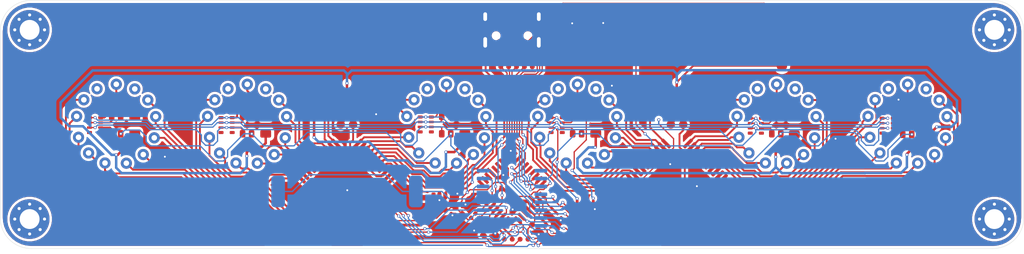
<source format=kicad_pcb>
(kicad_pcb (version 20171130) (host pcbnew "(5.1.2-1)-1")

  (general
    (thickness 1.6)
    (drawings 13)
    (tracks 1466)
    (zones 0)
    (modules 60)
    (nets 171)
  )

  (page A4)
  (layers
    (0 F.Cu signal)
    (31 B.Cu signal)
    (32 B.Adhes user)
    (33 F.Adhes user)
    (34 B.Paste user)
    (35 F.Paste user)
    (36 B.SilkS user)
    (37 F.SilkS user)
    (38 B.Mask user)
    (39 F.Mask user)
    (40 Dwgs.User user)
    (41 Cmts.User user)
    (42 Eco1.User user)
    (43 Eco2.User user)
    (44 Edge.Cuts user)
    (45 Margin user)
    (46 B.CrtYd user)
    (47 F.CrtYd user)
    (48 B.Fab user)
    (49 F.Fab user)
  )

  (setup
    (last_trace_width 0.2)
    (trace_clearance 0.2)
    (zone_clearance 0.4)
    (zone_45_only no)
    (trace_min 0.2)
    (via_size 0.5)
    (via_drill 0.3)
    (via_min_size 0.4)
    (via_min_drill 0.3)
    (uvia_size 0.3)
    (uvia_drill 0.1)
    (uvias_allowed no)
    (uvia_min_size 0.2)
    (uvia_min_drill 0.1)
    (edge_width 0.05)
    (segment_width 0.2)
    (pcb_text_width 0.3)
    (pcb_text_size 1.5 1.5)
    (mod_edge_width 0.12)
    (mod_text_size 1 1)
    (mod_text_width 0.15)
    (pad_size 2.05 0.6)
    (pad_drill 0)
    (pad_to_mask_clearance 0)
    (solder_mask_min_width 0.2)
    (aux_axis_origin 0 0)
    (visible_elements FFFFFF7F)
    (pcbplotparams
      (layerselection 0x010f0_ffffffff)
      (usegerberextensions false)
      (usegerberattributes false)
      (usegerberadvancedattributes false)
      (creategerberjobfile false)
      (excludeedgelayer false)
      (linewidth 0.100000)
      (plotframeref false)
      (viasonmask false)
      (mode 1)
      (useauxorigin false)
      (hpglpennumber 1)
      (hpglpenspeed 20)
      (hpglpendiameter 15.000000)
      (psnegative false)
      (psa4output false)
      (plotreference true)
      (plotvalue true)
      (plotinvisibletext false)
      (padsonsilk false)
      (subtractmaskfromsilk false)
      (outputformat 1)
      (mirror false)
      (drillshape 0)
      (scaleselection 1)
      (outputdirectory "Gerbers/"))
  )

  (net 0 "")
  (net 1 "Net-(BT1-Pad1)")
  (net 2 GND)
  (net 3 VIN)
  (net 4 +5V)
  (net 5 DTR)
  (net 6 RESET)
  (net 7 "Net-(D1-Pad1)")
  (net 8 "Net-(D1-Pad3)")
  (net 9 "Net-(D1-Pad4)")
  (net 10 "Net-(D2-Pad4)")
  (net 11 "Net-(D2-Pad3)")
  (net 12 "Net-(D2-Pad1)")
  (net 13 "Net-(D3-Pad1)")
  (net 14 "Net-(D3-Pad3)")
  (net 15 "Net-(D3-Pad4)")
  (net 16 "Net-(D4-Pad1)")
  (net 17 "Net-(D4-Pad3)")
  (net 18 "Net-(D4-Pad4)")
  (net 19 "Net-(D5-Pad4)")
  (net 20 "Net-(D5-Pad3)")
  (net 21 "Net-(D5-Pad1)")
  (net 22 "Net-(D6-Pad4)")
  (net 23 "Net-(D6-Pad3)")
  (net 24 "Net-(D6-Pad1)")
  (net 25 SCK)
  (net 26 B_Bcklt)
  (net 27 MISO)
  (net 28 CLK)
  (net 29 DATAIN)
  (net 30 "Net-(N1-PadLHDP)")
  (net 31 N1-5)
  (net 32 "Net-(N1-PadRHDP)")
  (net 33 N1-0)
  (net 34 N1-2)
  (net 35 N1-1)
  (net 36 "Net-(N1-PadA)")
  (net 37 N1-3)
  (net 38 N1-4)
  (net 39 N1-8)
  (net 40 N1-9)
  (net 41 N1-6)
  (net 42 N1-7)
  (net 43 N2-7)
  (net 44 N2-6)
  (net 45 N2-9)
  (net 46 N2-8)
  (net 47 N2-4)
  (net 48 N2-3)
  (net 49 "Net-(N2-PadA)")
  (net 50 N2-1)
  (net 51 N2-2)
  (net 52 N2-0)
  (net 53 "Net-(N2-PadRHDP)")
  (net 54 N2-5)
  (net 55 "Net-(N2-PadLHDP)")
  (net 56 "Net-(N3-PadLHDP)")
  (net 57 N3-5)
  (net 58 "Net-(N3-PadRHDP)")
  (net 59 N3-0)
  (net 60 N3-2)
  (net 61 N3-1)
  (net 62 "Net-(N3-PadA)")
  (net 63 N3-3)
  (net 64 N3-4)
  (net 65 N3-8)
  (net 66 N3-9)
  (net 67 N3-6)
  (net 68 N3-7)
  (net 69 N4-7)
  (net 70 N4-6)
  (net 71 N4-9)
  (net 72 N4-8)
  (net 73 N4-4)
  (net 74 N4-3)
  (net 75 "Net-(N4-PadA)")
  (net 76 N4-1)
  (net 77 N4-2)
  (net 78 N4-0)
  (net 79 "Net-(N4-PadRHDP)")
  (net 80 N4-5)
  (net 81 "Net-(N4-PadLHDP)")
  (net 82 "Net-(N5-PadLHDP)")
  (net 83 N5-5)
  (net 84 "Net-(N5-PadRHDP)")
  (net 85 N5-0)
  (net 86 N5-2)
  (net 87 N5-1)
  (net 88 "Net-(N5-PadA)")
  (net 89 N5-3)
  (net 90 N5-4)
  (net 91 N5-8)
  (net 92 N5-9)
  (net 93 N5-6)
  (net 94 N5-7)
  (net 95 N6-7)
  (net 96 N6-6)
  (net 97 N6-9)
  (net 98 N6-8)
  (net 99 N6-4)
  (net 100 N6-3)
  (net 101 "Net-(N6-PadA)")
  (net 102 N6-1)
  (net 103 N6-2)
  (net 104 N6-0)
  (net 105 "Net-(N6-PadRHDP)")
  (net 106 N6-5)
  (net 107 "Net-(N6-PadLHDP)")
  (net 108 R_Bcklt)
  (net 109 Red)
  (net 110 Green)
  (net 111 G_Bcklt)
  (net 112 Blue)
  (net 113 170V)
  (net 114 "Net-(N7-PadA)")
  (net 115 "Net-(N8-PadA)")
  (net 116 "Net-(R9-Pad2)")
  (net 117 "Net-(R10-Pad2)")
  (net 118 SW1)
  (net 119 SW2)
  (net 120 SW3)
  (net 121 "Net-(RN1-Pad5)")
  (net 122 "Net-(RN1-Pad4)")
  (net 123 "Net-(RN2-Pad4)")
  (net 124 "Net-(RN2-Pad5)")
  (net 125 "Net-(RN3-Pad5)")
  (net 126 "Net-(RN3-Pad4)")
  (net 127 "Net-(RN4-Pad5)")
  (net 128 "Net-(RN4-Pad4)")
  (net 129 "Net-(RN5-Pad4)")
  (net 130 "Net-(RN5-Pad5)")
  (net 131 "Net-(RN6-Pad4)")
  (net 132 "Net-(RN6-Pad5)")
  (net 133 BL)
  (net 134 POL)
  (net 135 "Net-(U1-Pad7)")
  (net 136 "Net-(U1-Pad8)")
  (net 137 SQW)
  (net 138 "Net-(U1-Pad19)")
  (net 139 "Net-(U1-Pad20)")
  (net 140 "Net-(U1-Pad22)")
  (net 141 "Net-(U1-Pad23)")
  (net 142 "Net-(U1-Pad24)")
  (net 143 "Net-(U1-Pad25)")
  (net 144 "Net-(U1-Pad26)")
  (net 145 LE)
  (net 146 DOT1)
  (net 147 "Net-(U2-Pad35)")
  (net 148 "Net-(U2-Pad34)")
  (net 149 "Net-(U2-Pad26)")
  (net 150 "Net-(U2-Pad25)")
  (net 151 "Net-(U2-Pad24)")
  (net 152 DATAOUT)
  (net 153 "Net-(U3-Pad23)")
  (net 154 "Net-(U3-Pad24)")
  (net 155 "Net-(U3-Pad25)")
  (net 156 "Net-(U3-Pad26)")
  (net 157 "Net-(U3-Pad34)")
  (net 158 "Net-(U3-Pad35)")
  (net 159 DOT2)
  (net 160 "Net-(U4-Pad1)")
  (net 161 "Net-(U4-Pad4)")
  (net 162 "Net-(U5-Pad4)")
  (net 163 "Net-(J1-PadA8)")
  (net 164 "Net-(J1-PadA5)")
  (net 165 "Net-(J1-PadB7)")
  (net 166 "Net-(J1-PadA6)")
  (net 167 "Net-(J1-PadA7)")
  (net 168 "Net-(J1-PadB5)")
  (net 169 "Net-(J1-PadB8)")
  (net 170 "Net-(J1-PadB6)")

  (net_class Default "This is the default net class."
    (clearance 0.2)
    (trace_width 0.2)
    (via_dia 0.5)
    (via_drill 0.3)
    (uvia_dia 0.3)
    (uvia_drill 0.1)
    (add_net +5V)
    (add_net BL)
    (add_net B_Bcklt)
    (add_net Blue)
    (add_net CLK)
    (add_net DATAIN)
    (add_net DATAOUT)
    (add_net DTR)
    (add_net GND)
    (add_net G_Bcklt)
    (add_net Green)
    (add_net LE)
    (add_net MISO)
    (add_net "Net-(BT1-Pad1)")
    (add_net "Net-(D1-Pad1)")
    (add_net "Net-(D1-Pad3)")
    (add_net "Net-(D1-Pad4)")
    (add_net "Net-(D2-Pad1)")
    (add_net "Net-(D2-Pad3)")
    (add_net "Net-(D2-Pad4)")
    (add_net "Net-(D3-Pad1)")
    (add_net "Net-(D3-Pad3)")
    (add_net "Net-(D3-Pad4)")
    (add_net "Net-(D4-Pad1)")
    (add_net "Net-(D4-Pad3)")
    (add_net "Net-(D4-Pad4)")
    (add_net "Net-(D5-Pad1)")
    (add_net "Net-(D5-Pad3)")
    (add_net "Net-(D5-Pad4)")
    (add_net "Net-(D6-Pad1)")
    (add_net "Net-(D6-Pad3)")
    (add_net "Net-(D6-Pad4)")
    (add_net "Net-(J1-PadA5)")
    (add_net "Net-(J1-PadA6)")
    (add_net "Net-(J1-PadA7)")
    (add_net "Net-(J1-PadA8)")
    (add_net "Net-(J1-PadB5)")
    (add_net "Net-(J1-PadB6)")
    (add_net "Net-(J1-PadB7)")
    (add_net "Net-(J1-PadB8)")
    (add_net "Net-(N1-PadLHDP)")
    (add_net "Net-(N1-PadRHDP)")
    (add_net "Net-(N2-PadLHDP)")
    (add_net "Net-(N2-PadRHDP)")
    (add_net "Net-(N3-PadLHDP)")
    (add_net "Net-(N3-PadRHDP)")
    (add_net "Net-(N4-PadLHDP)")
    (add_net "Net-(N4-PadRHDP)")
    (add_net "Net-(N5-PadLHDP)")
    (add_net "Net-(N5-PadRHDP)")
    (add_net "Net-(N6-PadLHDP)")
    (add_net "Net-(N6-PadRHDP)")
    (add_net "Net-(R10-Pad2)")
    (add_net "Net-(R9-Pad2)")
    (add_net "Net-(RN1-Pad4)")
    (add_net "Net-(RN1-Pad5)")
    (add_net "Net-(RN2-Pad4)")
    (add_net "Net-(RN2-Pad5)")
    (add_net "Net-(RN3-Pad4)")
    (add_net "Net-(RN3-Pad5)")
    (add_net "Net-(RN4-Pad4)")
    (add_net "Net-(RN4-Pad5)")
    (add_net "Net-(RN5-Pad4)")
    (add_net "Net-(RN5-Pad5)")
    (add_net "Net-(RN6-Pad4)")
    (add_net "Net-(RN6-Pad5)")
    (add_net "Net-(U1-Pad19)")
    (add_net "Net-(U1-Pad20)")
    (add_net "Net-(U1-Pad22)")
    (add_net "Net-(U1-Pad23)")
    (add_net "Net-(U1-Pad24)")
    (add_net "Net-(U1-Pad25)")
    (add_net "Net-(U1-Pad26)")
    (add_net "Net-(U1-Pad7)")
    (add_net "Net-(U1-Pad8)")
    (add_net "Net-(U2-Pad24)")
    (add_net "Net-(U2-Pad25)")
    (add_net "Net-(U2-Pad26)")
    (add_net "Net-(U2-Pad34)")
    (add_net "Net-(U2-Pad35)")
    (add_net "Net-(U3-Pad23)")
    (add_net "Net-(U3-Pad24)")
    (add_net "Net-(U3-Pad25)")
    (add_net "Net-(U3-Pad26)")
    (add_net "Net-(U3-Pad34)")
    (add_net "Net-(U3-Pad35)")
    (add_net "Net-(U4-Pad1)")
    (add_net "Net-(U4-Pad4)")
    (add_net "Net-(U5-Pad4)")
    (add_net POL)
    (add_net RESET)
    (add_net R_Bcklt)
    (add_net Red)
    (add_net SCK)
    (add_net SQW)
    (add_net SW1)
    (add_net SW2)
    (add_net SW3)
    (add_net VIN)
  )

  (net_class HV ""
    (clearance 0.5)
    (trace_width 0.4)
    (via_dia 0.5)
    (via_drill 0.3)
    (uvia_dia 0.3)
    (uvia_drill 0.1)
    (add_net 170V)
  )

  (net_class "HV Signal" ""
    (clearance 0.2)
    (trace_width 0.3)
    (via_dia 0.5)
    (via_drill 0.3)
    (uvia_dia 0.3)
    (uvia_drill 0.1)
    (add_net DOT1)
    (add_net DOT2)
    (add_net N1-0)
    (add_net N1-1)
    (add_net N1-2)
    (add_net N1-3)
    (add_net N1-4)
    (add_net N1-5)
    (add_net N1-6)
    (add_net N1-7)
    (add_net N1-8)
    (add_net N1-9)
    (add_net N2-0)
    (add_net N2-1)
    (add_net N2-2)
    (add_net N2-3)
    (add_net N2-4)
    (add_net N2-5)
    (add_net N2-6)
    (add_net N2-7)
    (add_net N2-8)
    (add_net N2-9)
    (add_net N3-0)
    (add_net N3-1)
    (add_net N3-2)
    (add_net N3-3)
    (add_net N3-4)
    (add_net N3-5)
    (add_net N3-6)
    (add_net N3-7)
    (add_net N3-8)
    (add_net N3-9)
    (add_net N4-0)
    (add_net N4-1)
    (add_net N4-2)
    (add_net N4-3)
    (add_net N4-4)
    (add_net N4-5)
    (add_net N4-6)
    (add_net N4-7)
    (add_net N4-8)
    (add_net N4-9)
    (add_net N5-0)
    (add_net N5-1)
    (add_net N5-2)
    (add_net N5-3)
    (add_net N5-4)
    (add_net N5-5)
    (add_net N5-6)
    (add_net N5-7)
    (add_net N5-8)
    (add_net N5-9)
    (add_net N6-0)
    (add_net N6-1)
    (add_net N6-2)
    (add_net N6-3)
    (add_net N6-4)
    (add_net N6-5)
    (add_net N6-6)
    (add_net N6-7)
    (add_net N6-8)
    (add_net N6-9)
    (add_net "Net-(N1-PadA)")
    (add_net "Net-(N2-PadA)")
    (add_net "Net-(N3-PadA)")
    (add_net "Net-(N4-PadA)")
    (add_net "Net-(N5-PadA)")
    (add_net "Net-(N6-PadA)")
    (add_net "Net-(N7-PadA)")
    (add_net "Net-(N8-PadA)")
  )

  (module Connector_PinSocket_2.54mm:PinSocket_1x04_P2.54mm_Vertical (layer F.Cu) (tedit 5CDB6CB6) (tstamp 5CDBC03A)
    (at 176 110.54 180)
    (descr "Through hole straight socket strip, 1x04, 2.54mm pitch, single row (from Kicad 4.0.7), script generated")
    (tags "Through hole socket strip THT 1x04 2.54mm single row")
    (path /5D2894E0)
    (fp_text reference J4 (at 0 -2.77 180) (layer F.SilkS) hide
      (effects (font (size 1 1) (thickness 0.15)))
    )
    (fp_text value "HV  Module" (at -9.8 4.34 180) (layer F.Fab)
      (effects (font (size 1 1) (thickness 0.15)))
    )
    (fp_line (start -1.27 -1.27) (end 0.635 -1.27) (layer F.Fab) (width 0.1))
    (fp_line (start 0.635 -1.27) (end 1.27 -0.635) (layer F.Fab) (width 0.1))
    (fp_line (start 1.27 -0.635) (end 1.27 8.89) (layer F.Fab) (width 0.1))
    (fp_line (start 1.27 8.89) (end -1.27 8.89) (layer F.Fab) (width 0.1))
    (fp_line (start -1.27 8.89) (end -1.27 -1.27) (layer F.Fab) (width 0.1))
    (fp_text user %R (at 0 3.81 270) (layer F.Fab)
      (effects (font (size 1 1) (thickness 0.15)))
    )
    (pad 1 smd circle (at 0 0 180) (size 1.7 1.7) (layers F.Cu F.Paste F.Mask)
      (net 113 170V))
    (pad 2 smd oval (at 0 2.54 180) (size 1.7 1.7) (layers F.Cu F.Paste F.Mask)
      (net 2 GND))
    (pad 3 smd oval (at 0 5.08 180) (size 1.7 1.7) (layers F.Cu F.Paste F.Mask)
      (net 2 GND))
    (pad 4 smd oval (at 0 7.62 180) (size 1.7 1.7) (layers F.Cu F.Paste F.Mask)
      (net 3 VIN))
    (model ${KISYS3DMOD}/Connector_PinSocket_2.54mm.3dshapes/PinSocket_1x04_P2.54mm_Vertical.wrl
      (at (xyz 0 0 0))
      (scale (xyz 1 1 1))
      (rotate (xyz 0 0 0))
    )
  )

  (module MountingHole:MountingHole_3.2mm_M3_Pad_Via (layer F.Cu) (tedit 5CDA276F) (tstamp 5CDF32B0)
    (at 54.75 135.25)
    (descr "Mounting Hole 3.2mm, M3")
    (tags "mounting hole 3.2mm m3")
    (attr virtual)
    (fp_text reference REF** (at 0 -4.2) (layer F.SilkS) hide
      (effects (font (size 1 1) (thickness 0.15)))
    )
    (fp_text value MountingHole_3.2mm_M3_Pad_Via (at 0 4.2) (layer F.Fab) hide
      (effects (font (size 1 1) (thickness 0.15)))
    )
    (fp_text user %R (at 0.3 0) (layer F.Fab)
      (effects (font (size 1 1) (thickness 0.15)))
    )
    (pad "" thru_hole circle (at 1.697056 -1.697056) (size 0.8 0.8) (drill 0.5) (layers *.Cu *.Mask))
    (pad "" thru_hole circle (at 0 -2.4) (size 0.8 0.8) (drill 0.5) (layers *.Cu *.Mask))
    (pad "" thru_hole circle (at -1.697056 -1.697056) (size 0.8 0.8) (drill 0.5) (layers *.Cu *.Mask))
    (pad "" thru_hole circle (at -2.4 0) (size 0.8 0.8) (drill 0.5) (layers *.Cu *.Mask))
    (pad "" thru_hole circle (at -1.697056 1.697056) (size 0.8 0.8) (drill 0.5) (layers *.Cu *.Mask))
    (pad "" thru_hole circle (at 0 2.4) (size 0.8 0.8) (drill 0.5) (layers *.Cu *.Mask))
    (pad "" thru_hole circle (at 1.697056 1.697056) (size 0.8 0.8) (drill 0.5) (layers *.Cu *.Mask))
    (pad "" thru_hole circle (at 2.4 0) (size 0.8 0.8) (drill 0.5) (layers *.Cu *.Mask))
    (pad "" thru_hole circle (at 0 0) (size 6.4 6.4) (drill 3.2) (layers *.Cu *.Mask))
  )

  (module MountingHole:MountingHole_3.2mm_M3_Pad_Via (layer F.Cu) (tedit 5CDA27CF) (tstamp 5CDF31FB)
    (at 210.25 104.75)
    (descr "Mounting Hole 3.2mm, M3")
    (tags "mounting hole 3.2mm m3")
    (attr virtual)
    (fp_text reference REF** (at 0 -4.2) (layer F.SilkS) hide
      (effects (font (size 1 1) (thickness 0.15)))
    )
    (fp_text value MountingHole_3.2mm_M3_Pad_Via (at 0 4.2) (layer F.Fab) hide
      (effects (font (size 1 1) (thickness 0.15)))
    )
    (fp_text user %R (at 0.3 0) (layer F.Fab)
      (effects (font (size 1 1) (thickness 0.15)))
    )
    (pad "" thru_hole circle (at 1.697056 -1.697056) (size 0.8 0.8) (drill 0.5) (layers *.Cu *.Mask))
    (pad "" thru_hole circle (at 0 -2.4) (size 0.8 0.8) (drill 0.5) (layers *.Cu *.Mask))
    (pad "" thru_hole circle (at -1.697056 -1.697056) (size 0.8 0.8) (drill 0.5) (layers *.Cu *.Mask))
    (pad "" thru_hole circle (at -2.4 0) (size 0.8 0.8) (drill 0.5) (layers *.Cu *.Mask))
    (pad "" thru_hole circle (at -1.697056 1.697056) (size 0.8 0.8) (drill 0.5) (layers *.Cu *.Mask))
    (pad "" thru_hole circle (at 0 2.4) (size 0.8 0.8) (drill 0.5) (layers *.Cu *.Mask))
    (pad "" thru_hole circle (at 1.697056 1.697056) (size 0.8 0.8) (drill 0.5) (layers *.Cu *.Mask))
    (pad "" thru_hole circle (at 2.4 0) (size 0.8 0.8) (drill 0.5) (layers *.Cu *.Mask))
    (pad "" thru_hole circle (at 0 0) (size 6.4 6.4) (drill 3.2) (layers *.Cu *.Mask))
  )

  (module MountingHole:MountingHole_3.2mm_M3_Pad_Via (layer F.Cu) (tedit 5CDA27F9) (tstamp 5CDF3269)
    (at 210.25 135.25)
    (descr "Mounting Hole 3.2mm, M3")
    (tags "mounting hole 3.2mm m3")
    (attr virtual)
    (fp_text reference REF** (at 0 -4.2) (layer F.SilkS) hide
      (effects (font (size 1 1) (thickness 0.15)))
    )
    (fp_text value MountingHole_3.2mm_M3_Pad_Via (at 0 4.2) (layer F.Fab) hide
      (effects (font (size 1 1) (thickness 0.15)))
    )
    (fp_text user %R (at 0.3 0) (layer F.Fab)
      (effects (font (size 1 1) (thickness 0.15)))
    )
    (pad "" thru_hole circle (at 0 0) (size 6.4 6.4) (drill 3.2) (layers *.Cu *.Mask))
    (pad "" thru_hole circle (at 2.4 0) (size 0.8 0.8) (drill 0.5) (layers *.Cu *.Mask))
    (pad "" thru_hole circle (at 1.697056 1.697056) (size 0.8 0.8) (drill 0.5) (layers *.Cu *.Mask))
    (pad "" thru_hole circle (at 0 2.4) (size 0.8 0.8) (drill 0.5) (layers *.Cu *.Mask))
    (pad "" thru_hole circle (at -1.697056 1.697056) (size 0.8 0.8) (drill 0.5) (layers *.Cu *.Mask))
    (pad "" thru_hole circle (at -2.4 0) (size 0.8 0.8) (drill 0.5) (layers *.Cu *.Mask))
    (pad "" thru_hole circle (at -1.697056 -1.697056) (size 0.8 0.8) (drill 0.5) (layers *.Cu *.Mask))
    (pad "" thru_hole circle (at 0 -2.4) (size 0.8 0.8) (drill 0.5) (layers *.Cu *.Mask))
    (pad "" thru_hole circle (at 1.697056 -1.697056) (size 0.8 0.8) (drill 0.5) (layers *.Cu *.Mask))
  )

  (module MountingHole:MountingHole_3.2mm_M3_Pad_Via (layer F.Cu) (tedit 5CDA27AA) (tstamp 5CDF32F5)
    (at 54.75 104.75)
    (descr "Mounting Hole 3.2mm, M3")
    (tags "mounting hole 3.2mm m3")
    (attr virtual)
    (fp_text reference REF** (at 0 -4.2) (layer F.SilkS) hide
      (effects (font (size 1 1) (thickness 0.15)))
    )
    (fp_text value MountingHole_3.2mm_M3_Pad_Via (at 0 4.2) (layer F.Fab) hide
      (effects (font (size 1 1) (thickness 0.15)))
    )
    (fp_text user %R (at 0.3 0) (layer F.Fab)
      (effects (font (size 1 1) (thickness 0.15)))
    )
    (pad "" thru_hole circle (at 0 0) (size 6.4 6.4) (drill 3.2) (layers *.Cu *.Mask))
    (pad "" thru_hole circle (at 2.4 0) (size 0.8 0.8) (drill 0.5) (layers *.Cu *.Mask))
    (pad "" thru_hole circle (at 1.697056 1.697056) (size 0.8 0.8) (drill 0.5) (layers *.Cu *.Mask))
    (pad "" thru_hole circle (at 0 2.4) (size 0.8 0.8) (drill 0.5) (layers *.Cu *.Mask))
    (pad "" thru_hole circle (at -1.697056 1.697056) (size 0.8 0.8) (drill 0.5) (layers *.Cu *.Mask))
    (pad "" thru_hole circle (at -2.4 0) (size 0.8 0.8) (drill 0.5) (layers *.Cu *.Mask))
    (pad "" thru_hole circle (at -1.697056 -1.697056) (size 0.8 0.8) (drill 0.5) (layers *.Cu *.Mask))
    (pad "" thru_hole circle (at 0 -2.4) (size 0.8 0.8) (drill 0.5) (layers *.Cu *.Mask))
    (pad "" thru_hole circle (at 1.697056 -1.697056) (size 0.8 0.8) (drill 0.5) (layers *.Cu *.Mask))
  )

  (module Capacitor_SMD:C_0603_1608Metric (layer F.Cu) (tedit 5CD9EF21) (tstamp 5CDA3BD4)
    (at 125.05 133.9 45)
    (descr "Capacitor SMD 0603 (1608 Metric), square (rectangular) end terminal, IPC_7351 nominal, (Body size source: http://www.tortai-tech.com/upload/download/2011102023233369053.pdf), generated with kicad-footprint-generator")
    (tags capacitor)
    (path /5CD288E8)
    (attr smd)
    (fp_text reference C4 (at 0 -1.43 45) (layer F.SilkS) hide
      (effects (font (size 1 1) (thickness 0.15)))
    )
    (fp_text value 100nF (at 0 1.43 45) (layer F.Fab) hide
      (effects (font (size 1 1) (thickness 0.15)))
    )
    (fp_text user %R (at 0 0 45) (layer F.Fab)
      (effects (font (size 0.4 0.4) (thickness 0.06)))
    )
    (fp_line (start 0.8 0.4) (end -0.8 0.4) (layer F.Fab) (width 0.1))
    (fp_line (start 0.8 -0.4) (end 0.8 0.4) (layer F.Fab) (width 0.1))
    (fp_line (start -0.8 -0.4) (end 0.8 -0.4) (layer F.Fab) (width 0.1))
    (fp_line (start -0.8 0.4) (end -0.8 -0.4) (layer F.Fab) (width 0.1))
    (pad 2 smd roundrect (at 0.7875 0 45) (size 0.875 0.95) (layers F.Cu F.Paste F.Mask) (roundrect_rratio 0.25)
      (net 2 GND))
    (pad 1 smd roundrect (at -0.7875 0 45) (size 0.875 0.95) (layers F.Cu F.Paste F.Mask) (roundrect_rratio 0.25)
      (net 4 +5V))
    (model ${KISYS3DMOD}/Capacitor_SMD.3dshapes/C_0603_1608Metric.wrl
      (at (xyz 0 0 0))
      (scale (xyz 1 1 1))
      (rotate (xyz 0 0 0))
    )
  )

  (module Capacitor_SMD:C_0603_1608Metric (layer F.Cu) (tedit 5CD9EF0B) (tstamp 5CDA3BC3)
    (at 136.25 136.75 315)
    (descr "Capacitor SMD 0603 (1608 Metric), square (rectangular) end terminal, IPC_7351 nominal, (Body size source: http://www.tortai-tech.com/upload/download/2011102023233369053.pdf), generated with kicad-footprint-generator")
    (tags capacitor)
    (path /5CD25C42)
    (attr smd)
    (fp_text reference C3 (at 0 -1.43 315) (layer F.SilkS) hide
      (effects (font (size 1 1) (thickness 0.15)))
    )
    (fp_text value 100nF (at 0 1.43 315) (layer F.Fab) hide
      (effects (font (size 1 1) (thickness 0.15)))
    )
    (fp_line (start -0.8 0.4) (end -0.8 -0.4) (layer F.Fab) (width 0.1))
    (fp_line (start -0.8 -0.4) (end 0.8 -0.4) (layer F.Fab) (width 0.1))
    (fp_line (start 0.8 -0.4) (end 0.8 0.4) (layer F.Fab) (width 0.1))
    (fp_line (start 0.8 0.4) (end -0.8 0.4) (layer F.Fab) (width 0.1))
    (fp_text user %R (at 0 0 315) (layer F.Fab)
      (effects (font (size 0.4 0.4) (thickness 0.06)))
    )
    (pad 1 smd roundrect (at -0.7875 0 315) (size 0.875 0.95) (layers F.Cu F.Paste F.Mask) (roundrect_rratio 0.25)
      (net 4 +5V))
    (pad 2 smd roundrect (at 0.7875 0 315) (size 0.875 0.95) (layers F.Cu F.Paste F.Mask) (roundrect_rratio 0.25)
      (net 2 GND))
    (model ${KISYS3DMOD}/Capacitor_SMD.3dshapes/C_0603_1608Metric.wrl
      (at (xyz 0 0 0))
      (scale (xyz 1 1 1))
      (rotate (xyz 0 0 0))
    )
  )

  (module Capacitor_SMD:C_0603_1608Metric (layer F.Cu) (tedit 5CD9EE9E) (tstamp 5CDA3BE5)
    (at 128.45 137.3 45)
    (descr "Capacitor SMD 0603 (1608 Metric), square (rectangular) end terminal, IPC_7351 nominal, (Body size source: http://www.tortai-tech.com/upload/download/2011102023233369053.pdf), generated with kicad-footprint-generator")
    (tags capacitor)
    (path /5D0474C9)
    (attr smd)
    (fp_text reference C5 (at 0 -1.43 45) (layer F.SilkS) hide
      (effects (font (size 1 1) (thickness 0.15)))
    )
    (fp_text value 100nF (at 0 1.43 45) (layer F.Fab) hide
      (effects (font (size 1 1) (thickness 0.15)))
    )
    (fp_line (start -0.8 0.4) (end -0.8 -0.4) (layer F.Fab) (width 0.1))
    (fp_line (start -0.8 -0.4) (end 0.8 -0.4) (layer F.Fab) (width 0.1))
    (fp_line (start 0.8 -0.4) (end 0.8 0.4) (layer F.Fab) (width 0.1))
    (fp_line (start 0.8 0.4) (end -0.8 0.4) (layer F.Fab) (width 0.1))
    (fp_text user %R (at 0 0 45) (layer F.Fab)
      (effects (font (size 0.4 0.4) (thickness 0.06)))
    )
    (pad 1 smd roundrect (at -0.7875 0 45) (size 0.875 0.95) (layers F.Cu F.Paste F.Mask) (roundrect_rratio 0.25)
      (net 5 DTR))
    (pad 2 smd roundrect (at 0.7875 0 45) (size 0.875 0.95) (layers F.Cu F.Paste F.Mask) (roundrect_rratio 0.25)
      (net 6 RESET))
    (model ${KISYS3DMOD}/Capacitor_SMD.3dshapes/C_0603_1608Metric.wrl
      (at (xyz 0 0 0))
      (scale (xyz 1 1 1))
      (rotate (xyz 0 0 0))
    )
  )

  (module Resistor_SMD:R_1206_3216Metric (layer F.Cu) (tedit 5CD9EE5A) (tstamp 5CD9F90A)
    (at 159.05 116.15 270)
    (descr "Resistor SMD 1206 (3216 Metric), square (rectangular) end terminal, IPC_7351 nominal, (Body size source: http://www.tortai-tech.com/upload/download/2011102023233369053.pdf), generated with kicad-footprint-generator")
    (tags resistor)
    (path /5CD9CA09)
    (attr smd)
    (fp_text reference R8 (at 0 -1.82 90) (layer F.SilkS) hide
      (effects (font (size 1 1) (thickness 0.15)))
    )
    (fp_text value 100K (at 0 1.82 90) (layer F.Fab) hide
      (effects (font (size 1 1) (thickness 0.15)))
    )
    (fp_text user %R (at 0 0 90) (layer F.Fab)
      (effects (font (size 0.8 0.8) (thickness 0.12)))
    )
    (fp_line (start 1.6 0.8) (end -1.6 0.8) (layer F.Fab) (width 0.1))
    (fp_line (start 1.6 -0.8) (end 1.6 0.8) (layer F.Fab) (width 0.1))
    (fp_line (start -1.6 -0.8) (end 1.6 -0.8) (layer F.Fab) (width 0.1))
    (fp_line (start -1.6 0.8) (end -1.6 -0.8) (layer F.Fab) (width 0.1))
    (pad 2 smd roundrect (at 1.4 0 270) (size 1.25 1.75) (layers F.Cu F.Paste F.Mask) (roundrect_rratio 0.2)
      (net 115 "Net-(N8-PadA)"))
    (pad 1 smd roundrect (at -1.4 0 270) (size 1.25 1.75) (layers F.Cu F.Paste F.Mask) (roundrect_rratio 0.2)
      (net 113 170V))
    (model ${KISYS3DMOD}/Resistor_SMD.3dshapes/R_1206_3216Metric.wrl
      (at (xyz 0 0 0))
      (scale (xyz 1 1 1))
      (rotate (xyz 0 0 0))
    )
  )

  (module Resistor_SMD:R_0402_1005Metric (layer F.Cu) (tedit 5CD9EE01) (tstamp 5CDA3D50)
    (at 152 101.6 180)
    (descr "Resistor SMD 0402 (1005 Metric), square (rectangular) end terminal, IPC_7351 nominal, (Body size source: http://www.tortai-tech.com/upload/download/2011102023233369053.pdf), generated with kicad-footprint-generator")
    (tags resistor)
    (path /5D09B0D8)
    (attr smd)
    (fp_text reference R12 (at 0 -1.17 180) (layer F.SilkS) hide
      (effects (font (size 1 1) (thickness 0.15)))
    )
    (fp_text value 10K (at 0 1.17 180) (layer F.Fab) hide
      (effects (font (size 1 1) (thickness 0.15)))
    )
    (fp_line (start -0.5 0.25) (end -0.5 -0.25) (layer F.Fab) (width 0.1))
    (fp_line (start -0.5 -0.25) (end 0.5 -0.25) (layer F.Fab) (width 0.1))
    (fp_line (start 0.5 -0.25) (end 0.5 0.25) (layer F.Fab) (width 0.1))
    (fp_line (start 0.5 0.25) (end -0.5 0.25) (layer F.Fab) (width 0.1))
    (fp_text user %R (at 0 0 180) (layer F.Fab)
      (effects (font (size 0.25 0.25) (thickness 0.04)))
    )
    (pad 1 smd roundrect (at -0.485 0 180) (size 0.59 0.64) (layers F.Cu F.Paste F.Mask) (roundrect_rratio 0.25)
      (net 4 +5V))
    (pad 2 smd roundrect (at 0.485 0 180) (size 0.59 0.64) (layers F.Cu F.Paste F.Mask) (roundrect_rratio 0.25)
      (net 118 SW1))
    (model ${KISYS3DMOD}/Resistor_SMD.3dshapes/R_0402_1005Metric.wrl
      (at (xyz 0 0 0))
      (scale (xyz 1 1 1))
      (rotate (xyz 0 0 0))
    )
  )

  (module Resistor_SMD:R_0402_1005Metric (layer F.Cu) (tedit 5CD9EDF6) (tstamp 5CDA3D5F)
    (at 146.9 101.6 180)
    (descr "Resistor SMD 0402 (1005 Metric), square (rectangular) end terminal, IPC_7351 nominal, (Body size source: http://www.tortai-tech.com/upload/download/2011102023233369053.pdf), generated with kicad-footprint-generator")
    (tags resistor)
    (path /5D0A3E5D)
    (attr smd)
    (fp_text reference R13 (at 0 -1.17) (layer F.SilkS) hide
      (effects (font (size 1 1) (thickness 0.15)))
    )
    (fp_text value 10K (at 0 1.17) (layer F.Fab) hide
      (effects (font (size 1 1) (thickness 0.15)))
    )
    (fp_text user %R (at 0 0) (layer F.Fab)
      (effects (font (size 0.25 0.25) (thickness 0.04)))
    )
    (fp_line (start 0.5 0.25) (end -0.5 0.25) (layer F.Fab) (width 0.1))
    (fp_line (start 0.5 -0.25) (end 0.5 0.25) (layer F.Fab) (width 0.1))
    (fp_line (start -0.5 -0.25) (end 0.5 -0.25) (layer F.Fab) (width 0.1))
    (fp_line (start -0.5 0.25) (end -0.5 -0.25) (layer F.Fab) (width 0.1))
    (pad 2 smd roundrect (at 0.485 0 180) (size 0.59 0.64) (layers F.Cu F.Paste F.Mask) (roundrect_rratio 0.25)
      (net 119 SW2))
    (pad 1 smd roundrect (at -0.485 0 180) (size 0.59 0.64) (layers F.Cu F.Paste F.Mask) (roundrect_rratio 0.25)
      (net 4 +5V))
    (model ${KISYS3DMOD}/Resistor_SMD.3dshapes/R_0402_1005Metric.wrl
      (at (xyz 0 0 0))
      (scale (xyz 1 1 1))
      (rotate (xyz 0 0 0))
    )
  )

  (module Resistor_SMD:R_0402_1005Metric (layer F.Cu) (tedit 5CD9EDE9) (tstamp 5CDA3D6E)
    (at 141.8 101.6 180)
    (descr "Resistor SMD 0402 (1005 Metric), square (rectangular) end terminal, IPC_7351 nominal, (Body size source: http://www.tortai-tech.com/upload/download/2011102023233369053.pdf), generated with kicad-footprint-generator")
    (tags resistor)
    (path /5D0CC1A8)
    (attr smd)
    (fp_text reference R14 (at 0 -1.17 180) (layer F.SilkS) hide
      (effects (font (size 1 1) (thickness 0.15)))
    )
    (fp_text value 10K (at 0 1.17 180) (layer F.Fab) hide
      (effects (font (size 1 1) (thickness 0.15)))
    )
    (fp_line (start -0.5 0.25) (end -0.5 -0.25) (layer F.Fab) (width 0.1))
    (fp_line (start -0.5 -0.25) (end 0.5 -0.25) (layer F.Fab) (width 0.1))
    (fp_line (start 0.5 -0.25) (end 0.5 0.25) (layer F.Fab) (width 0.1))
    (fp_line (start 0.5 0.25) (end -0.5 0.25) (layer F.Fab) (width 0.1))
    (fp_text user %R (at 0 0 180) (layer F.Fab)
      (effects (font (size 0.25 0.25) (thickness 0.04)))
    )
    (pad 1 smd roundrect (at -0.485 0 180) (size 0.59 0.64) (layers F.Cu F.Paste F.Mask) (roundrect_rratio 0.25)
      (net 4 +5V))
    (pad 2 smd roundrect (at 0.485 0 180) (size 0.59 0.64) (layers F.Cu F.Paste F.Mask) (roundrect_rratio 0.25)
      (net 120 SW3))
    (model ${KISYS3DMOD}/Resistor_SMD.3dshapes/R_0402_1005Metric.wrl
      (at (xyz 0 0 0))
      (scale (xyz 1 1 1))
      (rotate (xyz 0 0 0))
    )
  )

  (module Capacitor_SMD:C_0603_1608Metric (layer F.Cu) (tedit 5CD9ED1D) (tstamp 5CDBE625)
    (at 123.4 132.6 90)
    (descr "Capacitor SMD 0603 (1608 Metric), square (rectangular) end terminal, IPC_7351 nominal, (Body size source: http://www.tortai-tech.com/upload/download/2011102023233369053.pdf), generated with kicad-footprint-generator")
    (tags capacitor)
    (path /5CD25357)
    (attr smd)
    (fp_text reference C2 (at 0 -1.43 90) (layer F.SilkS) hide
      (effects (font (size 1 1) (thickness 0.15)))
    )
    (fp_text value 4.7uF (at 0 1.43 90) (layer F.Fab) hide
      (effects (font (size 1 1) (thickness 0.15)))
    )
    (fp_text user %R (at 0 0 90) (layer F.Fab)
      (effects (font (size 0.4 0.4) (thickness 0.06)))
    )
    (fp_line (start 0.8 0.4) (end -0.8 0.4) (layer F.Fab) (width 0.1))
    (fp_line (start 0.8 -0.4) (end 0.8 0.4) (layer F.Fab) (width 0.1))
    (fp_line (start -0.8 -0.4) (end 0.8 -0.4) (layer F.Fab) (width 0.1))
    (fp_line (start -0.8 0.4) (end -0.8 -0.4) (layer F.Fab) (width 0.1))
    (pad 2 smd roundrect (at 0.7875 0 90) (size 0.875 0.95) (layers F.Cu F.Paste F.Mask) (roundrect_rratio 0.25)
      (net 2 GND))
    (pad 1 smd roundrect (at -0.7875 0 90) (size 0.875 0.95) (layers F.Cu F.Paste F.Mask) (roundrect_rratio 0.25)
      (net 4 +5V))
    (model ${KISYS3DMOD}/Capacitor_SMD.3dshapes/C_0603_1608Metric.wrl
      (at (xyz 0 0 0))
      (scale (xyz 1 1 1))
      (rotate (xyz 0 0 0))
    )
  )

  (module Capacitor_SMD:C_0603_1608Metric (layer F.Cu) (tedit 5CD9ECE7) (tstamp 5CDBE66D)
    (at 118.2 132.6 270)
    (descr "Capacitor SMD 0603 (1608 Metric), square (rectangular) end terminal, IPC_7351 nominal, (Body size source: http://www.tortai-tech.com/upload/download/2011102023233369053.pdf), generated with kicad-footprint-generator")
    (tags capacitor)
    (path /5CD1D6BB)
    (attr smd)
    (fp_text reference C1 (at 0 -1.43 90) (layer F.SilkS) hide
      (effects (font (size 1 1) (thickness 0.15)))
    )
    (fp_text value 4.7uF (at 0 1.43 90) (layer F.Fab) hide
      (effects (font (size 1 1) (thickness 0.15)))
    )
    (fp_line (start -0.8 0.4) (end -0.8 -0.4) (layer F.Fab) (width 0.1))
    (fp_line (start -0.8 -0.4) (end 0.8 -0.4) (layer F.Fab) (width 0.1))
    (fp_line (start 0.8 -0.4) (end 0.8 0.4) (layer F.Fab) (width 0.1))
    (fp_line (start 0.8 0.4) (end -0.8 0.4) (layer F.Fab) (width 0.1))
    (fp_text user %R (at 0 0 90) (layer F.Fab)
      (effects (font (size 0.4 0.4) (thickness 0.06)))
    )
    (pad 1 smd roundrect (at -0.7875 0 270) (size 0.875 0.95) (layers F.Cu F.Paste F.Mask) (roundrect_rratio 0.25)
      (net 3 VIN))
    (pad 2 smd roundrect (at 0.7875 0 270) (size 0.875 0.95) (layers F.Cu F.Paste F.Mask) (roundrect_rratio 0.25)
      (net 2 GND))
    (model ${KISYS3DMOD}/Capacitor_SMD.3dshapes/C_0603_1608Metric.wrl
      (at (xyz 0 0 0))
      (scale (xyz 1 1 1))
      (rotate (xyz 0 0 0))
    )
  )

  (module Package_TO_SOT_SMD:SOT-23-5 (layer F.Cu) (tedit 5CD9ECB7) (tstamp 5CDBE647)
    (at 120.8 132.6 270)
    (descr "5-pin SOT23 package")
    (tags SOT-23-5)
    (path /5CD396EC)
    (attr smd)
    (fp_text reference U5 (at 0 -2.9 90) (layer F.SilkS) hide
      (effects (font (size 1 1) (thickness 0.15)))
    )
    (fp_text value SPX3819M5-L-5-0 (at 0 2.9 90) (layer F.Fab) hide
      (effects (font (size 1 1) (thickness 0.15)))
    )
    (fp_text user %R (at 0 0) (layer F.Fab)
      (effects (font (size 0.5 0.5) (thickness 0.075)))
    )
    (fp_line (start -0.9 -0.9) (end -0.25 -1.55) (layer F.Fab) (width 0.1))
    (fp_line (start 0.9 -1.55) (end -0.25 -1.55) (layer F.Fab) (width 0.1))
    (fp_line (start -0.9 -0.9) (end -0.9 1.55) (layer F.Fab) (width 0.1))
    (fp_line (start 0.9 1.55) (end -0.9 1.55) (layer F.Fab) (width 0.1))
    (fp_line (start 0.9 -1.55) (end 0.9 1.55) (layer F.Fab) (width 0.1))
    (pad 1 smd roundrect (at -1.1 -0.95 270) (size 1.06 0.65) (layers F.Cu F.Paste F.Mask) (roundrect_rratio 0.25)
      (net 3 VIN))
    (pad 2 smd roundrect (at -1.1 0 270) (size 1.06 0.65) (layers F.Cu F.Paste F.Mask) (roundrect_rratio 0.25)
      (net 2 GND))
    (pad 3 smd roundrect (at -1.1 0.95 270) (size 1.06 0.65) (layers F.Cu F.Paste F.Mask) (roundrect_rratio 0.25)
      (net 3 VIN))
    (pad 4 smd roundrect (at 1.1 0.95 270) (size 1.06 0.65) (layers F.Cu F.Paste F.Mask) (roundrect_rratio 0.25)
      (net 162 "Net-(U5-Pad4)"))
    (pad 5 smd roundrect (at 1.1 -0.95 270) (size 1.06 0.65) (layers F.Cu F.Paste F.Mask) (roundrect_rratio 0.25)
      (net 4 +5V))
    (model ${KISYS3DMOD}/Package_TO_SOT_SMD.3dshapes/SOT-23-5.wrl
      (at (xyz 0 0 0))
      (scale (xyz 1 1 1))
      (rotate (xyz 0 0 0))
    )
  )

  (module Resistor_SMD:R_1206_3216Metric (layer F.Cu) (tedit 5CD9EC4F) (tstamp 5CD9F8F9)
    (at 105.9 116.3 270)
    (descr "Resistor SMD 1206 (3216 Metric), square (rectangular) end terminal, IPC_7351 nominal, (Body size source: http://www.tortai-tech.com/upload/download/2011102023233369053.pdf), generated with kicad-footprint-generator")
    (tags resistor)
    (path /5CD9B97B)
    (attr smd)
    (fp_text reference R7 (at 0 -1.82 90) (layer F.SilkS) hide
      (effects (font (size 1 1) (thickness 0.15)))
    )
    (fp_text value 100K (at 0 1.82 90) (layer F.Fab) hide
      (effects (font (size 1 1) (thickness 0.15)))
    )
    (fp_line (start -1.6 0.8) (end -1.6 -0.8) (layer F.Fab) (width 0.1))
    (fp_line (start -1.6 -0.8) (end 1.6 -0.8) (layer F.Fab) (width 0.1))
    (fp_line (start 1.6 -0.8) (end 1.6 0.8) (layer F.Fab) (width 0.1))
    (fp_line (start 1.6 0.8) (end -1.6 0.8) (layer F.Fab) (width 0.1))
    (fp_text user %R (at 0 0 90) (layer F.Fab)
      (effects (font (size 0.8 0.8) (thickness 0.12)))
    )
    (pad 1 smd roundrect (at -1.4 0 270) (size 1.25 1.75) (layers F.Cu F.Paste F.Mask) (roundrect_rratio 0.2)
      (net 113 170V))
    (pad 2 smd roundrect (at 1.4 0 270) (size 1.25 1.75) (layers F.Cu F.Paste F.Mask) (roundrect_rratio 0.2)
      (net 114 "Net-(N7-PadA)"))
    (model ${KISYS3DMOD}/Resistor_SMD.3dshapes/R_1206_3216Metric.wrl
      (at (xyz 0 0 0))
      (scale (xyz 1 1 1))
      (rotate (xyz 0 0 0))
    )
  )

  (module Resistor_SMD:R_0402_1005Metric (layer F.Cu) (tedit 5CD9EBF4) (tstamp 5CDA3D32)
    (at 126.95 135.4 45)
    (descr "Resistor SMD 0402 (1005 Metric), square (rectangular) end terminal, IPC_7351 nominal, (Body size source: http://www.tortai-tech.com/upload/download/2011102023233369053.pdf), generated with kicad-footprint-generator")
    (tags resistor)
    (path /5CDD11B7)
    (attr smd)
    (fp_text reference R10 (at 0 -1.17 45) (layer F.SilkS) hide
      (effects (font (size 1 1) (thickness 0.15)))
    )
    (fp_text value 4.7K (at 0 1.17 45) (layer F.Fab) hide
      (effects (font (size 1 1) (thickness 0.15)))
    )
    (fp_text user %R (at 0 0 45) (layer F.Fab)
      (effects (font (size 0.25 0.25) (thickness 0.04)))
    )
    (fp_line (start 0.5 0.25) (end -0.5 0.25) (layer F.Fab) (width 0.1))
    (fp_line (start 0.5 -0.25) (end 0.5 0.25) (layer F.Fab) (width 0.1))
    (fp_line (start -0.5 -0.25) (end 0.5 -0.25) (layer F.Fab) (width 0.1))
    (fp_line (start -0.5 0.25) (end -0.5 -0.25) (layer F.Fab) (width 0.1))
    (pad 2 smd roundrect (at 0.485 0 45) (size 0.59 0.64) (layers F.Cu F.Paste F.Mask) (roundrect_rratio 0.25)
      (net 117 "Net-(R10-Pad2)"))
    (pad 1 smd roundrect (at -0.485 0 45) (size 0.59 0.64) (layers F.Cu F.Paste F.Mask) (roundrect_rratio 0.25)
      (net 4 +5V))
    (model ${KISYS3DMOD}/Resistor_SMD.3dshapes/R_0402_1005Metric.wrl
      (at (xyz 0 0 0))
      (scale (xyz 1 1 1))
      (rotate (xyz 0 0 0))
    )
  )

  (module Resistor_SMD:R_0402_1005Metric (layer F.Cu) (tedit 5CD9EBBE) (tstamp 5CDA3D23)
    (at 126.25 134.7 45)
    (descr "Resistor SMD 0402 (1005 Metric), square (rectangular) end terminal, IPC_7351 nominal, (Body size source: http://www.tortai-tech.com/upload/download/2011102023233369053.pdf), generated with kicad-footprint-generator")
    (tags resistor)
    (path /5CDD33D7)
    (attr smd)
    (fp_text reference R9 (at 0 -1.17 45) (layer F.SilkS) hide
      (effects (font (size 1 1) (thickness 0.15)))
    )
    (fp_text value 4.7K (at 0 1.17 45) (layer F.Fab) hide
      (effects (font (size 1 1) (thickness 0.15)))
    )
    (fp_line (start -0.5 0.25) (end -0.5 -0.25) (layer F.Fab) (width 0.1))
    (fp_line (start -0.5 -0.25) (end 0.5 -0.25) (layer F.Fab) (width 0.1))
    (fp_line (start 0.5 -0.25) (end 0.5 0.25) (layer F.Fab) (width 0.1))
    (fp_line (start 0.5 0.25) (end -0.5 0.25) (layer F.Fab) (width 0.1))
    (fp_text user %R (at 0 0 45) (layer F.Fab)
      (effects (font (size 0.25 0.25) (thickness 0.04)))
    )
    (pad 1 smd roundrect (at -0.485 0 45) (size 0.59 0.64) (layers F.Cu F.Paste F.Mask) (roundrect_rratio 0.25)
      (net 4 +5V))
    (pad 2 smd roundrect (at 0.485 0 45) (size 0.59 0.64) (layers F.Cu F.Paste F.Mask) (roundrect_rratio 0.25)
      (net 116 "Net-(R9-Pad2)"))
    (model ${KISYS3DMOD}/Resistor_SMD.3dshapes/R_0402_1005Metric.wrl
      (at (xyz 0 0 0))
      (scale (xyz 1 1 1))
      (rotate (xyz 0 0 0))
    )
  )

  (module Resistor_SMD:R_0402_1005Metric (layer F.Cu) (tedit 5CD9EB9B) (tstamp 5CDA3D41)
    (at 127.65 136.1 45)
    (descr "Resistor SMD 0402 (1005 Metric), square (rectangular) end terminal, IPC_7351 nominal, (Body size source: http://www.tortai-tech.com/upload/download/2011102023233369053.pdf), generated with kicad-footprint-generator")
    (tags resistor)
    (path /5CDEF64E)
    (attr smd)
    (fp_text reference R11 (at 0 -1.17 45) (layer F.SilkS) hide
      (effects (font (size 1 1) (thickness 0.15)))
    )
    (fp_text value 10K (at 0 1.17 45) (layer F.Fab) hide
      (effects (font (size 1 1) (thickness 0.15)))
    )
    (fp_text user %R (at 0 0 45) (layer F.Fab)
      (effects (font (size 0.25 0.25) (thickness 0.04)))
    )
    (fp_line (start 0.5 0.25) (end -0.5 0.25) (layer F.Fab) (width 0.1))
    (fp_line (start 0.5 -0.25) (end 0.5 0.25) (layer F.Fab) (width 0.1))
    (fp_line (start -0.5 -0.25) (end 0.5 -0.25) (layer F.Fab) (width 0.1))
    (fp_line (start -0.5 0.25) (end -0.5 -0.25) (layer F.Fab) (width 0.1))
    (pad 2 smd roundrect (at 0.485 0 45) (size 0.59 0.64) (layers F.Cu F.Paste F.Mask) (roundrect_rratio 0.25)
      (net 6 RESET))
    (pad 1 smd roundrect (at -0.485 0 45) (size 0.59 0.64) (layers F.Cu F.Paste F.Mask) (roundrect_rratio 0.25)
      (net 4 +5V))
    (model ${KISYS3DMOD}/Resistor_SMD.3dshapes/R_0402_1005Metric.wrl
      (at (xyz 0 0 0))
      (scale (xyz 1 1 1))
      (rotate (xyz 0 0 0))
    )
  )

  (module Resistor_SMD:R_1206_3216Metric (layer F.Cu) (tedit 5CD98F3E) (tstamp 5CD9F8E8)
    (at 199.2 120.3 90)
    (descr "Resistor SMD 1206 (3216 Metric), square (rectangular) end terminal, IPC_7351 nominal, (Body size source: http://www.tortai-tech.com/upload/download/2011102023233369053.pdf), generated with kicad-footprint-generator")
    (tags resistor)
    (path /5CCF682F)
    (attr smd)
    (fp_text reference R6 (at 0 -1.82 90) (layer F.SilkS) hide
      (effects (font (size 1 1) (thickness 0.15)))
    )
    (fp_text value 27K (at 0 1.82 90) (layer F.Fab) hide
      (effects (font (size 1 1) (thickness 0.15)))
    )
    (fp_text user %R (at 0 0 90) (layer F.Fab)
      (effects (font (size 0.8 0.8) (thickness 0.12)))
    )
    (fp_line (start 1.6 0.8) (end -1.6 0.8) (layer F.Fab) (width 0.1))
    (fp_line (start 1.6 -0.8) (end 1.6 0.8) (layer F.Fab) (width 0.1))
    (fp_line (start -1.6 -0.8) (end 1.6 -0.8) (layer F.Fab) (width 0.1))
    (fp_line (start -1.6 0.8) (end -1.6 -0.8) (layer F.Fab) (width 0.1))
    (pad 2 smd roundrect (at 1.4 0 90) (size 1.25 1.75) (layers F.Cu F.Paste F.Mask) (roundrect_rratio 0.2)
      (net 101 "Net-(N6-PadA)"))
    (pad 1 smd roundrect (at -1.4 0 90) (size 1.25 1.75) (layers F.Cu F.Paste F.Mask) (roundrect_rratio 0.2)
      (net 113 170V))
    (model ${KISYS3DMOD}/Resistor_SMD.3dshapes/R_1206_3216Metric.wrl
      (at (xyz 0 0 0))
      (scale (xyz 1 1 1))
      (rotate (xyz 0 0 0))
    )
  )

  (module Resistor_SMD:R_1206_3216Metric (layer F.Cu) (tedit 5CD98EE2) (tstamp 5CD9F8D7)
    (at 178 120.2 90)
    (descr "Resistor SMD 1206 (3216 Metric), square (rectangular) end terminal, IPC_7351 nominal, (Body size source: http://www.tortai-tech.com/upload/download/2011102023233369053.pdf), generated with kicad-footprint-generator")
    (tags resistor)
    (path /5CCF6825)
    (attr smd)
    (fp_text reference R5 (at 0 -1.82 90) (layer F.SilkS) hide
      (effects (font (size 1 1) (thickness 0.15)))
    )
    (fp_text value 27K (at 0 1.82 90) (layer F.Fab) hide
      (effects (font (size 1 1) (thickness 0.15)))
    )
    (fp_line (start -1.6 0.8) (end -1.6 -0.8) (layer F.Fab) (width 0.1))
    (fp_line (start -1.6 -0.8) (end 1.6 -0.8) (layer F.Fab) (width 0.1))
    (fp_line (start 1.6 -0.8) (end 1.6 0.8) (layer F.Fab) (width 0.1))
    (fp_line (start 1.6 0.8) (end -1.6 0.8) (layer F.Fab) (width 0.1))
    (fp_text user %R (at 0 0 90) (layer F.Fab)
      (effects (font (size 0.8 0.8) (thickness 0.12)))
    )
    (pad 1 smd roundrect (at -1.4 0 90) (size 1.25 1.75) (layers F.Cu F.Paste F.Mask) (roundrect_rratio 0.2)
      (net 113 170V))
    (pad 2 smd roundrect (at 1.4 0 90) (size 1.25 1.75) (layers F.Cu F.Paste F.Mask) (roundrect_rratio 0.2)
      (net 88 "Net-(N5-PadA)"))
    (model ${KISYS3DMOD}/Resistor_SMD.3dshapes/R_1206_3216Metric.wrl
      (at (xyz 0 0 0))
      (scale (xyz 1 1 1))
      (rotate (xyz 0 0 0))
    )
  )

  (module LED_SMD:LED_Kingbright_AAA3528ESGCT (layer F.Cu) (tedit 5CD98DA9) (tstamp 5CDA3C7B)
    (at 196.2 120.2 270)
    (descr "Kingbright, dual LED, 3.5 x 2.8 mm Surface Mount LED Lamp (http://www.kingbrightusa.com/images/catalog/SPEC/AAA3528ESGCT.pdf)")
    (tags "dual led smd")
    (path /5CEC85BD)
    (attr smd)
    (fp_text reference D6 (at 0 -2.5 90) (layer F.SilkS) hide
      (effects (font (size 1 1) (thickness 0.15)))
    )
    (fp_text value "RGB BCKLT" (at 0 2.5 90) (layer F.Fab) hide
      (effects (font (size 1 1) (thickness 0.15)))
    )
    (fp_line (start -0.9 -1.4) (end -1.6 -0.7) (layer F.Fab) (width 0.1))
    (fp_line (start -0.9 -1.4) (end 1.6 -1.4) (layer F.Fab) (width 0.1))
    (fp_line (start 1.6 -1.4) (end 1.6 1.4) (layer F.Fab) (width 0.1))
    (fp_line (start 1.6 1.4) (end -1.6 1.4) (layer F.Fab) (width 0.1))
    (fp_line (start -1.6 1.4) (end -1.6 -0.7) (layer F.Fab) (width 0.1))
    (fp_text user %R (at 0 0 90) (layer F.Fab)
      (effects (font (size 0.8 0.8) (thickness 0.13)))
    )
    (pad 1 smd roundrect (at -1.4 -0.725 270) (size 1.2 0.9) (layers F.Cu F.Paste F.Mask) (roundrect_rratio 0.25)
      (net 24 "Net-(D6-Pad1)"))
    (pad 3 smd roundrect (at 1.4 0.725 270) (size 1.2 0.9) (layers F.Cu F.Paste F.Mask) (roundrect_rratio 0.25)
      (net 23 "Net-(D6-Pad3)"))
    (pad 4 smd roundrect (at -1.4 0.725 270) (size 1.2 0.9) (layers F.Cu F.Paste F.Mask) (roundrect_rratio 0.25)
      (net 22 "Net-(D6-Pad4)"))
    (pad 2 smd roundrect (at 1.4 -0.725 270) (size 1.2 0.9) (layers F.Cu F.Paste F.Mask) (roundrect_rratio 0.25)
      (net 4 +5V))
    (model "/Users/hojadurdy/Documents/KiCad/RESOURCE/3D/3528 RGB LED.STEP"
      (offset (xyz -0.7 -1.15 0))
      (scale (xyz 1 1 1))
      (rotate (xyz -90 0 90))
    )
  )

  (module Resistor_SMD:R_Array_Convex_4x0603 (layer F.Cu) (tedit 5CD98D4F) (tstamp 5CD9F9D7)
    (at 171.8 120.2)
    (descr "Chip Resistor Network, ROHM MNR14 (see mnr_g.pdf)")
    (tags "resistor array")
    (path /5CEBBD33)
    (attr smd)
    (fp_text reference RN5 (at 0 -2.8) (layer F.SilkS) hide
      (effects (font (size 1 1) (thickness 0.15)))
    )
    (fp_text value 470 (at 0 2.8) (layer F.Fab) hide
      (effects (font (size 1 1) (thickness 0.15)))
    )
    (fp_text user %R (at 0 0 90) (layer F.Fab)
      (effects (font (size 0.5 0.5) (thickness 0.075)))
    )
    (fp_line (start -0.8 -1.6) (end 0.8 -1.6) (layer F.Fab) (width 0.1))
    (fp_line (start 0.8 -1.6) (end 0.8 1.6) (layer F.Fab) (width 0.1))
    (fp_line (start 0.8 1.6) (end -0.8 1.6) (layer F.Fab) (width 0.1))
    (fp_line (start -0.8 1.6) (end -0.8 -1.6) (layer F.Fab) (width 0.1))
    (pad 1 smd roundrect (at -0.9 -1.2) (size 0.8 0.5) (layers F.Cu F.Paste F.Mask) (roundrect_rratio 0.25)
      (net 109 Red))
    (pad 3 smd roundrect (at -0.9 0.4) (size 0.8 0.4) (layers F.Cu F.Paste F.Mask) (roundrect_rratio 0.25)
      (net 112 Blue))
    (pad 2 smd roundrect (at -0.9 -0.4) (size 0.8 0.4) (layers F.Cu F.Paste F.Mask) (roundrect_rratio 0.25)
      (net 110 Green))
    (pad 4 smd roundrect (at -0.9 1.2) (size 0.8 0.5) (layers F.Cu F.Paste F.Mask) (roundrect_rratio 0.25)
      (net 129 "Net-(RN5-Pad4)"))
    (pad 7 smd roundrect (at 0.9 -0.4) (size 0.8 0.4) (layers F.Cu F.Paste F.Mask) (roundrect_rratio 0.25)
      (net 19 "Net-(D5-Pad4)"))
    (pad 8 smd roundrect (at 0.9 -1.2) (size 0.8 0.5) (layers F.Cu F.Paste F.Mask) (roundrect_rratio 0.25)
      (net 21 "Net-(D5-Pad1)"))
    (pad 6 smd roundrect (at 0.9 0.4) (size 0.8 0.4) (layers F.Cu F.Paste F.Mask) (roundrect_rratio 0.25)
      (net 20 "Net-(D5-Pad3)"))
    (pad 5 smd roundrect (at 0.9 1.2) (size 0.8 0.5) (layers F.Cu F.Paste F.Mask) (roundrect_rratio 0.25)
      (net 130 "Net-(RN5-Pad5)"))
    (model ${KISYS3DMOD}/Resistor_SMD.3dshapes/R_Array_Convex_4x0603.wrl
      (at (xyz 0 0 0))
      (scale (xyz 1 1 1))
      (rotate (xyz 0 0 0))
    )
  )

  (module LED_SMD:LED_Kingbright_AAA3528ESGCT (layer F.Cu) (tedit 5CD98CEB) (tstamp 5CDA3C62)
    (at 175.1 120.1 270)
    (descr "Kingbright, dual LED, 3.5 x 2.8 mm Surface Mount LED Lamp (http://www.kingbrightusa.com/images/catalog/SPEC/AAA3528ESGCT.pdf)")
    (tags "dual led smd")
    (path /5CEBBD29)
    (attr smd)
    (fp_text reference D5 (at 0 -2.5 90) (layer F.SilkS) hide
      (effects (font (size 1 1) (thickness 0.15)))
    )
    (fp_text value "RGB BCKLT" (at 0 2.5 90) (layer F.Fab) hide
      (effects (font (size 1 1) (thickness 0.15)))
    )
    (fp_line (start -0.9 -1.4) (end -1.6 -0.7) (layer F.Fab) (width 0.1))
    (fp_line (start -0.9 -1.4) (end 1.6 -1.4) (layer F.Fab) (width 0.1))
    (fp_line (start 1.6 -1.4) (end 1.6 1.4) (layer F.Fab) (width 0.1))
    (fp_line (start 1.6 1.4) (end -1.6 1.4) (layer F.Fab) (width 0.1))
    (fp_line (start -1.6 1.4) (end -1.6 -0.7) (layer F.Fab) (width 0.1))
    (fp_text user %R (at 0 0 90) (layer F.Fab)
      (effects (font (size 0.8 0.8) (thickness 0.13)))
    )
    (pad 1 smd roundrect (at -1.4 -0.725 270) (size 1.2 0.9) (layers F.Cu F.Paste F.Mask) (roundrect_rratio 0.25)
      (net 21 "Net-(D5-Pad1)"))
    (pad 3 smd roundrect (at 1.4 0.725 270) (size 1.2 0.9) (layers F.Cu F.Paste F.Mask) (roundrect_rratio 0.25)
      (net 20 "Net-(D5-Pad3)"))
    (pad 4 smd roundrect (at -1.4 0.725 270) (size 1.2 0.9) (layers F.Cu F.Paste F.Mask) (roundrect_rratio 0.25)
      (net 19 "Net-(D5-Pad4)"))
    (pad 2 smd roundrect (at 1.4 -0.725 270) (size 1.2 0.9) (layers F.Cu F.Paste F.Mask) (roundrect_rratio 0.25)
      (net 4 +5V))
    (model "/Users/hojadurdy/Documents/KiCad/RESOURCE/3D/3528 RGB LED.STEP"
      (offset (xyz -0.7 -1.15 0))
      (scale (xyz 1 1 1))
      (rotate (xyz -90 0 90))
    )
  )

  (module Resistor_SMD:R_Array_Convex_4x0603 (layer F.Cu) (tedit 5CD98C58) (tstamp 5CD9F9EE)
    (at 193.05 120.2)
    (descr "Chip Resistor Network, ROHM MNR14 (see mnr_g.pdf)")
    (tags "resistor array")
    (path /5CEC85C7)
    (attr smd)
    (fp_text reference RN6 (at 0 -2.8) (layer F.SilkS) hide
      (effects (font (size 1 1) (thickness 0.15)))
    )
    (fp_text value 470 (at 0 2.8) (layer F.Fab) hide
      (effects (font (size 1 1) (thickness 0.15)))
    )
    (fp_text user %R (at 0 0 90) (layer F.Fab)
      (effects (font (size 0.5 0.5) (thickness 0.075)))
    )
    (fp_line (start -0.8 -1.6) (end 0.8 -1.6) (layer F.Fab) (width 0.1))
    (fp_line (start 0.8 -1.6) (end 0.8 1.6) (layer F.Fab) (width 0.1))
    (fp_line (start 0.8 1.6) (end -0.8 1.6) (layer F.Fab) (width 0.1))
    (fp_line (start -0.8 1.6) (end -0.8 -1.6) (layer F.Fab) (width 0.1))
    (pad 1 smd roundrect (at -0.9 -1.2) (size 0.8 0.5) (layers F.Cu F.Paste F.Mask) (roundrect_rratio 0.25)
      (net 109 Red))
    (pad 3 smd roundrect (at -0.9 0.4) (size 0.8 0.4) (layers F.Cu F.Paste F.Mask) (roundrect_rratio 0.25)
      (net 112 Blue))
    (pad 2 smd roundrect (at -0.9 -0.4) (size 0.8 0.4) (layers F.Cu F.Paste F.Mask) (roundrect_rratio 0.25)
      (net 110 Green))
    (pad 4 smd roundrect (at -0.9 1.2) (size 0.8 0.5) (layers F.Cu F.Paste F.Mask) (roundrect_rratio 0.25)
      (net 131 "Net-(RN6-Pad4)"))
    (pad 7 smd roundrect (at 0.9 -0.4) (size 0.8 0.4) (layers F.Cu F.Paste F.Mask) (roundrect_rratio 0.25)
      (net 22 "Net-(D6-Pad4)"))
    (pad 8 smd roundrect (at 0.9 -1.2) (size 0.8 0.5) (layers F.Cu F.Paste F.Mask) (roundrect_rratio 0.25)
      (net 24 "Net-(D6-Pad1)"))
    (pad 6 smd roundrect (at 0.9 0.4) (size 0.8 0.4) (layers F.Cu F.Paste F.Mask) (roundrect_rratio 0.25)
      (net 23 "Net-(D6-Pad3)"))
    (pad 5 smd roundrect (at 0.9 1.2) (size 0.8 0.5) (layers F.Cu F.Paste F.Mask) (roundrect_rratio 0.25)
      (net 132 "Net-(RN6-Pad5)"))
    (model ${KISYS3DMOD}/Resistor_SMD.3dshapes/R_Array_Convex_4x0603.wrl
      (at (xyz 0 0 0))
      (scale (xyz 1 1 1))
      (rotate (xyz 0 0 0))
    )
  )

  (module Resistor_SMD:R_Array_Convex_4x0603 (layer F.Cu) (tedit 5CD98B8A) (tstamp 5CDA2536)
    (at 139.7 120.1)
    (descr "Chip Resistor Network, ROHM MNR14 (see mnr_g.pdf)")
    (tags "resistor array")
    (path /5CEBBD16)
    (attr smd)
    (fp_text reference RN4 (at 0 -2.8) (layer F.SilkS) hide
      (effects (font (size 1 1) (thickness 0.15)))
    )
    (fp_text value 470 (at 0 2.8) (layer F.Fab) hide
      (effects (font (size 1 1) (thickness 0.15)))
    )
    (fp_line (start -0.8 1.6) (end -0.8 -1.6) (layer F.Fab) (width 0.1))
    (fp_line (start 0.8 1.6) (end -0.8 1.6) (layer F.Fab) (width 0.1))
    (fp_line (start 0.8 -1.6) (end 0.8 1.6) (layer F.Fab) (width 0.1))
    (fp_line (start -0.8 -1.6) (end 0.8 -1.6) (layer F.Fab) (width 0.1))
    (fp_text user %R (at 0 0 90) (layer F.Fab)
      (effects (font (size 0.5 0.5) (thickness 0.075)))
    )
    (pad 5 smd roundrect (at 0.9 1.2) (size 0.8 0.5) (layers F.Cu F.Paste F.Mask) (roundrect_rratio 0.25)
      (net 127 "Net-(RN4-Pad5)"))
    (pad 6 smd roundrect (at 0.9 0.4) (size 0.8 0.4) (layers F.Cu F.Paste F.Mask) (roundrect_rratio 0.25)
      (net 17 "Net-(D4-Pad3)"))
    (pad 8 smd roundrect (at 0.9 -1.2) (size 0.8 0.5) (layers F.Cu F.Paste F.Mask) (roundrect_rratio 0.25)
      (net 16 "Net-(D4-Pad1)"))
    (pad 7 smd roundrect (at 0.9 -0.4) (size 0.8 0.4) (layers F.Cu F.Paste F.Mask) (roundrect_rratio 0.25)
      (net 18 "Net-(D4-Pad4)"))
    (pad 4 smd roundrect (at -0.9 1.2) (size 0.8 0.5) (layers F.Cu F.Paste F.Mask) (roundrect_rratio 0.25)
      (net 128 "Net-(RN4-Pad4)"))
    (pad 2 smd roundrect (at -0.9 -0.4) (size 0.8 0.4) (layers F.Cu F.Paste F.Mask) (roundrect_rratio 0.25)
      (net 110 Green))
    (pad 3 smd roundrect (at -0.9 0.4) (size 0.8 0.4) (layers F.Cu F.Paste F.Mask) (roundrect_rratio 0.25)
      (net 112 Blue))
    (pad 1 smd roundrect (at -0.9 -1.2) (size 0.8 0.5) (layers F.Cu F.Paste F.Mask) (roundrect_rratio 0.25)
      (net 109 Red))
    (model ${KISYS3DMOD}/Resistor_SMD.3dshapes/R_Array_Convex_4x0603.wrl
      (at (xyz 0 0 0))
      (scale (xyz 1 1 1))
      (rotate (xyz 0 0 0))
    )
  )

  (module Crystal:Resonator_SMD_muRata_CSTxExxV-3Pin_3.0x1.1mm (layer F.Cu) (tedit 5CD98A85) (tstamp 5CDA3DC9)
    (at 138.451472 134.748528 225)
    (descr "SMD Resomator/Filter Murata CSTCE, https://www.murata.com/en-eu/products/productdata/8801162264606/SPEC-CSTNE16M0VH3C000R0.pdf")
    (tags "SMD SMT ceramic resonator filter")
    (path /5CD0F016)
    (attr smd)
    (fp_text reference Y1 (at 0 -2 45) (layer F.SilkS) hide
      (effects (font (size 1 1) (thickness 0.15)))
    )
    (fp_text value 16MHz (at 0 1.8 45) (layer F.Fab)
      (effects (font (size 0.2 0.2) (thickness 0.03)))
    )
    (fp_text user %R (at 0.1 -0.05 45) (layer F.Fab)
      (effects (font (size 0.6 0.6) (thickness 0.08)))
    )
    (fp_line (start 1.5 0.8) (end 1.5 -0.8) (layer F.Fab) (width 0.1))
    (fp_line (start 1.5 -0.8) (end -1.5 -0.8) (layer F.Fab) (width 0.1))
    (fp_line (start -1 0.8) (end -1.5 0.3) (layer F.Fab) (width 0.1))
    (fp_line (start -1 0.8) (end 1.5 0.8) (layer F.Fab) (width 0.1))
    (fp_line (start -1.5 0.3) (end -1.5 -0.8) (layer F.Fab) (width 0.1))
    (pad 1 smd roundrect (at -1.2 0 225) (size 0.4 1.9) (layers F.Cu F.Paste F.Mask) (roundrect_rratio 0.25)
      (net 136 "Net-(U1-Pad8)"))
    (pad 2 smd roundrect (at 0 0 225) (size 0.4 1.9) (layers F.Cu F.Paste F.Mask) (roundrect_rratio 0.25)
      (net 2 GND))
    (pad 3 smd roundrect (at 1.2 0 225) (size 0.4 1.9) (layers F.Cu F.Paste F.Mask) (roundrect_rratio 0.25)
      (net 135 "Net-(U1-Pad7)"))
    (model /Users/hojadurdy/Documents/KiCad/RESOURCE/3D/ceramic-resonator-smd-3mm2x1mm3-muratea-cstce.stp
      (at (xyz 0 0 0))
      (scale (xyz 1 1 1))
      (rotate (xyz 0 0 0))
    )
  )

  (module Resistor_SMD:R_1206_3216Metric (layer F.Cu) (tedit 5CD98A37) (tstamp 5CD9F8C6)
    (at 146 120.1 90)
    (descr "Resistor SMD 1206 (3216 Metric), square (rectangular) end terminal, IPC_7351 nominal, (Body size source: http://www.tortai-tech.com/upload/download/2011102023233369053.pdf), generated with kicad-footprint-generator")
    (tags resistor)
    (path /5CCF4DA7)
    (attr smd)
    (fp_text reference R4 (at 0 -1.82 90) (layer F.SilkS) hide
      (effects (font (size 1 1) (thickness 0.15)))
    )
    (fp_text value 27K (at 0 1.82 90) (layer F.Fab) hide
      (effects (font (size 1 1) (thickness 0.15)))
    )
    (fp_text user %R (at 0 0 90) (layer F.Fab)
      (effects (font (size 0.8 0.8) (thickness 0.12)))
    )
    (fp_line (start 1.6 0.8) (end -1.6 0.8) (layer F.Fab) (width 0.1))
    (fp_line (start 1.6 -0.8) (end 1.6 0.8) (layer F.Fab) (width 0.1))
    (fp_line (start -1.6 -0.8) (end 1.6 -0.8) (layer F.Fab) (width 0.1))
    (fp_line (start -1.6 0.8) (end -1.6 -0.8) (layer F.Fab) (width 0.1))
    (pad 2 smd roundrect (at 1.4 0 90) (size 1.25 1.75) (layers F.Cu F.Paste F.Mask) (roundrect_rratio 0.2)
      (net 75 "Net-(N4-PadA)"))
    (pad 1 smd roundrect (at -1.4 0 90) (size 1.25 1.75) (layers F.Cu F.Paste F.Mask) (roundrect_rratio 0.2)
      (net 113 170V))
    (model ${KISYS3DMOD}/Resistor_SMD.3dshapes/R_1206_3216Metric.wrl
      (at (xyz 0 0 0))
      (scale (xyz 1 1 1))
      (rotate (xyz 0 0 0))
    )
  )

  (module LED_SMD:LED_Kingbright_AAA3528ESGCT (layer F.Cu) (tedit 5CD98A04) (tstamp 5CDA3C49)
    (at 143 120.1 270)
    (descr "Kingbright, dual LED, 3.5 x 2.8 mm Surface Mount LED Lamp (http://www.kingbrightusa.com/images/catalog/SPEC/AAA3528ESGCT.pdf)")
    (tags "dual led smd")
    (path /5CEBBD0C)
    (attr smd)
    (fp_text reference D4 (at 0 -2.5 90) (layer F.SilkS) hide
      (effects (font (size 1 1) (thickness 0.15)))
    )
    (fp_text value "RGB BCKLT" (at 0 2.5 90) (layer F.Fab) hide
      (effects (font (size 1 1) (thickness 0.15)))
    )
    (fp_text user %R (at 0 0 90) (layer F.Fab)
      (effects (font (size 0.8 0.8) (thickness 0.13)))
    )
    (fp_line (start -1.6 1.4) (end -1.6 -0.7) (layer F.Fab) (width 0.1))
    (fp_line (start 1.6 1.4) (end -1.6 1.4) (layer F.Fab) (width 0.1))
    (fp_line (start 1.6 -1.4) (end 1.6 1.4) (layer F.Fab) (width 0.1))
    (fp_line (start -0.9 -1.4) (end 1.6 -1.4) (layer F.Fab) (width 0.1))
    (fp_line (start -0.9 -1.4) (end -1.6 -0.7) (layer F.Fab) (width 0.1))
    (pad 2 smd roundrect (at 1.4 -0.725 270) (size 1.2 0.9) (layers F.Cu F.Paste F.Mask) (roundrect_rratio 0.25)
      (net 4 +5V))
    (pad 4 smd roundrect (at -1.4 0.725 270) (size 1.2 0.9) (layers F.Cu F.Paste F.Mask) (roundrect_rratio 0.25)
      (net 18 "Net-(D4-Pad4)"))
    (pad 3 smd roundrect (at 1.4 0.725 270) (size 1.2 0.9) (layers F.Cu F.Paste F.Mask) (roundrect_rratio 0.25)
      (net 17 "Net-(D4-Pad3)"))
    (pad 1 smd roundrect (at -1.4 -0.725 270) (size 1.2 0.9) (layers F.Cu F.Paste F.Mask) (roundrect_rratio 0.25)
      (net 16 "Net-(D4-Pad1)"))
    (model "/Users/hojadurdy/Documents/KiCad/RESOURCE/3D/3528 RGB LED.STEP"
      (offset (xyz -0.7 -1.15 0))
      (scale (xyz 1 1 1))
      (rotate (xyz -90 0 90))
    )
  )

  (module Package_TO_SOT_SMD:SOT-323_SC-70 (layer F.Cu) (tedit 5CD98894) (tstamp 5CDA3CFF)
    (at 145.6 133.5 90)
    (descr "SOT-323, SC-70")
    (tags "SOT-323 SC-70")
    (path /5CFC8B42)
    (attr smd)
    (fp_text reference Q2 (at -0.05 -1.95 90) (layer F.SilkS) hide
      (effects (font (size 1 1) (thickness 0.15)))
    )
    (fp_text value LMBT2222AWT1G (at -0.05 2.05 90) (layer F.Fab) hide
      (effects (font (size 1 1) (thickness 0.15)))
    )
    (fp_line (start -0.18 -1.1) (end -0.68 -0.6) (layer F.Fab) (width 0.1))
    (fp_line (start 0.67 1.1) (end -0.68 1.1) (layer F.Fab) (width 0.1))
    (fp_line (start 0.67 -1.1) (end 0.67 1.1) (layer F.Fab) (width 0.1))
    (fp_line (start -0.68 -0.6) (end -0.68 1.1) (layer F.Fab) (width 0.1))
    (fp_line (start 0.67 -1.1) (end -0.18 -1.1) (layer F.Fab) (width 0.1))
    (fp_text user %R (at 0 0) (layer F.Fab)
      (effects (font (size 0.5 0.5) (thickness 0.075)))
    )
    (pad 3 smd roundrect (at 1 0) (size 0.45 0.7) (layers F.Cu F.Paste F.Mask) (roundrect_rratio 0.25)
      (net 110 Green))
    (pad 2 smd roundrect (at -1 0.65) (size 0.45 0.7) (layers F.Cu F.Paste F.Mask) (roundrect_rratio 0.25)
      (net 2 GND))
    (pad 1 smd roundrect (at -1 -0.65) (size 0.45 0.7) (layers F.Cu F.Paste F.Mask) (roundrect_rratio 0.25)
      (net 111 G_Bcklt))
    (model ${KISYS3DMOD}/Package_TO_SOT_SMD.3dshapes/SOT-323_SC-70.wrl
      (at (xyz 0 0 0))
      (scale (xyz 1 1 1))
      (rotate (xyz 0 0 0))
    )
  )

  (module Package_TO_SOT_SMD:SOT-323_SC-70 (layer F.Cu) (tedit 5CD9886B) (tstamp 5CDA3D14)
    (at 143 133.5 90)
    (descr "SOT-323, SC-70")
    (tags "SOT-323 SC-70")
    (path /5CFCC18C)
    (attr smd)
    (fp_text reference Q3 (at -0.05 -1.95 90) (layer F.SilkS) hide
      (effects (font (size 1 1) (thickness 0.15)))
    )
    (fp_text value LMBT2222AWT1G (at -0.05 2.05 90) (layer F.Fab) hide
      (effects (font (size 1 1) (thickness 0.15)))
    )
    (fp_text user %R (at 0 0) (layer F.Fab)
      (effects (font (size 0.5 0.5) (thickness 0.075)))
    )
    (fp_line (start 0.67 -1.1) (end -0.18 -1.1) (layer F.Fab) (width 0.1))
    (fp_line (start -0.68 -0.6) (end -0.68 1.1) (layer F.Fab) (width 0.1))
    (fp_line (start 0.67 -1.1) (end 0.67 1.1) (layer F.Fab) (width 0.1))
    (fp_line (start 0.67 1.1) (end -0.68 1.1) (layer F.Fab) (width 0.1))
    (fp_line (start -0.18 -1.1) (end -0.68 -0.6) (layer F.Fab) (width 0.1))
    (pad 1 smd roundrect (at -1 -0.65) (size 0.45 0.7) (layers F.Cu F.Paste F.Mask) (roundrect_rratio 0.25)
      (net 26 B_Bcklt))
    (pad 2 smd roundrect (at -1 0.65) (size 0.45 0.7) (layers F.Cu F.Paste F.Mask) (roundrect_rratio 0.25)
      (net 2 GND))
    (pad 3 smd roundrect (at 1 0) (size 0.45 0.7) (layers F.Cu F.Paste F.Mask) (roundrect_rratio 0.25)
      (net 112 Blue))
    (model ${KISYS3DMOD}/Package_TO_SOT_SMD.3dshapes/SOT-323_SC-70.wrl
      (at (xyz 0 0 0))
      (scale (xyz 1 1 1))
      (rotate (xyz 0 0 0))
    )
  )

  (module Package_TO_SOT_SMD:SOT-323_SC-70 (layer F.Cu) (tedit 5CD9884D) (tstamp 5CDA3CEA)
    (at 148.2 133.5 90)
    (descr "SOT-323, SC-70")
    (tags "SOT-323 SC-70")
    (path /5CFC879F)
    (attr smd)
    (fp_text reference Q1 (at -0.05 -1.95 90) (layer F.SilkS) hide
      (effects (font (size 1 1) (thickness 0.15)))
    )
    (fp_text value LMBT2222AWT1G (at -0.05 2.05 90) (layer F.Fab) hide
      (effects (font (size 1 1) (thickness 0.15)))
    )
    (fp_text user %R (at 0 0) (layer F.Fab)
      (effects (font (size 0.5 0.5) (thickness 0.075)))
    )
    (fp_line (start 0.67 -1.1) (end -0.18 -1.1) (layer F.Fab) (width 0.1))
    (fp_line (start -0.68 -0.6) (end -0.68 1.1) (layer F.Fab) (width 0.1))
    (fp_line (start 0.67 -1.1) (end 0.67 1.1) (layer F.Fab) (width 0.1))
    (fp_line (start 0.67 1.1) (end -0.68 1.1) (layer F.Fab) (width 0.1))
    (fp_line (start -0.18 -1.1) (end -0.68 -0.6) (layer F.Fab) (width 0.1))
    (pad 1 smd roundrect (at -1 -0.65) (size 0.45 0.7) (layers F.Cu F.Paste F.Mask) (roundrect_rratio 0.25)
      (net 108 R_Bcklt))
    (pad 2 smd roundrect (at -1 0.65) (size 0.45 0.7) (layers F.Cu F.Paste F.Mask) (roundrect_rratio 0.25)
      (net 2 GND))
    (pad 3 smd roundrect (at 1 0) (size 0.45 0.7) (layers F.Cu F.Paste F.Mask) (roundrect_rratio 0.25)
      (net 109 Red))
    (model ${KISYS3DMOD}/Package_TO_SOT_SMD.3dshapes/SOT-323_SC-70.wrl
      (at (xyz 0 0 0))
      (scale (xyz 1 1 1))
      (rotate (xyz 0 0 0))
    )
  )

  (module Resistor_SMD:R_1206_3216Metric (layer F.Cu) (tedit 5CD9877D) (tstamp 5CD9F8B5)
    (at 124.9 120.1 90)
    (descr "Resistor SMD 1206 (3216 Metric), square (rectangular) end terminal, IPC_7351 nominal, (Body size source: http://www.tortai-tech.com/upload/download/2011102023233369053.pdf), generated with kicad-footprint-generator")
    (tags resistor)
    (path /5CCF4D9D)
    (attr smd)
    (fp_text reference R3 (at 0 -1.82 90) (layer F.SilkS) hide
      (effects (font (size 1 1) (thickness 0.15)))
    )
    (fp_text value 27K (at 0 1.82 90) (layer F.Fab) hide
      (effects (font (size 1 1) (thickness 0.15)))
    )
    (fp_line (start -1.6 0.8) (end -1.6 -0.8) (layer F.Fab) (width 0.1))
    (fp_line (start -1.6 -0.8) (end 1.6 -0.8) (layer F.Fab) (width 0.1))
    (fp_line (start 1.6 -0.8) (end 1.6 0.8) (layer F.Fab) (width 0.1))
    (fp_line (start 1.6 0.8) (end -1.6 0.8) (layer F.Fab) (width 0.1))
    (fp_text user %R (at 0 0 90) (layer F.Fab)
      (effects (font (size 0.8 0.8) (thickness 0.12)))
    )
    (pad 1 smd roundrect (at -1.4 0 90) (size 1.25 1.75) (layers F.Cu F.Paste F.Mask) (roundrect_rratio 0.2)
      (net 113 170V))
    (pad 2 smd roundrect (at 1.4 0 90) (size 1.25 1.75) (layers F.Cu F.Paste F.Mask) (roundrect_rratio 0.2)
      (net 62 "Net-(N3-PadA)"))
    (model ${KISYS3DMOD}/Resistor_SMD.3dshapes/R_1206_3216Metric.wrl
      (at (xyz 0 0 0))
      (scale (xyz 1 1 1))
      (rotate (xyz 0 0 0))
    )
  )

  (module LED_SMD:LED_Kingbright_AAA3528ESGCT (layer F.Cu) (tedit 5CD9871D) (tstamp 5CDA3C30)
    (at 121.9 120.1 270)
    (descr "Kingbright, dual LED, 3.5 x 2.8 mm Surface Mount LED Lamp (http://www.kingbrightusa.com/images/catalog/SPEC/AAA3528ESGCT.pdf)")
    (tags "dual led smd")
    (path /5CEC85A0)
    (attr smd)
    (fp_text reference D3 (at 0 -2.5 90) (layer F.SilkS) hide
      (effects (font (size 1 1) (thickness 0.15)))
    )
    (fp_text value "RGB BCKLT" (at 0 2.5 90) (layer F.Fab) hide
      (effects (font (size 1 1) (thickness 0.15)))
    )
    (fp_text user %R (at 0 0 90) (layer F.Fab)
      (effects (font (size 0.8 0.8) (thickness 0.13)))
    )
    (fp_line (start -1.6 1.4) (end -1.6 -0.7) (layer F.Fab) (width 0.1))
    (fp_line (start 1.6 1.4) (end -1.6 1.4) (layer F.Fab) (width 0.1))
    (fp_line (start 1.6 -1.4) (end 1.6 1.4) (layer F.Fab) (width 0.1))
    (fp_line (start -0.9 -1.4) (end 1.6 -1.4) (layer F.Fab) (width 0.1))
    (fp_line (start -0.9 -1.4) (end -1.6 -0.7) (layer F.Fab) (width 0.1))
    (pad 2 smd roundrect (at 1.4 -0.725 270) (size 1.2 0.9) (layers F.Cu F.Paste F.Mask) (roundrect_rratio 0.25)
      (net 4 +5V))
    (pad 4 smd roundrect (at -1.4 0.725 270) (size 1.2 0.9) (layers F.Cu F.Paste F.Mask) (roundrect_rratio 0.25)
      (net 15 "Net-(D3-Pad4)"))
    (pad 3 smd roundrect (at 1.4 0.725 270) (size 1.2 0.9) (layers F.Cu F.Paste F.Mask) (roundrect_rratio 0.25)
      (net 14 "Net-(D3-Pad3)"))
    (pad 1 smd roundrect (at -1.4 -0.725 270) (size 1.2 0.9) (layers F.Cu F.Paste F.Mask) (roundrect_rratio 0.25)
      (net 13 "Net-(D3-Pad1)"))
    (model "/Users/hojadurdy/Documents/KiCad/RESOURCE/3D/3528 RGB LED.STEP"
      (offset (xyz -0.7 -1.15 0))
      (scale (xyz 1 1 1))
      (rotate (xyz -90 0 90))
    )
  )

  (module Resistor_SMD:R_1206_3216Metric (layer F.Cu) (tedit 5CD986A6) (tstamp 5CD9F8A4)
    (at 92.8 120.1 90)
    (descr "Resistor SMD 1206 (3216 Metric), square (rectangular) end terminal, IPC_7351 nominal, (Body size source: http://www.tortai-tech.com/upload/download/2011102023233369053.pdf), generated with kicad-footprint-generator")
    (tags resistor)
    (path /5CCF3810)
    (attr smd)
    (fp_text reference R2 (at 0 -1.82 90) (layer F.SilkS) hide
      (effects (font (size 1 1) (thickness 0.15)))
    )
    (fp_text value 27K (at 0 1.82 90) (layer F.Fab) hide
      (effects (font (size 1 1) (thickness 0.15)))
    )
    (fp_text user %R (at 0 0 90) (layer F.Fab)
      (effects (font (size 0.8 0.8) (thickness 0.12)))
    )
    (fp_line (start 1.6 0.8) (end -1.6 0.8) (layer F.Fab) (width 0.1))
    (fp_line (start 1.6 -0.8) (end 1.6 0.8) (layer F.Fab) (width 0.1))
    (fp_line (start -1.6 -0.8) (end 1.6 -0.8) (layer F.Fab) (width 0.1))
    (fp_line (start -1.6 0.8) (end -1.6 -0.8) (layer F.Fab) (width 0.1))
    (pad 2 smd roundrect (at 1.4 0 90) (size 1.25 1.75) (layers F.Cu F.Paste F.Mask) (roundrect_rratio 0.2)
      (net 49 "Net-(N2-PadA)"))
    (pad 1 smd roundrect (at -1.4 0 90) (size 1.25 1.75) (layers F.Cu F.Paste F.Mask) (roundrect_rratio 0.2)
      (net 113 170V))
    (model ${KISYS3DMOD}/Resistor_SMD.3dshapes/R_1206_3216Metric.wrl
      (at (xyz 0 0 0))
      (scale (xyz 1 1 1))
      (rotate (xyz 0 0 0))
    )
  )

  (module LED_SMD:LED_Kingbright_AAA3528ESGCT (layer F.Cu) (tedit 5CD98620) (tstamp 5CDA3C17)
    (at 89.8 120.1 270)
    (descr "Kingbright, dual LED, 3.5 x 2.8 mm Surface Mount LED Lamp (http://www.kingbrightusa.com/images/catalog/SPEC/AAA3528ESGCT.pdf)")
    (tags "dual led smd")
    (path /5CEB5E3E)
    (attr smd)
    (fp_text reference D2 (at 0 -2.5 90) (layer F.SilkS) hide
      (effects (font (size 1 1) (thickness 0.15)))
    )
    (fp_text value "RGB BCKLT" (at 0 2.5 90) (layer F.Fab) hide
      (effects (font (size 1 1) (thickness 0.15)))
    )
    (fp_line (start -0.9 -1.4) (end -1.6 -0.7) (layer F.Fab) (width 0.1))
    (fp_line (start -0.9 -1.4) (end 1.6 -1.4) (layer F.Fab) (width 0.1))
    (fp_line (start 1.6 -1.4) (end 1.6 1.4) (layer F.Fab) (width 0.1))
    (fp_line (start 1.6 1.4) (end -1.6 1.4) (layer F.Fab) (width 0.1))
    (fp_line (start -1.6 1.4) (end -1.6 -0.7) (layer F.Fab) (width 0.1))
    (fp_text user %R (at 0 0 90) (layer F.Fab)
      (effects (font (size 0.8 0.8) (thickness 0.13)))
    )
    (pad 1 smd roundrect (at -1.4 -0.725 270) (size 1.2 0.9) (layers F.Cu F.Paste F.Mask) (roundrect_rratio 0.25)
      (net 12 "Net-(D2-Pad1)"))
    (pad 3 smd roundrect (at 1.4 0.725 270) (size 1.2 0.9) (layers F.Cu F.Paste F.Mask) (roundrect_rratio 0.25)
      (net 11 "Net-(D2-Pad3)"))
    (pad 4 smd roundrect (at -1.4 0.725 270) (size 1.2 0.9) (layers F.Cu F.Paste F.Mask) (roundrect_rratio 0.25)
      (net 10 "Net-(D2-Pad4)"))
    (pad 2 smd roundrect (at 1.4 -0.725 270) (size 1.2 0.9) (layers F.Cu F.Paste F.Mask) (roundrect_rratio 0.25)
      (net 4 +5V))
    (model "/Users/hojadurdy/Documents/KiCad/RESOURCE/3D/3528 RGB LED.STEP"
      (offset (xyz -0.7 -1.15 0))
      (scale (xyz 1 1 1))
      (rotate (xyz -90 0 90))
    )
  )

  (module Resistor_SMD:R_Array_Convex_4x0603 (layer F.Cu) (tedit 5CD985CC) (tstamp 5CD9F992)
    (at 86.5 120.1)
    (descr "Chip Resistor Network, ROHM MNR14 (see mnr_g.pdf)")
    (tags "resistor array")
    (path /5CEB5E48)
    (attr smd)
    (fp_text reference RN2 (at 0 -2.8) (layer F.SilkS) hide
      (effects (font (size 1 1) (thickness 0.15)))
    )
    (fp_text value 470 (at 0 2.8) (layer F.Fab) hide
      (effects (font (size 1 1) (thickness 0.15)))
    )
    (fp_text user %R (at 0 0 90) (layer F.Fab)
      (effects (font (size 0.5 0.5) (thickness 0.075)))
    )
    (fp_line (start -0.8 -1.6) (end 0.8 -1.6) (layer F.Fab) (width 0.1))
    (fp_line (start 0.8 -1.6) (end 0.8 1.6) (layer F.Fab) (width 0.1))
    (fp_line (start 0.8 1.6) (end -0.8 1.6) (layer F.Fab) (width 0.1))
    (fp_line (start -0.8 1.6) (end -0.8 -1.6) (layer F.Fab) (width 0.1))
    (pad 1 smd roundrect (at -0.9 -1.2) (size 0.8 0.5) (layers F.Cu F.Paste F.Mask) (roundrect_rratio 0.25)
      (net 109 Red))
    (pad 3 smd roundrect (at -0.9 0.4) (size 0.8 0.4) (layers F.Cu F.Paste F.Mask) (roundrect_rratio 0.25)
      (net 112 Blue))
    (pad 2 smd roundrect (at -0.9 -0.4) (size 0.8 0.4) (layers F.Cu F.Paste F.Mask) (roundrect_rratio 0.25)
      (net 110 Green))
    (pad 4 smd roundrect (at -0.9 1.2) (size 0.8 0.5) (layers F.Cu F.Paste F.Mask) (roundrect_rratio 0.25)
      (net 123 "Net-(RN2-Pad4)"))
    (pad 7 smd roundrect (at 0.9 -0.4) (size 0.8 0.4) (layers F.Cu F.Paste F.Mask) (roundrect_rratio 0.25)
      (net 10 "Net-(D2-Pad4)"))
    (pad 8 smd roundrect (at 0.9 -1.2) (size 0.8 0.5) (layers F.Cu F.Paste F.Mask) (roundrect_rratio 0.25)
      (net 12 "Net-(D2-Pad1)"))
    (pad 6 smd roundrect (at 0.9 0.4) (size 0.8 0.4) (layers F.Cu F.Paste F.Mask) (roundrect_rratio 0.25)
      (net 11 "Net-(D2-Pad3)"))
    (pad 5 smd roundrect (at 0.9 1.2) (size 0.8 0.5) (layers F.Cu F.Paste F.Mask) (roundrect_rratio 0.25)
      (net 124 "Net-(RN2-Pad5)"))
    (model ${KISYS3DMOD}/Resistor_SMD.3dshapes/R_Array_Convex_4x0603.wrl
      (at (xyz 0 0 0))
      (scale (xyz 1 1 1))
      (rotate (xyz 0 0 0))
    )
  )

  (module Resistor_SMD:R_1206_3216Metric (layer F.Cu) (tedit 5CD98535) (tstamp 5CD9F893)
    (at 71.7 120.1 90)
    (descr "Resistor SMD 1206 (3216 Metric), square (rectangular) end terminal, IPC_7351 nominal, (Body size source: http://www.tortai-tech.com/upload/download/2011102023233369053.pdf), generated with kicad-footprint-generator")
    (tags resistor)
    (path /5CCF23C8)
    (attr smd)
    (fp_text reference R1 (at 0 -1.82 90) (layer F.SilkS) hide
      (effects (font (size 1 1) (thickness 0.15)))
    )
    (fp_text value 27K (at 0 1.82 90) (layer F.Fab) hide
      (effects (font (size 1 1) (thickness 0.15)))
    )
    (fp_line (start -1.6 0.8) (end -1.6 -0.8) (layer F.Fab) (width 0.1))
    (fp_line (start -1.6 -0.8) (end 1.6 -0.8) (layer F.Fab) (width 0.1))
    (fp_line (start 1.6 -0.8) (end 1.6 0.8) (layer F.Fab) (width 0.1))
    (fp_line (start 1.6 0.8) (end -1.6 0.8) (layer F.Fab) (width 0.1))
    (fp_text user %R (at 0 0 90) (layer F.Fab)
      (effects (font (size 0.8 0.8) (thickness 0.12)))
    )
    (pad 1 smd roundrect (at -1.4 0 90) (size 1.25 1.75) (layers F.Cu F.Paste F.Mask) (roundrect_rratio 0.2)
      (net 113 170V))
    (pad 2 smd roundrect (at 1.4 0 90) (size 1.25 1.75) (layers F.Cu F.Paste F.Mask) (roundrect_rratio 0.2)
      (net 36 "Net-(N1-PadA)"))
    (model ${KISYS3DMOD}/Resistor_SMD.3dshapes/R_1206_3216Metric.wrl
      (at (xyz 0 0 0))
      (scale (xyz 1 1 1))
      (rotate (xyz 0 0 0))
    )
  )

  (module LED_SMD:LED_Kingbright_AAA3528ESGCT (layer F.Cu) (tedit 5CD984DA) (tstamp 5CDA3BFE)
    (at 68.7 120.1 270)
    (descr "Kingbright, dual LED, 3.5 x 2.8 mm Surface Mount LED Lamp (http://www.kingbrightusa.com/images/catalog/SPEC/AAA3528ESGCT.pdf)")
    (tags "dual led smd")
    (path /5CE23239)
    (attr smd)
    (fp_text reference D1 (at 0 -2.5 90) (layer F.SilkS) hide
      (effects (font (size 1 1) (thickness 0.15)))
    )
    (fp_text value "RGB BCKLT" (at 0 2.5 90) (layer F.Fab) hide
      (effects (font (size 1 1) (thickness 0.15)))
    )
    (fp_text user %R (at 0 0 90) (layer F.Fab)
      (effects (font (size 0.8 0.8) (thickness 0.13)))
    )
    (fp_line (start -1.6 1.4) (end -1.6 -0.7) (layer F.Fab) (width 0.1))
    (fp_line (start 1.6 1.4) (end -1.6 1.4) (layer F.Fab) (width 0.1))
    (fp_line (start 1.6 -1.4) (end 1.6 1.4) (layer F.Fab) (width 0.1))
    (fp_line (start -0.9 -1.4) (end 1.6 -1.4) (layer F.Fab) (width 0.1))
    (fp_line (start -0.9 -1.4) (end -1.6 -0.7) (layer F.Fab) (width 0.1))
    (pad 2 smd roundrect (at 1.4 -0.725 270) (size 1.2 0.9) (layers F.Cu F.Paste F.Mask) (roundrect_rratio 0.25)
      (net 4 +5V))
    (pad 4 smd roundrect (at -1.4 0.725 270) (size 1.2 0.9) (layers F.Cu F.Paste F.Mask) (roundrect_rratio 0.25)
      (net 9 "Net-(D1-Pad4)"))
    (pad 3 smd roundrect (at 1.4 0.725 270) (size 1.2 0.9) (layers F.Cu F.Paste F.Mask) (roundrect_rratio 0.25)
      (net 8 "Net-(D1-Pad3)"))
    (pad 1 smd roundrect (at -1.4 -0.725 270) (size 1.2 0.9) (layers F.Cu F.Paste F.Mask) (roundrect_rratio 0.25)
      (net 7 "Net-(D1-Pad1)"))
    (model "/Users/hojadurdy/Documents/KiCad/RESOURCE/3D/3528 RGB LED.STEP"
      (offset (xyz -0.7 -1.15 0))
      (scale (xyz 1 1 1))
      (rotate (xyz -90 0 90))
    )
  )

  (module Resistor_SMD:R_Array_Convex_4x0603 (layer F.Cu) (tedit 5CD98441) (tstamp 5CD9F97B)
    (at 65.3 120.1)
    (descr "Chip Resistor Network, ROHM MNR14 (see mnr_g.pdf)")
    (tags "resistor array")
    (path /5CE39A12)
    (attr smd)
    (fp_text reference RN1 (at 0 -2.8) (layer F.SilkS) hide
      (effects (font (size 1 1) (thickness 0.15)))
    )
    (fp_text value 470 (at 0 2.8) (layer F.Fab) hide
      (effects (font (size 1 1) (thickness 0.15)))
    )
    (fp_line (start -0.8 1.6) (end -0.8 -1.6) (layer F.Fab) (width 0.1))
    (fp_line (start 0.8 1.6) (end -0.8 1.6) (layer F.Fab) (width 0.1))
    (fp_line (start 0.8 -1.6) (end 0.8 1.6) (layer F.Fab) (width 0.1))
    (fp_line (start -0.8 -1.6) (end 0.8 -1.6) (layer F.Fab) (width 0.1))
    (fp_text user %R (at 0 0 90) (layer F.Fab)
      (effects (font (size 0.5 0.5) (thickness 0.075)))
    )
    (pad 5 smd roundrect (at 0.9 1.2) (size 0.8 0.5) (layers F.Cu F.Paste F.Mask) (roundrect_rratio 0.25)
      (net 121 "Net-(RN1-Pad5)"))
    (pad 6 smd roundrect (at 0.9 0.4) (size 0.8 0.4) (layers F.Cu F.Paste F.Mask) (roundrect_rratio 0.25)
      (net 8 "Net-(D1-Pad3)"))
    (pad 8 smd roundrect (at 0.9 -1.2) (size 0.8 0.5) (layers F.Cu F.Paste F.Mask) (roundrect_rratio 0.25)
      (net 7 "Net-(D1-Pad1)"))
    (pad 7 smd roundrect (at 0.9 -0.4) (size 0.8 0.4) (layers F.Cu F.Paste F.Mask) (roundrect_rratio 0.25)
      (net 9 "Net-(D1-Pad4)"))
    (pad 4 smd roundrect (at -0.9 1.2) (size 0.8 0.5) (layers F.Cu F.Paste F.Mask) (roundrect_rratio 0.25)
      (net 122 "Net-(RN1-Pad4)"))
    (pad 2 smd roundrect (at -0.9 -0.4) (size 0.8 0.4) (layers F.Cu F.Paste F.Mask) (roundrect_rratio 0.25)
      (net 110 Green))
    (pad 3 smd roundrect (at -0.9 0.4) (size 0.8 0.4) (layers F.Cu F.Paste F.Mask) (roundrect_rratio 0.25)
      (net 112 Blue))
    (pad 1 smd roundrect (at -0.9 -1.2) (size 0.8 0.5) (layers F.Cu F.Paste F.Mask) (roundrect_rratio 0.25)
      (net 109 Red))
    (model ${KISYS3DMOD}/Resistor_SMD.3dshapes/R_Array_Convex_4x0603.wrl
      (at (xyz 0 0 0))
      (scale (xyz 1 1 1))
      (rotate (xyz 0 0 0))
    )
  )

  (module "Modules:CR2032 Battery Holder (Metal)" (layer B.Cu) (tedit 5CD98166) (tstamp 5CD9F68E)
    (at 105.9 130.8 180)
    (descr "Keystone 3034 SMD battery holder for 2020, 2025 and 2032 coincell batteries. http://www.keyelco.com/product-pdf.cfm?p=798")
    (tags "Keystone type 3034 coin cell retainer")
    (path /5CDC3F21)
    (attr smd)
    (fp_text reference BT1 (at 0 11.5) (layer B.SilkS) hide
      (effects (font (size 1 1) (thickness 0.15)) (justify mirror))
    )
    (fp_text value CR2032 (at 0 -11.5) (layer B.Fab) hide
      (effects (font (size 1 1) (thickness 0.15)) (justify mirror))
    )
    (fp_line (start -11.5 0.6) (end -11.5 2.35) (layer B.Fab) (width 0.15))
    (fp_line (start -11 0.6) (end -11.5 0.6) (layer B.Fab) (width 0.15))
    (fp_line (start -10.5 0.6) (end -11 0.6) (layer B.Fab) (width 0.15))
    (fp_line (start -11.5 2.35) (end -10.5 2.35) (layer B.Fab) (width 0.15))
    (fp_line (start -11.5 -0.65) (end -10.5 -0.65) (layer B.Fab) (width 0.15))
    (fp_line (start -11 -2.4) (end -11.5 -2.4) (layer B.Fab) (width 0.15))
    (fp_line (start -10.5 -2.4) (end -11 -2.4) (layer B.Fab) (width 0.15))
    (fp_line (start -11.5 -2.4) (end -11.5 -0.65) (layer B.Fab) (width 0.15))
    (fp_line (start 11.5 -2.4) (end 10.5 -2.4) (layer B.Fab) (width 0.15))
    (fp_line (start 11 -0.65) (end 11.5 -0.65) (layer B.Fab) (width 0.15))
    (fp_line (start 10.5 -0.65) (end 11 -0.65) (layer B.Fab) (width 0.15))
    (fp_line (start 11.5 -0.65) (end 11.5 -2.4) (layer B.Fab) (width 0.15))
    (fp_line (start 11.5 0.6) (end 10.5 0.6) (layer B.Fab) (width 0.15))
    (fp_line (start 11.5 2.35) (end 11.5 0.6) (layer B.Fab) (width 0.15))
    (fp_line (start 11 2.35) (end 11.5 2.35) (layer B.Fab) (width 0.15))
    (fp_line (start 10.5 2.35) (end 11 2.35) (layer B.Fab) (width 0.15))
    (fp_line (start 10.5 4.8) (end 10.5 2.55) (layer B.Fab) (width 0.15))
    (fp_line (start 5.5 1.1) (end 5.5 3.5) (layer B.Fab) (width 0.15))
    (fp_line (start 4.4 2.3) (end 6.6 2.3) (layer B.Fab) (width 0.15))
    (fp_line (start -6.6 2.3) (end -4.4 2.3) (layer B.Fab) (width 0.15))
    (fp_line (start -5.5 1.1) (end -5.5 3.5) (layer B.Fab) (width 0.15))
    (fp_circle (center 5.5 2.249562) (end 7.75 0.499562) (layer B.Fab) (width 0.15))
    (fp_circle (center -5.5 2.249562) (end -3.25 0.499562) (layer B.Fab) (width 0.15))
    (fp_line (start 10.5 -4.64) (end 4.88 -7.2) (layer B.Fab) (width 0.15))
    (fp_line (start -10.5 -4.64) (end -4.85 -7.21) (layer B.Fab) (width 0.15))
    (fp_arc (start -4.425001 -6.409216) (end -4.85 -7.209215) (angle 57.17696043) (layer B.Fab) (width 0.15))
    (fp_arc (start 4.433091 -6.409216) (end 4.008092 -7.209215) (angle 57.17696043) (layer B.Fab) (width 0.15))
    (fp_arc (start 0 -16.199999) (end 3.999999 -7.2) (angle 47.92497795) (layer B.Fab) (width 0.15))
    (fp_line (start -8 7.3) (end -10.5 4.8) (layer B.Fab) (width 0.15))
    (fp_line (start 10.5 4.8) (end 8 7.3) (layer B.Fab) (width 0.15))
    (fp_line (start 10.5 -4.64) (end 10.5 4.8) (layer B.Fab) (width 0.15))
    (fp_line (start -8 7.3) (end 8 7.3) (layer B.Fab) (width 0.15))
    (fp_text user %R (at 0 2.9) (layer B.Fab) hide
      (effects (font (size 1 1) (thickness 0.15)) (justify mirror))
    )
    (fp_circle (center 0 0) (end 10 0) (layer Dwgs.User) (width 0.15))
    (fp_line (start -10.5 4.8) (end -10.5 -4.64) (layer B.Fab) (width 0.15))
    (pad 1 smd roundrect (at 11.1 0 180) (size 2.2 5.08) (layers B.Cu B.Paste B.Mask) (roundrect_rratio 0.25)
      (net 1 "Net-(BT1-Pad1)"))
    (pad 1 smd roundrect (at -11.1 0 180) (size 2.2 5.08) (layers B.Cu B.Paste B.Mask) (roundrect_rratio 0.25)
      (net 1 "Net-(BT1-Pad1)"))
    (pad 2 smd roundrect (at -3.975 0 180) (size 3.96 3.96) (layers B.Cu B.Paste B.Mask) (roundrect_rratio 0.25)
      (net 2 GND))
    (pad 2 smd roundrect (at 3.95 0 180) (size 3.96 3.96) (layers B.Cu B.Paste B.Mask) (roundrect_rratio 0.25)
      (net 2 GND))
    (model /Users/hojadurdy/Documents/KiCad/RESOURCE/3D/CR2032_closed_battery_BH.step
      (offset (xyz 0 0 3.3))
      (scale (xyz 1 1 1))
      (rotate (xyz 0 0 0))
    )
  )

  (module Modules:IN-14 (layer F.Cu) (tedit 5CD97C01) (tstamp 5CDA14A1)
    (at 196.27 120.4)
    (descr "IN-14 Nixie")
    (path /5CD02AC8)
    (fp_text reference N6 (at 0.2 -4.7 180) (layer F.Fab)
      (effects (font (size 1 1) (thickness 0.25)))
    )
    (fp_text value IN-14 (at 0.2 3.7 180) (layer F.Fab)
      (effects (font (size 1 1) (thickness 0.25)))
    )
    (fp_circle (center 0 -0.4) (end -9.0553 -0.4) (layer F.Fab) (width 0.127))
    (fp_arc (start 0 -0.4) (end 8 -0.4) (angle 180) (layer F.Fab) (width 0.127))
    (pad LHDP thru_hole circle (at 2.978 -6.125 180) (size 1.8 1.8) (drill 0.9) (layers *.Cu *.Mask)
      (net 107 "Net-(N6-PadLHDP)"))
    (pad 5 thru_hole circle (at -1.822 5.813) (size 1.8 1.8) (drill 0.9) (layers *.Cu *.Mask)
      (net 106 N6-5))
    (pad RHDP thru_hole circle (at -3.104 -6.152 180) (size 1.8 1.8) (drill 0.9) (layers *.Cu *.Mask)
      (net 105 "Net-(N6-PadRHDP)"))
    (pad 0 thru_hole circle (at 5.08 -4.337 180) (size 1.8 1.8) (drill 0.9) (layers *.Cu *.Mask)
      (net 104 N6-0))
    (pad 2 thru_hole circle (at -6.393 -1.707 180) (size 1.8 1.8) (drill 0.9) (layers *.Cu *.Mask)
      (net 103 N6-2))
    (pad 1 thru_hole circle (at -5.232 -4.373 180) (size 1.8 1.8) (drill 0.9) (layers *.Cu *.Mask)
      (net 102 N6-1))
    (pad A thru_hole circle (at 0 -6.877 180) (size 1.8 1.8) (drill 0.9) (layers *.Cu *.Mask)
      (net 101 "Net-(N6-PadA)"))
    (pad 3 thru_hole circle (at -6.089 1.663 180) (size 1.8 1.8) (drill 0.9) (layers *.Cu *.Mask)
      (net 100 N6-3))
    (pad 4 thru_hole circle (at -4.469 4.194 180) (size 1.8 1.8) (drill 0.9) (layers *.Cu *.Mask)
      (net 99 N6-4))
    (pad 8 thru_hole circle (at 6.12 1.754 180) (size 1.8 1.8) (drill 0.9) (layers *.Cu *.Mask)
      (net 98 N6-8))
    (pad 9 thru_hole circle (at 6.35 -1.67 180) (size 1.8 1.8) (drill 0.9) (layers *.Cu *.Mask)
      (net 97 N6-9))
    (pad 6 thru_hole circle (at 1.621 5.843) (size 1.8 1.8) (drill 0.9) (layers *.Cu *.Mask)
      (net 96 N6-6))
    (pad 7 thru_hole circle (at 4.348 4.446 180) (size 1.8 1.8) (drill 0.9) (layers *.Cu *.Mask)
      (net 95 N6-7))
    (model /Users/hojadurdy/Documents/KiCad/RESOURCE/3D/IN-14.STEP
      (offset (xyz 0 0.5 31.5))
      (scale (xyz 1 1 1))
      (rotate (xyz -90 0 0))
    )
  )

  (module Modules:IN-14 (layer F.Cu) (tedit 5CD97BDC) (tstamp 5CDA1579)
    (at 175.16 120.4)
    (descr "IN-14 Nixie")
    (path /5CD02ABE)
    (fp_text reference N5 (at 0.2 -4.5 180) (layer F.Fab)
      (effects (font (size 1 1) (thickness 0.25)))
    )
    (fp_text value IN-14 (at 0.2 4 180) (layer F.Fab)
      (effects (font (size 1 1) (thickness 0.25)))
    )
    (fp_circle (center 0 -0.4) (end -9.0553 -0.4) (layer F.Fab) (width 0.127))
    (fp_arc (start 0 -0.4) (end 8 -0.4) (angle 180) (layer F.Fab) (width 0.127))
    (pad LHDP thru_hole circle (at 2.978 -6.125 180) (size 1.8 1.8) (drill 0.9) (layers *.Cu *.Mask)
      (net 82 "Net-(N5-PadLHDP)"))
    (pad 5 thru_hole circle (at -1.822 5.813) (size 1.8 1.8) (drill 0.9) (layers *.Cu *.Mask)
      (net 83 N5-5))
    (pad RHDP thru_hole circle (at -3.104 -6.152 180) (size 1.8 1.8) (drill 0.9) (layers *.Cu *.Mask)
      (net 84 "Net-(N5-PadRHDP)"))
    (pad 0 thru_hole circle (at 5.08 -4.337 180) (size 1.8 1.8) (drill 0.9) (layers *.Cu *.Mask)
      (net 85 N5-0))
    (pad 2 thru_hole circle (at -6.393 -1.707 180) (size 1.8 1.8) (drill 0.9) (layers *.Cu *.Mask)
      (net 86 N5-2))
    (pad 1 thru_hole circle (at -5.232 -4.373 180) (size 1.8 1.8) (drill 0.9) (layers *.Cu *.Mask)
      (net 87 N5-1))
    (pad A thru_hole circle (at 0 -6.877 180) (size 1.8 1.8) (drill 0.9) (layers *.Cu *.Mask)
      (net 88 "Net-(N5-PadA)"))
    (pad 3 thru_hole circle (at -6.089 1.663 180) (size 1.8 1.8) (drill 0.9) (layers *.Cu *.Mask)
      (net 89 N5-3))
    (pad 4 thru_hole circle (at -4.469 4.194 180) (size 1.8 1.8) (drill 0.9) (layers *.Cu *.Mask)
      (net 90 N5-4))
    (pad 8 thru_hole circle (at 6.12 1.754 180) (size 1.8 1.8) (drill 0.9) (layers *.Cu *.Mask)
      (net 91 N5-8))
    (pad 9 thru_hole circle (at 6.35 -1.67 180) (size 1.8 1.8) (drill 0.9) (layers *.Cu *.Mask)
      (net 92 N5-9))
    (pad 6 thru_hole circle (at 1.621 5.843) (size 1.8 1.8) (drill 0.9) (layers *.Cu *.Mask)
      (net 93 N5-6))
    (pad 7 thru_hole circle (at 4.348 4.446 180) (size 1.8 1.8) (drill 0.9) (layers *.Cu *.Mask)
      (net 94 N5-7))
    (model /Users/hojadurdy/Documents/KiCad/RESOURCE/3D/IN-14.STEP
      (offset (xyz 0 0.5 31.5))
      (scale (xyz 1 1 1))
      (rotate (xyz -90 0 0))
    )
  )

  (module Modules:IN-14 (layer F.Cu) (tedit 5CD97BB7) (tstamp 5CDA1543)
    (at 143.05 120.4)
    (descr "IN-14 Nixie")
    (path /5CCFE3C5)
    (fp_text reference N4 (at 0.2 -4.7 180) (layer F.Fab)
      (effects (font (size 1 1) (thickness 0.25)))
    )
    (fp_text value IN-14 (at 0.2 3.8 180) (layer F.Fab)
      (effects (font (size 1 1) (thickness 0.25)))
    )
    (fp_circle (center 0 -0.4) (end -9.0553 -0.4) (layer F.Fab) (width 0.127))
    (fp_arc (start 0 -0.4) (end 8 -0.4) (angle 180) (layer F.Fab) (width 0.127))
    (pad LHDP thru_hole circle (at 2.978 -6.125 180) (size 1.8 1.8) (drill 0.9) (layers *.Cu *.Mask)
      (net 81 "Net-(N4-PadLHDP)"))
    (pad 5 thru_hole circle (at -1.822 5.813) (size 1.8 1.8) (drill 0.9) (layers *.Cu *.Mask)
      (net 80 N4-5))
    (pad RHDP thru_hole circle (at -3.104 -6.152 180) (size 1.8 1.8) (drill 0.9) (layers *.Cu *.Mask)
      (net 79 "Net-(N4-PadRHDP)"))
    (pad 0 thru_hole circle (at 5.08 -4.337 180) (size 1.8 1.8) (drill 0.9) (layers *.Cu *.Mask)
      (net 78 N4-0))
    (pad 2 thru_hole circle (at -6.393 -1.707 180) (size 1.8 1.8) (drill 0.9) (layers *.Cu *.Mask)
      (net 77 N4-2))
    (pad 1 thru_hole circle (at -5.232 -4.373 180) (size 1.8 1.8) (drill 0.9) (layers *.Cu *.Mask)
      (net 76 N4-1))
    (pad A thru_hole circle (at 0 -6.877 180) (size 1.8 1.8) (drill 0.9) (layers *.Cu *.Mask)
      (net 75 "Net-(N4-PadA)"))
    (pad 3 thru_hole circle (at -6.089 1.663 180) (size 1.8 1.8) (drill 0.9) (layers *.Cu *.Mask)
      (net 74 N4-3))
    (pad 4 thru_hole circle (at -4.469 4.194 180) (size 1.8 1.8) (drill 0.9) (layers *.Cu *.Mask)
      (net 73 N4-4))
    (pad 8 thru_hole circle (at 6.12 1.754 180) (size 1.8 1.8) (drill 0.9) (layers *.Cu *.Mask)
      (net 72 N4-8))
    (pad 9 thru_hole circle (at 6.35 -1.67 180) (size 1.8 1.8) (drill 0.9) (layers *.Cu *.Mask)
      (net 71 N4-9))
    (pad 6 thru_hole circle (at 1.621 5.843) (size 1.8 1.8) (drill 0.9) (layers *.Cu *.Mask)
      (net 70 N4-6))
    (pad 7 thru_hole circle (at 4.348 4.446 180) (size 1.8 1.8) (drill 0.9) (layers *.Cu *.Mask)
      (net 69 N4-7))
    (model /Users/hojadurdy/Documents/KiCad/RESOURCE/3D/IN-14.STEP
      (offset (xyz 0 0.5 31.5))
      (scale (xyz 1 1 1))
      (rotate (xyz -90 0 0))
    )
  )

  (module Modules:IN-14 (layer F.Cu) (tedit 5CD97B8F) (tstamp 5CDA150D)
    (at 68.72 120.4)
    (descr "IN-14 Nixie")
    (path /5CCD1F13)
    (fp_text reference N1 (at 0.2 -4.5 180) (layer F.Fab)
      (effects (font (size 1 1) (thickness 0.25)))
    )
    (fp_text value IN-14 (at 0.2 3.7 180) (layer F.Fab)
      (effects (font (size 1 1) (thickness 0.25)))
    )
    (fp_circle (center 0 -0.4) (end -9.0553 -0.4) (layer F.Fab) (width 0.127))
    (fp_arc (start 0 -0.4) (end 8 -0.4) (angle 180) (layer F.Fab) (width 0.127))
    (pad LHDP thru_hole circle (at 2.978 -6.125 180) (size 1.8 1.8) (drill 0.9) (layers *.Cu *.Mask)
      (net 30 "Net-(N1-PadLHDP)"))
    (pad 5 thru_hole circle (at -1.822 5.813) (size 1.8 1.8) (drill 0.9) (layers *.Cu *.Mask)
      (net 31 N1-5))
    (pad RHDP thru_hole circle (at -3.104 -6.152 180) (size 1.8 1.8) (drill 0.9) (layers *.Cu *.Mask)
      (net 32 "Net-(N1-PadRHDP)"))
    (pad 0 thru_hole circle (at 5.08 -4.337 180) (size 1.8 1.8) (drill 0.9) (layers *.Cu *.Mask)
      (net 33 N1-0))
    (pad 2 thru_hole circle (at -6.393 -1.707 180) (size 1.8 1.8) (drill 0.9) (layers *.Cu *.Mask)
      (net 34 N1-2))
    (pad 1 thru_hole circle (at -5.232 -4.373 180) (size 1.8 1.8) (drill 0.9) (layers *.Cu *.Mask)
      (net 35 N1-1))
    (pad A thru_hole circle (at 0 -6.877 180) (size 1.8 1.8) (drill 0.9) (layers *.Cu *.Mask)
      (net 36 "Net-(N1-PadA)"))
    (pad 3 thru_hole circle (at -6.089 1.663 180) (size 1.8 1.8) (drill 0.9) (layers *.Cu *.Mask)
      (net 37 N1-3))
    (pad 4 thru_hole circle (at -4.469 4.194 180) (size 1.8 1.8) (drill 0.9) (layers *.Cu *.Mask)
      (net 38 N1-4))
    (pad 8 thru_hole circle (at 6.12 1.754 180) (size 1.8 1.8) (drill 0.9) (layers *.Cu *.Mask)
      (net 39 N1-8))
    (pad 9 thru_hole circle (at 6.35 -1.67 180) (size 1.8 1.8) (drill 0.9) (layers *.Cu *.Mask)
      (net 40 N1-9))
    (pad 6 thru_hole circle (at 1.621 5.843) (size 1.8 1.8) (drill 0.9) (layers *.Cu *.Mask)
      (net 41 N1-6))
    (pad 7 thru_hole circle (at 4.348 4.446 180) (size 1.8 1.8) (drill 0.9) (layers *.Cu *.Mask)
      (net 42 N1-7))
    (model /Users/hojadurdy/Documents/KiCad/RESOURCE/3D/IN-14.STEP
      (offset (xyz 0 0.5 31.5))
      (scale (xyz 1 1 1))
      (rotate (xyz -90 0 0))
    )
  )

  (module Modules:IN-14 (layer F.Cu) (tedit 5CD97B58) (tstamp 5CDA14D7)
    (at 89.83 120.4)
    (descr "IN-14 Nixie")
    (path /5CCD2E53)
    (fp_text reference N2 (at 0.2 -4.5 180) (layer F.Fab)
      (effects (font (size 1 1) (thickness 0.25)))
    )
    (fp_text value IN-14 (at 0.2 4 180) (layer F.Fab)
      (effects (font (size 1 1) (thickness 0.25)))
    )
    (fp_circle (center 0 -0.4) (end -9.0553 -0.4) (layer F.Fab) (width 0.127))
    (fp_arc (start 0 -0.4) (end 8 -0.4) (angle 180) (layer F.Fab) (width 0.127))
    (pad LHDP thru_hole circle (at 2.978 -6.125 180) (size 1.8 1.8) (drill 0.9) (layers *.Cu *.Mask)
      (net 55 "Net-(N2-PadLHDP)"))
    (pad 5 thru_hole circle (at -1.822 5.813) (size 1.8 1.8) (drill 0.9) (layers *.Cu *.Mask)
      (net 54 N2-5))
    (pad RHDP thru_hole circle (at -3.104 -6.152 180) (size 1.8 1.8) (drill 0.9) (layers *.Cu *.Mask)
      (net 53 "Net-(N2-PadRHDP)"))
    (pad 0 thru_hole circle (at 5.08 -4.337 180) (size 1.8 1.8) (drill 0.9) (layers *.Cu *.Mask)
      (net 52 N2-0))
    (pad 2 thru_hole circle (at -6.393 -1.707 180) (size 1.8 1.8) (drill 0.9) (layers *.Cu *.Mask)
      (net 51 N2-2))
    (pad 1 thru_hole circle (at -5.232 -4.373 180) (size 1.8 1.8) (drill 0.9) (layers *.Cu *.Mask)
      (net 50 N2-1))
    (pad A thru_hole circle (at 0 -6.877 180) (size 1.8 1.8) (drill 0.9) (layers *.Cu *.Mask)
      (net 49 "Net-(N2-PadA)"))
    (pad 3 thru_hole circle (at -6.089 1.663 180) (size 1.8 1.8) (drill 0.9) (layers *.Cu *.Mask)
      (net 48 N2-3))
    (pad 4 thru_hole circle (at -4.469 4.194 180) (size 1.8 1.8) (drill 0.9) (layers *.Cu *.Mask)
      (net 47 N2-4))
    (pad 8 thru_hole circle (at 6.12 1.754 180) (size 1.8 1.8) (drill 0.9) (layers *.Cu *.Mask)
      (net 46 N2-8))
    (pad 9 thru_hole circle (at 6.35 -1.67 180) (size 1.8 1.8) (drill 0.9) (layers *.Cu *.Mask)
      (net 45 N2-9))
    (pad 6 thru_hole circle (at 1.621 5.843) (size 1.8 1.8) (drill 0.9) (layers *.Cu *.Mask)
      (net 44 N2-6))
    (pad 7 thru_hole circle (at 4.348 4.446 180) (size 1.8 1.8) (drill 0.9) (layers *.Cu *.Mask)
      (net 43 N2-7))
    (model /Users/hojadurdy/Documents/KiCad/RESOURCE/3D/IN-14.STEP
      (offset (xyz 0 0.5 31.5))
      (scale (xyz 1 1 1))
      (rotate (xyz -90 0 0))
    )
  )

  (module Modules:IN-14 (layer F.Cu) (tedit 5CD97AF7) (tstamp 5CDA146B)
    (at 121.94 120.4)
    (descr "IN-14 Nixie")
    (path /5CCFE3BB)
    (fp_text reference N3 (at 0 -4.3 180) (layer F.Fab)
      (effects (font (size 1 1) (thickness 0.25)))
    )
    (fp_text value IN-14 (at 0 4 180) (layer F.Fab)
      (effects (font (size 1 1) (thickness 0.25)))
    )
    (fp_circle (center 0 -0.4) (end -9.0553 -0.4) (layer F.Fab) (width 0.127))
    (fp_arc (start 0 -0.4) (end 8 -0.4) (angle 180) (layer F.Fab) (width 0.127))
    (pad LHDP thru_hole circle (at 2.978 -6.125 180) (size 1.8 1.8) (drill 0.9) (layers *.Cu *.Mask)
      (net 56 "Net-(N3-PadLHDP)"))
    (pad 5 thru_hole circle (at -1.822 5.813) (size 1.8 1.8) (drill 0.9) (layers *.Cu *.Mask)
      (net 57 N3-5))
    (pad RHDP thru_hole circle (at -3.104 -6.152 180) (size 1.8 1.8) (drill 0.9) (layers *.Cu *.Mask)
      (net 58 "Net-(N3-PadRHDP)"))
    (pad 0 thru_hole circle (at 5.08 -4.337 180) (size 1.8 1.8) (drill 0.9) (layers *.Cu *.Mask)
      (net 59 N3-0))
    (pad 2 thru_hole circle (at -6.393 -1.707 180) (size 1.8 1.8) (drill 0.9) (layers *.Cu *.Mask)
      (net 60 N3-2))
    (pad 1 thru_hole circle (at -5.232 -4.373 180) (size 1.8 1.8) (drill 0.9) (layers *.Cu *.Mask)
      (net 61 N3-1))
    (pad A thru_hole circle (at 0 -6.877 180) (size 1.8 1.8) (drill 0.9) (layers *.Cu *.Mask)
      (net 62 "Net-(N3-PadA)"))
    (pad 3 thru_hole circle (at -6.089 1.663 180) (size 1.8 1.8) (drill 0.9) (layers *.Cu *.Mask)
      (net 63 N3-3))
    (pad 4 thru_hole circle (at -4.469 4.194 180) (size 1.8 1.8) (drill 0.9) (layers *.Cu *.Mask)
      (net 64 N3-4))
    (pad 8 thru_hole circle (at 6.12 1.754 180) (size 1.8 1.8) (drill 0.9) (layers *.Cu *.Mask)
      (net 65 N3-8))
    (pad 9 thru_hole circle (at 6.35 -1.67 180) (size 1.8 1.8) (drill 0.9) (layers *.Cu *.Mask)
      (net 66 N3-9))
    (pad 6 thru_hole circle (at 1.621 5.843) (size 1.8 1.8) (drill 0.9) (layers *.Cu *.Mask)
      (net 67 N3-6))
    (pad 7 thru_hole circle (at 4.348 4.446 180) (size 1.8 1.8) (drill 0.9) (layers *.Cu *.Mask)
      (net 68 N3-7))
    (model /Users/hojadurdy/Documents/KiCad/RESOURCE/3D/IN-14.STEP
      (offset (xyz 0 0.5 31.5))
      (scale (xyz 1 1 1))
      (rotate (xyz -90 0 0))
    )
  )

  (module Resistor_SMD:R_Array_Convex_4x0603 (layer F.Cu) (tedit 5CD97844) (tstamp 5CD9F9A9)
    (at 118.6 120)
    (descr "Chip Resistor Network, ROHM MNR14 (see mnr_g.pdf)")
    (tags "resistor array")
    (path /5CEC85AA)
    (attr smd)
    (fp_text reference RN3 (at 0 -2.8) (layer F.SilkS) hide
      (effects (font (size 1 1) (thickness 0.15)))
    )
    (fp_text value 470 (at 0 2.8) (layer F.Fab) hide
      (effects (font (size 1 1) (thickness 0.15)))
    )
    (fp_line (start -0.8 1.6) (end -0.8 -1.6) (layer F.Fab) (width 0.1))
    (fp_line (start 0.8 1.6) (end -0.8 1.6) (layer F.Fab) (width 0.1))
    (fp_line (start 0.8 -1.6) (end 0.8 1.6) (layer F.Fab) (width 0.1))
    (fp_line (start -0.8 -1.6) (end 0.8 -1.6) (layer F.Fab) (width 0.1))
    (fp_text user %R (at 0 0 90) (layer F.Fab)
      (effects (font (size 0.5 0.5) (thickness 0.075)))
    )
    (pad 5 smd roundrect (at 0.9 1.2) (size 0.8 0.5) (layers F.Cu F.Paste F.Mask) (roundrect_rratio 0.25)
      (net 125 "Net-(RN3-Pad5)"))
    (pad 6 smd roundrect (at 0.9 0.4) (size 0.8 0.4) (layers F.Cu F.Paste F.Mask) (roundrect_rratio 0.25)
      (net 14 "Net-(D3-Pad3)"))
    (pad 8 smd roundrect (at 0.9 -1.2) (size 0.8 0.5) (layers F.Cu F.Paste F.Mask) (roundrect_rratio 0.25)
      (net 13 "Net-(D3-Pad1)"))
    (pad 7 smd roundrect (at 0.9 -0.4) (size 0.8 0.4) (layers F.Cu F.Paste F.Mask) (roundrect_rratio 0.25)
      (net 15 "Net-(D3-Pad4)"))
    (pad 4 smd roundrect (at -0.9 1.2) (size 0.8 0.5) (layers F.Cu F.Paste F.Mask) (roundrect_rratio 0.25)
      (net 126 "Net-(RN3-Pad4)"))
    (pad 2 smd roundrect (at -0.9 -0.4) (size 0.8 0.4) (layers F.Cu F.Paste F.Mask) (roundrect_rratio 0.25)
      (net 110 Green))
    (pad 3 smd roundrect (at -0.9 0.4) (size 0.8 0.4) (layers F.Cu F.Paste F.Mask) (roundrect_rratio 0.25)
      (net 112 Blue))
    (pad 1 smd roundrect (at -0.9 -1.2) (size 0.8 0.5) (layers F.Cu F.Paste F.Mask) (roundrect_rratio 0.25)
      (net 109 Red))
    (model ${KISYS3DMOD}/Resistor_SMD.3dshapes/R_Array_Convex_4x0603.wrl
      (at (xyz 0 0 0))
      (scale (xyz 1 1 1))
      (rotate (xyz 0 0 0))
    )
  )

  (module Package_SO:SOIC-16W_7.5x10.3mm_P1.27mm (layer B.Cu) (tedit 5CDB6E35) (tstamp 5CD9FB38)
    (at 132.5 131.9 180)
    (descr "SOIC, 16 Pin (JEDEC MS-013AA, https://www.analog.com/media/en/package-pcb-resources/package/pkg_pdf/soic_wide-rw/rw_16.pdf), generated with kicad-footprint-generator ipc_gullwing_generator.py")
    (tags "SOIC SO")
    (path /5CD0BF8B)
    (attr smd)
    (fp_text reference U4 (at 0 6.1) (layer B.SilkS) hide
      (effects (font (size 1 1) (thickness 0.15)) (justify mirror))
    )
    (fp_text value DS3231SN (at 0 -0.5) (layer B.Fab)
      (effects (font (size 1 1) (thickness 0.15)) (justify mirror))
    )
    (fp_line (start -2.75 5.15) (end 3.75 5.15) (layer B.Fab) (width 0.1))
    (fp_line (start 3.75 5.15) (end 3.75 -5.15) (layer B.Fab) (width 0.1))
    (fp_line (start 3.75 -5.15) (end -3.75 -5.15) (layer B.Fab) (width 0.1))
    (fp_line (start -3.75 -5.15) (end -3.75 4.15) (layer B.Fab) (width 0.1))
    (fp_line (start -3.75 4.15) (end -2.75 5.15) (layer B.Fab) (width 0.1))
    (fp_text user %R (at 0 1.5) (layer B.Fab)
      (effects (font (size 1 1) (thickness 0.15)) (justify mirror))
    )
    (pad 1 smd roundrect (at -4.65 4.445 180) (size 2.05 0.6) (layers B.Cu B.Paste B.Mask) (roundrect_rratio 0.25)
      (net 160 "Net-(U4-Pad1)"))
    (pad 2 smd roundrect (at -4.65 3.175 180) (size 2.05 0.6) (layers B.Cu B.Paste B.Mask) (roundrect_rratio 0.25)
      (net 4 +5V))
    (pad 3 smd roundrect (at -4.65 1.905 180) (size 2.05 0.6) (layers B.Cu B.Paste B.Mask) (roundrect_rratio 0.25)
      (net 137 SQW))
    (pad 4 smd roundrect (at -4.65 0.635 180) (size 2.05 0.6) (layers B.Cu B.Paste B.Mask) (roundrect_rratio 0.25)
      (net 161 "Net-(U4-Pad4)"))
    (pad 5 smd roundrect (at -4.65 -0.635 180) (size 2.05 0.6) (layers B.Cu B.Paste B.Mask) (roundrect_rratio 0.25)
      (net 2 GND))
    (pad 6 smd roundrect (at -4.65 -1.905 180) (size 2.05 0.6) (layers B.Cu B.Paste B.Mask) (roundrect_rratio 0.25)
      (net 2 GND))
    (pad 7 smd roundrect (at -4.65 -3.175 180) (size 2.05 0.6) (layers B.Cu B.Paste B.Mask) (roundrect_rratio 0.25)
      (net 2 GND))
    (pad 8 smd roundrect (at -4.65 -4.445 180) (size 2.05 0.6) (layers B.Cu B.Paste B.Mask) (roundrect_rratio 0.25)
      (net 2 GND))
    (pad 9 smd roundrect (at 4.65 -4.445 180) (size 2.05 0.6) (layers B.Cu B.Paste B.Mask) (roundrect_rratio 0.25)
      (net 2 GND))
    (pad 10 smd roundrect (at 4.65 -3.175 180) (size 2.05 0.6) (layers B.Cu B.Paste B.Mask) (roundrect_rratio 0.25)
      (net 2 GND))
    (pad 11 smd roundrect (at 4.65 -1.905 180) (size 2.05 0.6) (layers B.Cu B.Paste B.Mask) (roundrect_rratio 0.25)
      (net 2 GND))
    (pad 12 smd roundrect (at 4.65 -0.635 180) (size 2.05 0.6) (layers B.Cu B.Paste B.Mask) (roundrect_rratio 0.25)
      (net 2 GND))
    (pad 13 smd roundrect (at 4.65 0.635 180) (size 2.05 0.6) (layers B.Cu B.Paste B.Mask) (roundrect_rratio 0.25)
      (net 2 GND))
    (pad 14 smd roundrect (at 4.65 1.905 180) (size 2.05 0.6) (layers B.Cu B.Paste B.Mask) (roundrect_rratio 0.25)
      (net 1 "Net-(BT1-Pad1)"))
    (pad 15 smd roundrect (at 4.65 3.175 180) (size 2.05 0.6) (layers B.Cu B.Paste B.Mask) (roundrect_rratio 0.25)
      (net 116 "Net-(R9-Pad2)"))
    (pad 16 smd roundrect (at 4.65 4.445 180) (size 2.05 0.6) (layers B.Cu B.Paste B.Mask) (roundrect_rratio 0.25)
      (net 117 "Net-(R10-Pad2)"))
    (model ${KISYS3DMOD}/Package_SO.3dshapes/SOIC-16W_7.5x10.3mm_P1.27mm.wrl
      (at (xyz 0 0 0))
      (scale (xyz 1 1 1))
      (rotate (xyz 0 0 0))
    )
  )

  (module Package_QFP:MQFP-44_10x10mm_P0.8mm (layer F.Cu) (tedit 5CD9779A) (tstamp 5CD9FB11)
    (at 159.1 130.5 225)
    (descr "MQFP, 44 Pin (https://www.analog.com/media/en/technical-documentation/data-sheets/ad7722.pdf), generated with kicad-footprint-generator ipc_gullwing_generator.py")
    (tags "MQFP QFP")
    (path /5CA6D3AE)
    (attr smd)
    (fp_text reference U3 (at 0 -8.38 225) (layer F.SilkS) hide
      (effects (font (size 1 1) (thickness 0.15)))
    )
    (fp_text value HV5622PG (at -0.282843 1.838478 225) (layer F.Fab)
      (effects (font (size 1 1) (thickness 0.15)))
    )
    (fp_line (start -4 -5) (end 5 -5) (layer F.Fab) (width 0.1))
    (fp_line (start 5 -5) (end 5 5) (layer F.Fab) (width 0.1))
    (fp_line (start 5 5) (end -5 5) (layer F.Fab) (width 0.1))
    (fp_line (start -5 5) (end -5 -4) (layer F.Fab) (width 0.1))
    (fp_line (start -5 -4) (end -4 -5) (layer F.Fab) (width 0.1))
    (fp_text user %R (at 0 0 225) (layer F.Fab)
      (effects (font (size 1 1) (thickness 0.15)))
    )
    (pad 1 smd roundrect (at -6.4875 -4 225) (size 1.875 0.55) (layers F.Cu F.Paste F.Mask) (roundrect_rratio 0.25)
      (net 103 N6-2))
    (pad 2 smd roundrect (at -6.4875 -3.2 225) (size 1.875 0.55) (layers F.Cu F.Paste F.Mask) (roundrect_rratio 0.25)
      (net 102 N6-1))
    (pad 3 smd roundrect (at -6.4875 -2.4 225) (size 1.875 0.55) (layers F.Cu F.Paste F.Mask) (roundrect_rratio 0.25)
      (net 85 N5-0))
    (pad 4 smd roundrect (at -6.4875 -1.6 225) (size 1.875 0.55) (layers F.Cu F.Paste F.Mask) (roundrect_rratio 0.25)
      (net 92 N5-9))
    (pad 5 smd roundrect (at -6.4875 -0.8 225) (size 1.875 0.55) (layers F.Cu F.Paste F.Mask) (roundrect_rratio 0.25)
      (net 91 N5-8))
    (pad 6 smd roundrect (at -6.4875 0 225) (size 1.875 0.55) (layers F.Cu F.Paste F.Mask) (roundrect_rratio 0.25)
      (net 94 N5-7))
    (pad 7 smd roundrect (at -6.4875 0.8 225) (size 1.875 0.55) (layers F.Cu F.Paste F.Mask) (roundrect_rratio 0.25)
      (net 93 N5-6))
    (pad 8 smd roundrect (at -6.4875 1.6 225) (size 1.875 0.55) (layers F.Cu F.Paste F.Mask) (roundrect_rratio 0.25)
      (net 83 N5-5))
    (pad 9 smd roundrect (at -6.4875 2.4 225) (size 1.875 0.55) (layers F.Cu F.Paste F.Mask) (roundrect_rratio 0.25)
      (net 90 N5-4))
    (pad 10 smd roundrect (at -6.4875 3.2 225) (size 1.875 0.55) (layers F.Cu F.Paste F.Mask) (roundrect_rratio 0.25)
      (net 89 N5-3))
    (pad 11 smd roundrect (at -6.4875 4 225) (size 1.875 0.55) (layers F.Cu F.Paste F.Mask) (roundrect_rratio 0.25)
      (net 86 N5-2))
    (pad 12 smd roundrect (at -4 6.4875 225) (size 0.55 1.875) (layers F.Cu F.Paste F.Mask) (roundrect_rratio 0.25)
      (net 87 N5-1))
    (pad 13 smd roundrect (at -3.2 6.4875 225) (size 0.55 1.875) (layers F.Cu F.Paste F.Mask) (roundrect_rratio 0.25)
      (net 78 N4-0))
    (pad 14 smd roundrect (at -2.4 6.4875 225) (size 0.55 1.875) (layers F.Cu F.Paste F.Mask) (roundrect_rratio 0.25)
      (net 71 N4-9))
    (pad 15 smd roundrect (at -1.6 6.4875 225) (size 0.55 1.875) (layers F.Cu F.Paste F.Mask) (roundrect_rratio 0.25)
      (net 72 N4-8))
    (pad 16 smd roundrect (at -0.8 6.4875 225) (size 0.55 1.875) (layers F.Cu F.Paste F.Mask) (roundrect_rratio 0.25)
      (net 69 N4-7))
    (pad 17 smd roundrect (at 0 6.4875 225) (size 0.55 1.875) (layers F.Cu F.Paste F.Mask) (roundrect_rratio 0.25)
      (net 70 N4-6))
    (pad 18 smd roundrect (at 0.8 6.4875 225) (size 0.55 1.875) (layers F.Cu F.Paste F.Mask) (roundrect_rratio 0.25)
      (net 80 N4-5))
    (pad 19 smd roundrect (at 1.6 6.4875 225) (size 0.55 1.875) (layers F.Cu F.Paste F.Mask) (roundrect_rratio 0.25)
      (net 73 N4-4))
    (pad 20 smd roundrect (at 2.4 6.4875 225) (size 0.55 1.875) (layers F.Cu F.Paste F.Mask) (roundrect_rratio 0.25)
      (net 74 N4-3))
    (pad 21 smd roundrect (at 3.2 6.4875 225) (size 0.55 1.875) (layers F.Cu F.Paste F.Mask) (roundrect_rratio 0.25)
      (net 77 N4-2))
    (pad 22 smd roundrect (at 4 6.4875 225) (size 0.55 1.875) (layers F.Cu F.Paste F.Mask) (roundrect_rratio 0.25)
      (net 76 N4-1))
    (pad 23 smd roundrect (at 6.4875 4 225) (size 1.875 0.55) (layers F.Cu F.Paste F.Mask) (roundrect_rratio 0.25)
      (net 153 "Net-(U3-Pad23)"))
    (pad 24 smd roundrect (at 6.4875 3.2 225) (size 1.875 0.55) (layers F.Cu F.Paste F.Mask) (roundrect_rratio 0.25)
      (net 154 "Net-(U3-Pad24)"))
    (pad 25 smd roundrect (at 6.4875 2.4 225) (size 1.875 0.55) (layers F.Cu F.Paste F.Mask) (roundrect_rratio 0.25)
      (net 155 "Net-(U3-Pad25)"))
    (pad 26 smd roundrect (at 6.4875 1.6 225) (size 1.875 0.55) (layers F.Cu F.Paste F.Mask) (roundrect_rratio 0.25)
      (net 156 "Net-(U3-Pad26)"))
    (pad 27 smd roundrect (at 6.4875 0.8 225) (size 1.875 0.55) (layers F.Cu F.Paste F.Mask) (roundrect_rratio 0.25)
      (net 134 POL))
    (pad 28 smd roundrect (at 6.4875 0 225) (size 1.875 0.55) (layers F.Cu F.Paste F.Mask) (roundrect_rratio 0.25)
      (net 28 CLK))
    (pad 29 smd roundrect (at 6.4875 -0.8 225) (size 1.875 0.55) (layers F.Cu F.Paste F.Mask) (roundrect_rratio 0.25)
      (net 2 GND))
    (pad 30 smd roundrect (at 6.4875 -1.6 225) (size 1.875 0.55) (layers F.Cu F.Paste F.Mask) (roundrect_rratio 0.25)
      (net 4 +5V))
    (pad 31 smd roundrect (at 6.4875 -2.4 225) (size 1.875 0.55) (layers F.Cu F.Paste F.Mask) (roundrect_rratio 0.25)
      (net 145 LE))
    (pad 32 smd roundrect (at 6.4875 -3.2 225) (size 1.875 0.55) (layers F.Cu F.Paste F.Mask) (roundrect_rratio 0.25)
      (net 152 DATAOUT))
    (pad 33 smd roundrect (at 6.4875 -4 225) (size 1.875 0.55) (layers F.Cu F.Paste F.Mask) (roundrect_rratio 0.25)
      (net 133 BL))
    (pad 34 smd roundrect (at 4 -6.4875 225) (size 0.55 1.875) (layers F.Cu F.Paste F.Mask) (roundrect_rratio 0.25)
      (net 157 "Net-(U3-Pad34)"))
    (pad 35 smd roundrect (at 3.2 -6.4875 225) (size 0.55 1.875) (layers F.Cu F.Paste F.Mask) (roundrect_rratio 0.25)
      (net 158 "Net-(U3-Pad35)"))
    (pad 36 smd roundrect (at 2.4 -6.4875 225) (size 0.55 1.875) (layers F.Cu F.Paste F.Mask) (roundrect_rratio 0.25)
      (net 159 DOT2))
    (pad 37 smd roundrect (at 1.6 -6.4875 225) (size 0.55 1.875) (layers F.Cu F.Paste F.Mask) (roundrect_rratio 0.25)
      (net 104 N6-0))
    (pad 38 smd roundrect (at 0.8 -6.4875 225) (size 0.55 1.875) (layers F.Cu F.Paste F.Mask) (roundrect_rratio 0.25)
      (net 97 N6-9))
    (pad 39 smd roundrect (at 0 -6.4875 225) (size 0.55 1.875) (layers F.Cu F.Paste F.Mask) (roundrect_rratio 0.25)
      (net 98 N6-8))
    (pad 40 smd roundrect (at -0.8 -6.4875 225) (size 0.55 1.875) (layers F.Cu F.Paste F.Mask) (roundrect_rratio 0.25)
      (net 95 N6-7))
    (pad 41 smd roundrect (at -1.6 -6.4875 225) (size 0.55 1.875) (layers F.Cu F.Paste F.Mask) (roundrect_rratio 0.25)
      (net 96 N6-6))
    (pad 42 smd roundrect (at -2.4 -6.4875 225) (size 0.55 1.875) (layers F.Cu F.Paste F.Mask) (roundrect_rratio 0.25)
      (net 106 N6-5))
    (pad 43 smd roundrect (at -3.2 -6.4875 225) (size 0.55 1.875) (layers F.Cu F.Paste F.Mask) (roundrect_rratio 0.25)
      (net 99 N6-4))
    (pad 44 smd roundrect (at -4 -6.4875 225) (size 0.55 1.875) (layers F.Cu F.Paste F.Mask) (roundrect_rratio 0.25)
      (net 100 N6-3))
    (model ${KISYS3DMOD}/Package_QFP.3dshapes/PQFP-44_10x10mm_P0.8mm.step
      (at (xyz 0 0 0))
      (scale (xyz 1 1 1))
      (rotate (xyz 0 0 0))
    )
  )

  (module Package_QFP:LQFP-32_7x7mm_P0.8mm (layer F.Cu) (tedit 5CD9776B) (tstamp 5CD9FA63)
    (at 132.5 130.5 135)
    (descr "LQFP, 32 Pin (https://www.nxp.com/docs/en/package-information/SOT358-1.pdf), generated with kicad-footprint-generator ipc_gullwing_generator.py")
    (tags "LQFP QFP")
    (path /5CD210A6)
    (attr smd)
    (fp_text reference U1 (at 0 -5.88 135) (layer F.SilkS) hide
      (effects (font (size 1 1) (thickness 0.15)))
    )
    (fp_text value ATmega328P-AU (at 0 5.88 135) (layer F.Fab) hide
      (effects (font (size 1 1) (thickness 0.15)))
    )
    (fp_line (start -2.5 -3.5) (end 3.5 -3.5) (layer F.Fab) (width 0.1))
    (fp_line (start 3.5 -3.5) (end 3.5 3.5) (layer F.Fab) (width 0.1))
    (fp_line (start 3.5 3.5) (end -3.5 3.5) (layer F.Fab) (width 0.1))
    (fp_line (start -3.5 3.5) (end -3.5 -2.5) (layer F.Fab) (width 0.1))
    (fp_line (start -3.5 -2.5) (end -2.5 -3.5) (layer F.Fab) (width 0.1))
    (fp_text user %R (at 0 0 135) (layer F.Fab)
      (effects (font (size 1 1) (thickness 0.15)))
    )
    (pad 1 smd roundrect (at -4.175 -2.8 135) (size 1.5 0.5) (layers F.Cu F.Paste F.Mask) (roundrect_rratio 0.25)
      (net 133 BL))
    (pad 2 smd roundrect (at -4.175 -2 135) (size 1.5 0.5) (layers F.Cu F.Paste F.Mask) (roundrect_rratio 0.25)
      (net 134 POL))
    (pad 3 smd roundrect (at -4.175 -1.2 135) (size 1.5 0.5) (layers F.Cu F.Paste F.Mask) (roundrect_rratio 0.25)
      (net 2 GND))
    (pad 4 smd roundrect (at -4.175 -0.4 135) (size 1.5 0.5) (layers F.Cu F.Paste F.Mask) (roundrect_rratio 0.25)
      (net 4 +5V))
    (pad 5 smd roundrect (at -4.175 0.4 135) (size 1.5 0.5) (layers F.Cu F.Paste F.Mask) (roundrect_rratio 0.25)
      (net 2 GND))
    (pad 6 smd roundrect (at -4.175 1.2 135) (size 1.5 0.5) (layers F.Cu F.Paste F.Mask) (roundrect_rratio 0.25)
      (net 4 +5V))
    (pad 7 smd roundrect (at -4.175 2 135) (size 1.5 0.5) (layers F.Cu F.Paste F.Mask) (roundrect_rratio 0.25)
      (net 135 "Net-(U1-Pad7)"))
    (pad 8 smd roundrect (at -4.175 2.8 135) (size 1.5 0.5) (layers F.Cu F.Paste F.Mask) (roundrect_rratio 0.25)
      (net 136 "Net-(U1-Pad8)"))
    (pad 9 smd roundrect (at -2.8 4.175 135) (size 0.5 1.5) (layers F.Cu F.Paste F.Mask) (roundrect_rratio 0.25)
      (net 118 SW1))
    (pad 10 smd roundrect (at -2 4.175 135) (size 0.5 1.5) (layers F.Cu F.Paste F.Mask) (roundrect_rratio 0.25)
      (net 119 SW2))
    (pad 11 smd roundrect (at -1.2 4.175 135) (size 0.5 1.5) (layers F.Cu F.Paste F.Mask) (roundrect_rratio 0.25)
      (net 120 SW3))
    (pad 12 smd roundrect (at -0.4 4.175 135) (size 0.5 1.5) (layers F.Cu F.Paste F.Mask) (roundrect_rratio 0.25)
      (net 137 SQW))
    (pad 13 smd roundrect (at 0.4 4.175 135) (size 0.5 1.5) (layers F.Cu F.Paste F.Mask) (roundrect_rratio 0.25)
      (net 108 R_Bcklt))
    (pad 14 smd roundrect (at 1.2 4.175 135) (size 0.5 1.5) (layers F.Cu F.Paste F.Mask) (roundrect_rratio 0.25)
      (net 111 G_Bcklt))
    (pad 15 smd roundrect (at 2 4.175 135) (size 0.5 1.5) (layers F.Cu F.Paste F.Mask) (roundrect_rratio 0.25)
      (net 26 B_Bcklt))
    (pad 16 smd roundrect (at 2.8 4.175 135) (size 0.5 1.5) (layers F.Cu F.Paste F.Mask) (roundrect_rratio 0.25)
      (net 27 MISO))
    (pad 17 smd roundrect (at 4.175 2.8 135) (size 1.5 0.5) (layers F.Cu F.Paste F.Mask) (roundrect_rratio 0.25)
      (net 25 SCK))
    (pad 18 smd roundrect (at 4.175 2 135) (size 1.5 0.5) (layers F.Cu F.Paste F.Mask) (roundrect_rratio 0.25)
      (net 4 +5V))
    (pad 19 smd roundrect (at 4.175 1.2 135) (size 1.5 0.5) (layers F.Cu F.Paste F.Mask) (roundrect_rratio 0.25)
      (net 138 "Net-(U1-Pad19)"))
    (pad 20 smd roundrect (at 4.175 0.4 135) (size 1.5 0.5) (layers F.Cu F.Paste F.Mask) (roundrect_rratio 0.25)
      (net 139 "Net-(U1-Pad20)"))
    (pad 21 smd roundrect (at 4.175 -0.4 135) (size 1.5 0.5) (layers F.Cu F.Paste F.Mask) (roundrect_rratio 0.25)
      (net 2 GND))
    (pad 22 smd roundrect (at 4.175 -1.2 135) (size 1.5 0.5) (layers F.Cu F.Paste F.Mask) (roundrect_rratio 0.25)
      (net 140 "Net-(U1-Pad22)"))
    (pad 23 smd roundrect (at 4.175 -2 135) (size 1.5 0.5) (layers F.Cu F.Paste F.Mask) (roundrect_rratio 0.25)
      (net 141 "Net-(U1-Pad23)"))
    (pad 24 smd roundrect (at 4.175 -2.8 135) (size 1.5 0.5) (layers F.Cu F.Paste F.Mask) (roundrect_rratio 0.25)
      (net 142 "Net-(U1-Pad24)"))
    (pad 25 smd roundrect (at 2.8 -4.175 135) (size 0.5 1.5) (layers F.Cu F.Paste F.Mask) (roundrect_rratio 0.25)
      (net 143 "Net-(U1-Pad25)"))
    (pad 26 smd roundrect (at 2 -4.175 135) (size 0.5 1.5) (layers F.Cu F.Paste F.Mask) (roundrect_rratio 0.25)
      (net 144 "Net-(U1-Pad26)"))
    (pad 27 smd roundrect (at 1.2 -4.175 135) (size 0.5 1.5) (layers F.Cu F.Paste F.Mask) (roundrect_rratio 0.25)
      (net 116 "Net-(R9-Pad2)"))
    (pad 28 smd roundrect (at 0.4 -4.175 135) (size 0.5 1.5) (layers F.Cu F.Paste F.Mask) (roundrect_rratio 0.25)
      (net 117 "Net-(R10-Pad2)"))
    (pad 29 smd roundrect (at -0.4 -4.175 135) (size 0.5 1.5) (layers F.Cu F.Paste F.Mask) (roundrect_rratio 0.25)
      (net 6 RESET))
    (pad 30 smd roundrect (at -1.2 -4.175 135) (size 0.5 1.5) (layers F.Cu F.Paste F.Mask) (roundrect_rratio 0.25)
      (net 29 DATAIN))
    (pad 31 smd roundrect (at -2 -4.175 135) (size 0.5 1.5) (layers F.Cu F.Paste F.Mask) (roundrect_rratio 0.25)
      (net 28 CLK))
    (pad 32 smd roundrect (at -2.8 -4.175 135) (size 0.5 1.5) (layers F.Cu F.Paste F.Mask) (roundrect_rratio 0.25)
      (net 145 LE))
    (model ${KISYS3DMOD}/Package_QFP.3dshapes/LQFP-32_7x7mm_P0.8mm.wrl
      (at (xyz 0 0 0))
      (scale (xyz 1 1 1))
      (rotate (xyz 0 0 0))
    )
  )

  (module Package_QFP:MQFP-44_10x10mm_P0.8mm (layer F.Cu) (tedit 5CD9773D) (tstamp 5CDA19C7)
    (at 105.9 130.5 315)
    (descr "MQFP, 44 Pin (https://www.analog.com/media/en/technical-documentation/data-sheets/ad7722.pdf), generated with kicad-footprint-generator ipc_gullwing_generator.py")
    (tags "MQFP QFP")
    (path /5CA6D500)
    (attr smd)
    (fp_text reference U2 (at 0 -8.38 315) (layer F.SilkS) hide
      (effects (font (size 1 1) (thickness 0.15)))
    )
    (fp_text value HV5622PG (at 0.070711 -1.484924 315) (layer F.Fab)
      (effects (font (size 1 1) (thickness 0.15)))
    )
    (fp_text user %R (at 0 0 315) (layer F.Fab)
      (effects (font (size 1 1) (thickness 0.15)))
    )
    (fp_line (start -5 -4) (end -4 -5) (layer F.Fab) (width 0.1))
    (fp_line (start -5 5) (end -5 -4) (layer F.Fab) (width 0.1))
    (fp_line (start 5 5) (end -5 5) (layer F.Fab) (width 0.1))
    (fp_line (start 5 -5) (end 5 5) (layer F.Fab) (width 0.1))
    (fp_line (start -4 -5) (end 5 -5) (layer F.Fab) (width 0.1))
    (pad 44 smd roundrect (at -4 -6.4875 315) (size 0.55 1.875) (layers F.Cu F.Paste F.Mask) (roundrect_rratio 0.25)
      (net 63 N3-3))
    (pad 43 smd roundrect (at -3.2 -6.4875 315) (size 0.55 1.875) (layers F.Cu F.Paste F.Mask) (roundrect_rratio 0.25)
      (net 64 N3-4))
    (pad 42 smd roundrect (at -2.4 -6.4875 315) (size 0.55 1.875) (layers F.Cu F.Paste F.Mask) (roundrect_rratio 0.25)
      (net 57 N3-5))
    (pad 41 smd roundrect (at -1.6 -6.4875 315) (size 0.55 1.875) (layers F.Cu F.Paste F.Mask) (roundrect_rratio 0.25)
      (net 67 N3-6))
    (pad 40 smd roundrect (at -0.8 -6.4875 315) (size 0.55 1.875) (layers F.Cu F.Paste F.Mask) (roundrect_rratio 0.25)
      (net 68 N3-7))
    (pad 39 smd roundrect (at 0 -6.4875 315) (size 0.55 1.875) (layers F.Cu F.Paste F.Mask) (roundrect_rratio 0.25)
      (net 65 N3-8))
    (pad 38 smd roundrect (at 0.8 -6.4875 315) (size 0.55 1.875) (layers F.Cu F.Paste F.Mask) (roundrect_rratio 0.25)
      (net 66 N3-9))
    (pad 37 smd roundrect (at 1.6 -6.4875 315) (size 0.55 1.875) (layers F.Cu F.Paste F.Mask) (roundrect_rratio 0.25)
      (net 59 N3-0))
    (pad 36 smd roundrect (at 2.4 -6.4875 315) (size 0.55 1.875) (layers F.Cu F.Paste F.Mask) (roundrect_rratio 0.25)
      (net 146 DOT1))
    (pad 35 smd roundrect (at 3.2 -6.4875 315) (size 0.55 1.875) (layers F.Cu F.Paste F.Mask) (roundrect_rratio 0.25)
      (net 147 "Net-(U2-Pad35)"))
    (pad 34 smd roundrect (at 4 -6.4875 315) (size 0.55 1.875) (layers F.Cu F.Paste F.Mask) (roundrect_rratio 0.25)
      (net 148 "Net-(U2-Pad34)"))
    (pad 33 smd roundrect (at 6.4875 -4 315) (size 1.875 0.55) (layers F.Cu F.Paste F.Mask) (roundrect_rratio 0.25)
      (net 133 BL))
    (pad 32 smd roundrect (at 6.4875 -3.2 315) (size 1.875 0.55) (layers F.Cu F.Paste F.Mask) (roundrect_rratio 0.25)
      (net 29 DATAIN))
    (pad 31 smd roundrect (at 6.4875 -2.4 315) (size 1.875 0.55) (layers F.Cu F.Paste F.Mask) (roundrect_rratio 0.25)
      (net 145 LE))
    (pad 30 smd roundrect (at 6.4875 -1.6 315) (size 1.875 0.55) (layers F.Cu F.Paste F.Mask) (roundrect_rratio 0.25)
      (net 4 +5V))
    (pad 29 smd roundrect (at 6.4875 -0.8 315) (size 1.875 0.55) (layers F.Cu F.Paste F.Mask) (roundrect_rratio 0.25)
      (net 2 GND))
    (pad 28 smd roundrect (at 6.4875 0 315) (size 1.875 0.55) (layers F.Cu F.Paste F.Mask) (roundrect_rratio 0.25)
      (net 28 CLK))
    (pad 27 smd roundrect (at 6.4875 0.8 315) (size 1.875 0.55) (layers F.Cu F.Paste F.Mask) (roundrect_rratio 0.25)
      (net 134 POL))
    (pad 26 smd roundrect (at 6.4875 1.6 315) (size 1.875 0.55) (layers F.Cu F.Paste F.Mask) (roundrect_rratio 0.25)
      (net 149 "Net-(U2-Pad26)"))
    (pad 25 smd roundrect (at 6.4875 2.4 315) (size 1.875 0.55) (layers F.Cu F.Paste F.Mask) (roundrect_rratio 0.25)
      (net 150 "Net-(U2-Pad25)"))
    (pad 24 smd roundrect (at 6.4875 3.2 315) (size 1.875 0.55) (layers F.Cu F.Paste F.Mask) (roundrect_rratio 0.25)
      (net 151 "Net-(U2-Pad24)"))
    (pad 23 smd roundrect (at 6.4875 4 315) (size 1.875 0.55) (layers F.Cu F.Paste F.Mask) (roundrect_rratio 0.25)
      (net 152 DATAOUT))
    (pad 22 smd roundrect (at 4 6.4875 315) (size 0.55 1.875) (layers F.Cu F.Paste F.Mask) (roundrect_rratio 0.25)
      (net 35 N1-1))
    (pad 21 smd roundrect (at 3.2 6.4875 315) (size 0.55 1.875) (layers F.Cu F.Paste F.Mask) (roundrect_rratio 0.25)
      (net 34 N1-2))
    (pad 20 smd roundrect (at 2.4 6.4875 315) (size 0.55 1.875) (layers F.Cu F.Paste F.Mask) (roundrect_rratio 0.25)
      (net 37 N1-3))
    (pad 19 smd roundrect (at 1.6 6.4875 315) (size 0.55 1.875) (layers F.Cu F.Paste F.Mask) (roundrect_rratio 0.25)
      (net 38 N1-4))
    (pad 18 smd roundrect (at 0.8 6.4875 315) (size 0.55 1.875) (layers F.Cu F.Paste F.Mask) (roundrect_rratio 0.25)
      (net 31 N1-5))
    (pad 17 smd roundrect (at 0 6.4875 315) (size 0.55 1.875) (layers F.Cu F.Paste F.Mask) (roundrect_rratio 0.25)
      (net 41 N1-6))
    (pad 16 smd roundrect (at -0.8 6.4875 315) (size 0.55 1.875) (layers F.Cu F.Paste F.Mask) (roundrect_rratio 0.25)
      (net 42 N1-7))
    (pad 15 smd roundrect (at -1.6 6.4875 315) (size 0.55 1.875) (layers F.Cu F.Paste F.Mask) (roundrect_rratio 0.25)
      (net 39 N1-8))
    (pad 14 smd roundrect (at -2.4 6.4875 315) (size 0.55 1.875) (layers F.Cu F.Paste F.Mask) (roundrect_rratio 0.25)
      (net 40 N1-9))
    (pad 13 smd roundrect (at -3.2 6.4875 315) (size 0.55 1.875) (layers F.Cu F.Paste F.Mask) (roundrect_rratio 0.25)
      (net 33 N1-0))
    (pad 12 smd roundrect (at -4 6.4875 315) (size 0.55 1.875) (layers F.Cu F.Paste F.Mask) (roundrect_rratio 0.25)
      (net 50 N2-1))
    (pad 11 smd roundrect (at -6.4875 4 315) (size 1.875 0.55) (layers F.Cu F.Paste F.Mask) (roundrect_rratio 0.25)
      (net 51 N2-2))
    (pad 10 smd roundrect (at -6.4875 3.2 315) (size 1.875 0.55) (layers F.Cu F.Paste F.Mask) (roundrect_rratio 0.25)
      (net 48 N2-3))
    (pad 9 smd roundrect (at -6.4875 2.4 315) (size 1.875 0.55) (layers F.Cu F.Paste F.Mask) (roundrect_rratio 0.25)
      (net 47 N2-4))
    (pad 8 smd roundrect (at -6.4875 1.6 315) (size 1.875 0.55) (layers F.Cu F.Paste F.Mask) (roundrect_rratio 0.25)
      (net 54 N2-5))
    (pad 7 smd roundrect (at -6.4875 0.8 315) (size 1.875 0.55) (layers F.Cu F.Paste F.Mask) (roundrect_rratio 0.25)
      (net 44 N2-6))
    (pad 6 smd roundrect (at -6.4875 0 315) (size 1.875 0.55) (layers F.Cu F.Paste F.Mask) (roundrect_rratio 0.25)
      (net 43 N2-7))
    (pad 5 smd roundrect (at -6.4875 -0.8 315) (size 1.875 0.55) (layers F.Cu F.Paste F.Mask) (roundrect_rratio 0.25)
      (net 46 N2-8))
    (pad 4 smd roundrect (at -6.4875 -1.6 315) (size 1.875 0.55) (layers F.Cu F.Paste F.Mask) (roundrect_rratio 0.25)
      (net 45 N2-9))
    (pad 3 smd roundrect (at -6.4875 -2.4 315) (size 1.875 0.55) (layers F.Cu F.Paste F.Mask) (roundrect_rratio 0.25)
      (net 52 N2-0))
    (pad 2 smd roundrect (at -6.4875 -3.2 315) (size 1.875 0.55) (layers F.Cu F.Paste F.Mask) (roundrect_rratio 0.25)
      (net 61 N3-1))
    (pad 1 smd roundrect (at -6.4875 -4 315) (size 1.875 0.55) (layers F.Cu F.Paste F.Mask) (roundrect_rratio 0.25)
      (net 60 N3-2))
    (model ${KISYS3DMOD}/Package_QFP.3dshapes/LQFP-44_10x10mm_P0.8mm.step
      (at (xyz 0 0 0))
      (scale (xyz 1 1 1))
      (rotate (xyz 0 0 0))
    )
    (model ${KISYS3DMOD}/Package_QFP.3dshapes/PQFP-44_10x10mm_P0.8mm.step
      (at (xyz 0 0 0))
      (scale (xyz 1 1 1))
      (rotate (xyz 0 0 0))
    )
  )

  (module "Modules:USB-C Connector" (layer F.Cu) (tedit 5C9A33F3) (tstamp 5CDA3C96)
    (at 132.5 105.3 180)
    (descr "USB TYPE C, RA RCPT PCB, Hybrid, https://www.amphenolcanada.com/StockAvailabilityPrice.aspx?From=&PartNum=12401548E4%7e2A")
    (tags "USB C Type-C Receptacle Hybrid")
    (path /5CD06EB4)
    (attr smd)
    (fp_text reference J1 (at 0.14 1.3) (layer F.SilkS) hide
      (effects (font (size 1 1) (thickness 0.15)))
    )
    (fp_text value "USB-C Connector" (at 0.08 4.15) (layer F.Fab) hide
      (effects (font (size 1 1) (thickness 0.15)))
    )
    (fp_text user %R (at 0.12 1.31) (layer F.Fab) hide
      (effects (font (size 1 1) (thickness 0.1)))
    )
    (fp_line (start 4.42 5.23) (end 4.42 -2.22) (layer F.Fab) (width 0.1))
    (fp_line (start -4.42 5.23) (end 4.42 5.23) (layer F.Fab) (width 0.1))
    (fp_line (start -4.42 -2.22) (end 4.42 -2.22) (layer F.Fab) (width 0.1))
    (fp_line (start -4.42 5.23) (end -4.42 -2.22) (layer F.Fab) (width 0.1))
    (pad S1 thru_hole oval (at -4.32 -1.47 180) (size 1 2.1) (drill oval 0.6 1.7) (layers *.Cu *.Mask)
      (net 2 GND))
    (pad A4 smd roundrect (at -2.4 -2.04 180) (size 0.6 1.15) (layers F.Cu F.Paste F.Mask) (roundrect_rratio 0.25)
      (net 3 VIN))
    (pad A8 smd roundrect (at -1.75 -2.04 180) (size 0.3 1.15) (layers F.Cu F.Paste F.Mask) (roundrect_rratio 0.25)
      (net 163 "Net-(J1-PadA8)"))
    (pad A5 smd roundrect (at -1.25 -2.04 180) (size 0.3 1.15) (layers F.Cu F.Paste F.Mask) (roundrect_rratio 0.25)
      (net 164 "Net-(J1-PadA5)"))
    (pad B7 smd roundrect (at -0.75 -2.04 180) (size 0.3 1.15) (layers F.Cu F.Paste F.Mask) (roundrect_rratio 0.25)
      (net 165 "Net-(J1-PadB7)"))
    (pad A6 smd roundrect (at -0.25 -2.04 180) (size 0.3 1.15) (layers F.Cu F.Paste F.Mask) (roundrect_rratio 0.25)
      (net 166 "Net-(J1-PadA6)"))
    (pad A7 smd roundrect (at 0.25 -2.04 180) (size 0.3 1.15) (layers F.Cu F.Paste F.Mask) (roundrect_rratio 0.25)
      (net 167 "Net-(J1-PadA7)"))
    (pad A9 smd roundrect (at 2.4 -2.04 180) (size 0.6 1.15) (layers F.Cu F.Paste F.Mask) (roundrect_rratio 0.25)
      (net 3 VIN))
    (pad B5 smd roundrect (at 1.75 -2.04 180) (size 0.3 1.15) (layers F.Cu F.Paste F.Mask) (roundrect_rratio 0.25)
      (net 168 "Net-(J1-PadB5)"))
    (pad B8 smd roundrect (at 1.25 -2.04 180) (size 0.3 1.15) (layers F.Cu F.Paste F.Mask) (roundrect_rratio 0.25)
      (net 169 "Net-(J1-PadB8)"))
    (pad B6 smd roundrect (at 0.75 -2.04 180) (size 0.3 1.15) (layers F.Cu F.Paste F.Mask) (roundrect_rratio 0.25)
      (net 170 "Net-(J1-PadB6)"))
    (pad S1 thru_hole oval (at -4.32 2.68 180) (size 1 1.8) (drill oval 0.6 1.4) (layers *.Cu *.Mask)
      (net 2 GND))
    (pad "" np_thru_hole circle (at -2.56 -0.39 180) (size 0.65 0.65) (drill 0.65) (layers *.Cu *.Mask))
    (pad S1 thru_hole oval (at 4.32 2.68 180) (size 1 1.8) (drill oval 0.6 1.4) (layers *.Cu *.Mask)
      (net 2 GND))
    (pad S1 thru_hole oval (at 4.32 -1.47 180) (size 1 2.1) (drill oval 0.6 1.7) (layers *.Cu *.Mask)
      (net 2 GND))
    (pad "" np_thru_hole circle (at 2.56 -0.39 180) (size 0.65 0.65) (drill 0.65) (layers *.Cu *.Mask))
    (pad A1 smd roundrect (at -3.2 -2.04 180) (size 0.6 1.15) (layers F.Cu F.Paste F.Mask) (roundrect_rratio 0.25)
      (net 2 GND))
    (pad A12 smd roundrect (at 3.2 -2.04 180) (size 0.6 1.15) (layers F.Cu F.Paste F.Mask) (roundrect_rratio 0.25)
      (net 2 GND))
    (model "/Users/hojadurdy/Documents/KiCad/RESOURCE/3D/TYPE-C Connector.step"
      (offset (xyz -4.45 -5.4 0))
      (scale (xyz 1 1 1))
      (rotate (xyz -90 0 0))
    )
  )

  (module "Modules:AVR ISP (PAD)" (layer F.Cu) (tedit 5C6AC92A) (tstamp 5CDA3CA0)
    (at 132.595 110.7 180)
    (descr "Tag-Connect programming header; http://www.tag-connect.com/Materials/TC2030-IDC.pdf")
    (tags "tag connect programming header pogo pins")
    (path /5CD891B2)
    (attr virtual)
    (fp_text reference J2 (at 0.075 2.125) (layer F.SilkS) hide
      (effects (font (size 1 1) (thickness 0.15)))
    )
    (fp_text value "AVR ISP" (at 0 -1.05) (layer F.CrtYd)
      (effects (font (size 0.6 0.6) (thickness 0.15)))
    )
    (pad 1 connect circle (at -3.175 0 180) (size 0.7874 0.7874) (layers F.Cu F.Mask)
      (net 4 +5V))
    (pad 4 connect circle (at 0.635 0.005 180) (size 0.7874 0.7874) (layers F.Cu F.Mask)
      (net 25 SCK))
    (pad 2 connect circle (at -1.905 0 180) (size 0.7874 0.7874) (layers F.Cu F.Mask)
      (net 26 B_Bcklt))
    (pad 5 connect circle (at 1.905 0.005 180) (size 0.7874 0.7874) (layers F.Cu F.Mask)
      (net 6 RESET))
    (pad 3 connect circle (at -0.635 0 180) (size 0.7874 0.7874) (layers F.Cu F.Mask)
      (net 27 MISO))
    (pad 6 connect circle (at 3.175 0.005 180) (size 0.7874 0.7874) (layers F.Cu F.Mask)
      (net 2 GND))
  )

  (module "Modules:UART (PAD)" (layer F.Cu) (tedit 5CD96BE0) (tstamp 5CDA3CA9)
    (at 132.5 138.5 180)
    (descr "Tag-Connect programming header; http://www.tag-connect.com/Materials/TC2030-IDC.pdf")
    (tags "tag connect programming header pogo pins")
    (path /5CDB7194)
    (attr virtual)
    (fp_text reference J3 (at 0.075 2.125) (layer F.SilkS) hide
      (effects (font (size 1 1) (thickness 0.15)))
    )
    (fp_text value UART (at 0 -1.05) (layer F.CrtYd)
      (effects (font (size 0.6 0.6) (thickness 0.15)))
    )
    (pad 3 connect circle (at -0.035 0 180) (size 0.7874 0.7874) (layers F.Cu F.Mask)
      (net 28 CLK))
    (pad 5 connect circle (at 2.505 0.005 180) (size 0.7874 0.7874) (layers F.Cu F.Mask)
      (net 2 GND))
    (pad 2 connect circle (at -1.305 0 180) (size 0.7874 0.7874) (layers F.Cu F.Mask)
      (net 5 DTR))
    (pad 4 connect circle (at 1.235 0.005 180) (size 0.7874 0.7874) (layers F.Cu F.Mask)
      (net 29 DATAIN))
    (pad 1 connect circle (at -2.575 0 180) (size 0.7874 0.7874) (layers F.Cu F.Mask)
      (net 4 +5V))
  )

  (module "Modules:Micro Button" (layer F.Cu) (tedit 5C6AD001) (tstamp 5CDA3D7C)
    (at 152 103.7)
    (descr "Ultra-small-sized Tactile Switch with High Contact Reliability, Top-actuated Model, without Ground Terminal, with Boss")
    (tags "Tactile Switch")
    (path /5CE03DDE)
    (attr smd)
    (fp_text reference SW1 (at 0 -2.5) (layer F.SilkS) hide
      (effects (font (size 1 1) (thickness 0.15)))
    )
    (fp_text value Button (at 0 2.5) (layer F.Fab) hide
      (effects (font (size 1 1) (thickness 0.15)))
    )
    (fp_circle (center 0 0) (end 0.670075 0) (layer F.Fab) (width 0.15))
    (fp_text user %R (at 0 -2.5) (layer F.Fab) hide
      (effects (font (size 1 1) (thickness 0.15)))
    )
    (fp_line (start -1.5 1) (end -1.5 -0.95) (layer F.Fab) (width 0.15))
    (fp_line (start -0.05 -0.95) (end -1.5 -0.95) (layer F.Fab) (width 0.15))
    (fp_line (start 1.4 -0.95) (end -0.05 -0.95) (layer F.Fab) (width 0.15))
    (fp_line (start 1.4 -0.95) (end 1.4 1) (layer F.Fab) (width 0.15))
    (fp_line (start -0.05 1) (end 1.4 1) (layer F.Fab) (width 0.15))
    (fp_line (start -1.5 1) (end -0.05 1) (layer F.Fab) (width 0.15))
    (pad 1 smd roundrect (at -1.7 0) (size 0.6 1.5) (layers F.Cu F.Paste F.Mask) (roundrect_rratio 0.25)
      (net 118 SW1))
    (pad 2 smd roundrect (at 1.6 0) (size 0.6 1.5) (layers F.Cu F.Paste F.Mask) (roundrect_rratio 0.25)
      (net 2 GND))
    (model ${KISYS3DMOD}/Button_Switch_SMD.3dshapes/SW_SPST_B3U-1000P-B.wrl
      (at (xyz 0 0 0))
      (scale (xyz 1 1 1))
      (rotate (xyz 0 0 0))
    )
  )

  (module "Modules:Micro Button" (layer F.Cu) (tedit 5C6AD001) (tstamp 5CDA3D8A)
    (at 146.9 103.7)
    (descr "Ultra-small-sized Tactile Switch with High Contact Reliability, Top-actuated Model, without Ground Terminal, with Boss")
    (tags "Tactile Switch")
    (path /5CE030F5)
    (attr smd)
    (fp_text reference SW2 (at 0 -2.5) (layer F.SilkS) hide
      (effects (font (size 1 1) (thickness 0.15)))
    )
    (fp_text value Button (at 0 2.5) (layer F.Fab) hide
      (effects (font (size 1 1) (thickness 0.15)))
    )
    (fp_circle (center 0 0) (end 0.670075 0) (layer F.Fab) (width 0.15))
    (fp_text user %R (at 0 -2.5) (layer F.Fab) hide
      (effects (font (size 1 1) (thickness 0.15)))
    )
    (fp_line (start -1.5 1) (end -1.5 -0.95) (layer F.Fab) (width 0.15))
    (fp_line (start -0.05 -0.95) (end -1.5 -0.95) (layer F.Fab) (width 0.15))
    (fp_line (start 1.4 -0.95) (end -0.05 -0.95) (layer F.Fab) (width 0.15))
    (fp_line (start 1.4 -0.95) (end 1.4 1) (layer F.Fab) (width 0.15))
    (fp_line (start -0.05 1) (end 1.4 1) (layer F.Fab) (width 0.15))
    (fp_line (start -1.5 1) (end -0.05 1) (layer F.Fab) (width 0.15))
    (pad 1 smd roundrect (at -1.7 0) (size 0.6 1.5) (layers F.Cu F.Paste F.Mask) (roundrect_rratio 0.25)
      (net 119 SW2))
    (pad 2 smd roundrect (at 1.6 0) (size 0.6 1.5) (layers F.Cu F.Paste F.Mask) (roundrect_rratio 0.25)
      (net 2 GND))
    (model ${KISYS3DMOD}/Button_Switch_SMD.3dshapes/SW_SPST_B3U-1000P-B.wrl
      (at (xyz 0 0 0))
      (scale (xyz 1 1 1))
      (rotate (xyz 0 0 0))
    )
  )

  (module "Modules:Micro Button" (layer F.Cu) (tedit 5C6AD001) (tstamp 5CDA3D98)
    (at 141.8 103.7)
    (descr "Ultra-small-sized Tactile Switch with High Contact Reliability, Top-actuated Model, without Ground Terminal, with Boss")
    (tags "Tactile Switch")
    (path /5CE0374E)
    (attr smd)
    (fp_text reference SW3 (at 0 -2.5) (layer F.SilkS) hide
      (effects (font (size 1 1) (thickness 0.15)))
    )
    (fp_text value Button (at 0 2.5) (layer F.Fab) hide
      (effects (font (size 1 1) (thickness 0.15)))
    )
    (fp_line (start -1.5 1) (end -0.05 1) (layer F.Fab) (width 0.15))
    (fp_line (start -0.05 1) (end 1.4 1) (layer F.Fab) (width 0.15))
    (fp_line (start 1.4 -0.95) (end 1.4 1) (layer F.Fab) (width 0.15))
    (fp_line (start 1.4 -0.95) (end -0.05 -0.95) (layer F.Fab) (width 0.15))
    (fp_line (start -0.05 -0.95) (end -1.5 -0.95) (layer F.Fab) (width 0.15))
    (fp_line (start -1.5 1) (end -1.5 -0.95) (layer F.Fab) (width 0.15))
    (fp_text user %R (at 0 -2.5) (layer F.Fab) hide
      (effects (font (size 1 1) (thickness 0.15)))
    )
    (fp_circle (center 0 0) (end 0.670075 0) (layer F.Fab) (width 0.15))
    (pad 2 smd roundrect (at 1.6 0) (size 0.6 1.5) (layers F.Cu F.Paste F.Mask) (roundrect_rratio 0.25)
      (net 2 GND))
    (pad 1 smd roundrect (at -1.7 0) (size 0.6 1.5) (layers F.Cu F.Paste F.Mask) (roundrect_rratio 0.25)
      (net 120 SW3))
    (model ${KISYS3DMOD}/Button_Switch_SMD.3dshapes/SW_SPST_B3U-1000P-B.wrl
      (at (xyz 0 0 0))
      (scale (xyz 1 1 1))
      (rotate (xyz 0 0 0))
    )
  )

  (module Modules:IN-3 (layer F.Cu) (tedit 5CD981BC) (tstamp 5CDA43DA)
    (at 104.89 120 90)
    (descr "Through hole straight socket strip, 1x02, 2.00mm pitch, single row (from Kicad 4.0.7), script generated")
    (tags "Through hole socket strip THT 1x02 2.00mm single row")
    (path /5CD843E0)
    (fp_text reference N7 (at 0 -3.9 90) (layer F.SilkS) hide
      (effects (font (size 1 1) (thickness 0.15)))
    )
    (fp_text value IN-3 (at -1.6 1.01 180) (layer F.Fab)
      (effects (font (size 1 1) (thickness 0.15)))
    )
    (fp_circle (center 0 1) (end 4 1) (layer F.Fab) (width 0.15))
    (fp_text user %R (at 1.6 1) (layer F.Fab)
      (effects (font (size 1 1) (thickness 0.15)))
    )
    (pad A smd circle (at 0 0 90) (size 1.35 1.35) (layers F.Cu F.Paste F.Mask)
      (net 114 "Net-(N7-PadA)"))
    (pad K smd oval (at 0 2 90) (size 1.35 1.35) (layers F.Cu F.Paste F.Mask)
      (net 146 DOT1))
    (model /Users/hojadurdy/Documents/KiCad/RESOURCE/3D/IN-3.STEP
      (offset (xyz 0 -1 17))
      (scale (xyz 1 1 1))
      (rotate (xyz -90 0 90))
    )
  )

  (module Modules:IN-3 (layer F.Cu) (tedit 5CD981D1) (tstamp 5CDA43E2)
    (at 158.1 120 90)
    (descr "Through hole straight socket strip, 1x02, 2.00mm pitch, single row (from Kicad 4.0.7), script generated")
    (tags "Through hole socket strip THT 1x02 2.00mm single row")
    (path /5CD8F353)
    (fp_text reference N8 (at 6.4 1.1 180) (layer F.Fab) hide
      (effects (font (size 1 1) (thickness 0.15)))
    )
    (fp_text value IN-3 (at -1.6 0.9 180) (layer F.Fab)
      (effects (font (size 1 1) (thickness 0.15)))
    )
    (fp_text user %R (at 1.7 0.9) (layer F.Fab)
      (effects (font (size 1 1) (thickness 0.15)))
    )
    (fp_circle (center 0 1) (end 4 1) (layer F.Fab) (width 0.15))
    (pad K smd oval (at 0 2 90) (size 1.35 1.35) (layers F.Cu F.Paste F.Mask)
      (net 159 DOT2))
    (pad A smd circle (at 0 0 90) (size 1.35 1.35) (layers F.Cu F.Paste F.Mask)
      (net 115 "Net-(N8-PadA)"))
    (model /Users/hojadurdy/Documents/KiCad/RESOURCE/3D/IN-3.STEP
      (offset (xyz 0 -1 17))
      (scale (xyz 1 1 1))
      (rotate (xyz -90 0 90))
    )
  )

  (gr_line (start 195 100) (end 176 100) (layer F.Fab) (width 0.12) (tstamp 5CDBBBC1))
  (gr_line (start 195 113) (end 195 100) (layer F.Fab) (width 0.12))
  (gr_line (start 176 113) (end 195 113) (layer F.Fab) (width 0.12))
  (gr_line (start 176 100) (end 176 113) (layer F.Fab) (width 0.12))
  (gr_text "Designed by Hojadurdy D." (at 70.45 136.8) (layer F.Mask)
    (effects (font (size 1 1) (thickness 0.25)))
  )
  (gr_arc (start 210 105) (end 215 105) (angle -90) (layer Edge.Cuts) (width 0.05) (tstamp 5CD9ECAA))
  (gr_arc (start 210 135) (end 210 140) (angle -90) (layer Edge.Cuts) (width 0.05) (tstamp 5CD9ECA7))
  (gr_arc (start 55 135) (end 50 135) (angle -90) (layer Edge.Cuts) (width 0.05) (tstamp 5CD9ECA4))
  (gr_arc (start 55 105) (end 55 100) (angle -90) (layer Edge.Cuts) (width 0.05) (tstamp 5CD9ECA2))
  (gr_line (start 50 135) (end 50 105) (layer Edge.Cuts) (width 0.05) (tstamp 5CD562FA))
  (gr_line (start 210 140) (end 55 140) (layer Edge.Cuts) (width 0.05))
  (gr_line (start 215 105) (end 215 135) (layer Edge.Cuts) (width 0.05))
  (gr_line (start 55 100) (end 210 100) (layer Edge.Cuts) (width 0.05))

  (segment (start 112.15 128.1) (end 114.85 130.8) (width 0.2) (layer B.Cu) (net 1))
  (segment (start 114.85 130.8) (end 117 130.8) (width 0.2) (layer B.Cu) (net 1))
  (segment (start 99.8 128.1) (end 112.15 128.1) (width 0.2) (layer B.Cu) (net 1))
  (segment (start 97.1 130.8) (end 99.8 128.1) (width 0.2) (layer B.Cu) (net 1))
  (segment (start 94.8 130.8) (end 97.1 130.8) (width 0.2) (layer B.Cu) (net 1))
  (segment (start 126.705 129.995) (end 127.85 129.995) (width 0.2) (layer B.Cu) (net 1))
  (segment (start 126.3 131.35) (end 126.3 130.4) (width 0.2) (layer B.Cu) (net 1))
  (segment (start 126.3 130.4) (end 126.705 129.995) (width 0.2) (layer B.Cu) (net 1))
  (segment (start 125.65 132) (end 126.3 131.35) (width 0.2) (layer B.Cu) (net 1))
  (segment (start 121.2 130.8) (end 122.4 132) (width 0.2) (layer B.Cu) (net 1))
  (segment (start 122.4 132) (end 125.65 132) (width 0.2) (layer B.Cu) (net 1))
  (segment (start 117 130.8) (end 121.2 130.8) (width 0.2) (layer B.Cu) (net 1))
  (via (at 136.8 137.7) (size 0.5) (drill 0.3) (layers F.Cu B.Cu) (net 2))
  (via (at 105.95 130.6) (size 0.5) (drill 0.3) (layers F.Cu B.Cu) (net 2))
  (via (at 147.2 103.65) (size 0.5) (drill 0.3) (layers F.Cu B.Cu) (net 2))
  (via (at 142.2 103.7) (size 0.5) (drill 0.3) (layers F.Cu B.Cu) (net 2))
  (via (at 162.3 129.95) (size 0.5) (drill 0.3) (layers F.Cu B.Cu) (net 2))
  (via (at 110.6 118.35) (size 0.5) (drill 0.3) (layers F.Cu B.Cu) (net 2))
  (via (at 132.3 124.25) (size 0.5) (drill 0.3) (layers F.Cu B.Cu) (net 2))
  (via (at 132.6 133.7) (size 0.5) (drill 0.3) (layers F.Cu B.Cu) (net 2))
  (via (at 129.8 137.55) (size 0.5) (drill 0.3) (layers F.Cu B.Cu) (net 2))
  (via (at 126.4 137.1) (size 0.5) (drill 0.3) (layers F.Cu B.Cu) (net 2))
  (via (at 122.9 134.65) (size 0.5) (drill 0.3) (layers F.Cu B.Cu) (net 2))
  (via (at 158 126.4) (size 0.5) (drill 0.3) (layers F.Cu B.Cu) (net 2))
  (via (at 184.65 122.3) (size 0.5) (drill 0.3) (layers F.Cu B.Cu) (net 2))
  (via (at 76.55 125.2) (size 0.5) (drill 0.3) (layers F.Cu B.Cu) (net 2))
  (via (at 120.8 132.2) (size 0.5) (drill 0.3) (layers F.Cu B.Cu) (net 2))
  (via (at 125 132.9) (size 0.5) (drill 0.3) (layers F.Cu B.Cu) (net 2))
  (via (at 123.7 131.15) (size 0.5) (drill 0.3) (layers F.Cu B.Cu) (net 2))
  (via (at 131.1 128.15) (size 0.5) (drill 0.3) (layers F.Cu B.Cu) (net 2))
  (via (at 145.85 133.65) (size 0.5) (drill 0.3) (layers F.Cu B.Cu) (net 2))
  (via (at 194.8 116) (size 0.5) (drill 0.3) (layers F.Cu B.Cu) (net 2))
  (via (at 148.6 113.75) (size 0.5) (drill 0.3) (layers F.Cu B.Cu) (net 2))
  (via (at 140.35 135.45) (size 0.5) (drill 0.3) (layers F.Cu B.Cu) (net 2))
  (segment (start 134.64999 106.41499) (end 134.9 106.665) (width 0.3) (layer F.Cu) (net 3))
  (segment (start 134.9 106.665) (end 134.9 107.34) (width 0.3) (layer F.Cu) (net 3))
  (segment (start 130.35001 106.41499) (end 134.64999 106.41499) (width 0.3) (layer F.Cu) (net 3))
  (segment (start 130.1 106.665) (end 130.35001 106.41499) (width 0.3) (layer F.Cu) (net 3))
  (segment (start 130.1 107.34) (end 130.1 106.665) (width 0.3) (layer F.Cu) (net 3))
  (via (at 130.9 122.35) (size 0.5) (drill 0.3) (layers F.Cu B.Cu) (net 3))
  (via (at 126.1 129.3) (size 0.5) (drill 0.3) (layers F.Cu B.Cu) (net 3))
  (segment (start 126.1 127.15) (end 126.1 129.3) (width 0.3) (layer B.Cu) (net 3))
  (segment (start 130.9 122.35) (end 126.1 127.15) (width 0.3) (layer B.Cu) (net 3))
  (segment (start 122.449962 130.300038) (end 121.75 131) (width 0.3) (layer F.Cu) (net 3))
  (segment (start 121.75 131) (end 121.75 131.5) (width 0.3) (layer F.Cu) (net 3))
  (segment (start 125.099962 130.300038) (end 122.449962 130.300038) (width 0.3) (layer F.Cu) (net 3))
  (segment (start 126.1 129.3) (end 125.099962 130.300038) (width 0.3) (layer F.Cu) (net 3))
  (segment (start 131.25 122) (end 130.9 122.35) (width 0.3) (layer F.Cu) (net 3))
  (segment (start 128.25 111.4) (end 131.25 114.4) (width 0.3) (layer F.Cu) (net 3))
  (segment (start 128.25 110) (end 128.25 111.4) (width 0.3) (layer F.Cu) (net 3))
  (segment (start 130.1 108.15) (end 128.25 110) (width 0.3) (layer F.Cu) (net 3))
  (segment (start 131.25 114.4) (end 131.25 122) (width 0.3) (layer F.Cu) (net 3))
  (segment (start 130.1 107.34) (end 130.1 108.15) (width 0.3) (layer F.Cu) (net 3))
  (segment (start 119.25 131.5) (end 119.85 131.5) (width 0.3) (layer F.Cu) (net 3))
  (segment (start 118.9375 131.8125) (end 119.25 131.5) (width 0.3) (layer F.Cu) (net 3))
  (segment (start 118.2 131.8125) (end 118.9375 131.8125) (width 0.3) (layer F.Cu) (net 3))
  (segment (start 121.58001 132.81999) (end 121.75 132.65) (width 0.3) (layer F.Cu) (net 3))
  (segment (start 121.0452 133.15) (end 121.37521 132.81999) (width 0.3) (layer F.Cu) (net 3))
  (segment (start 120.52501 133.12021) (end 120.52501 133.15) (width 0.3) (layer F.Cu) (net 3))
  (segment (start 121.75 132.65) (end 121.75 131.5) (width 0.3) (layer F.Cu) (net 3))
  (segment (start 121.37521 132.81999) (end 121.58001 132.81999) (width 0.3) (layer F.Cu) (net 3))
  (segment (start 120.22479 132.81999) (end 120.52501 133.12021) (width 0.3) (layer F.Cu) (net 3))
  (segment (start 120.11999 132.81999) (end 120.22479 132.81999) (width 0.3) (layer F.Cu) (net 3))
  (segment (start 120.52501 133.15) (end 121.0452 133.15) (width 0.3) (layer F.Cu) (net 3))
  (segment (start 119.85 132.55) (end 120.11999 132.81999) (width 0.3) (layer F.Cu) (net 3))
  (segment (start 119.85 131.5) (end 119.85 132.55) (width 0.3) (layer F.Cu) (net 3))
  (segment (start 175.150001 101.530001) (end 176 102.38) (width 0.3) (layer F.Cu) (net 3))
  (segment (start 174.130001 101.530001) (end 175.150001 101.530001) (width 0.3) (layer F.Cu) (net 3))
  (segment (start 173.12998 100.52998) (end 174.130001 101.530001) (width 0.3) (layer F.Cu) (net 3))
  (segment (start 140.717912 100.52998) (end 173.12998 100.52998) (width 0.3) (layer F.Cu) (net 3))
  (segment (start 138.999991 102.247901) (end 140.717912 100.52998) (width 0.3) (layer F.Cu) (net 3))
  (segment (start 138.999991 102.757885) (end 138.999991 102.247901) (width 0.3) (layer F.Cu) (net 3))
  (segment (start 134.9 106.857876) (end 138.999991 102.757885) (width 0.3) (layer F.Cu) (net 3))
  (segment (start 134.9 107.34) (end 134.9 106.857876) (width 0.3) (layer F.Cu) (net 3))
  (via (at 196.95 121.6) (size 0.5) (drill 0.3) (layers F.Cu B.Cu) (net 4))
  (via (at 175.8 121.5) (size 0.5) (drill 0.3) (layers F.Cu B.Cu) (net 4))
  (via (at 143.7 121.5) (size 0.5) (drill 0.3) (layers F.Cu B.Cu) (net 4))
  (via (at 122.65 121.5) (size 0.5) (drill 0.3) (layers F.Cu B.Cu) (net 4))
  (via (at 90.55 121.5) (size 0.5) (drill 0.3) (layers F.Cu B.Cu) (net 4))
  (via (at 69.45 121.5) (size 0.5) (drill 0.3) (layers F.Cu B.Cu) (net 4))
  (segment (start 123.4 133.3875) (end 122.6125 133.3875) (width 0.2) (layer F.Cu) (net 4) (tstamp 5CDBE69D))
  (segment (start 122.3 133.7) (end 121.75 133.7) (width 0.2) (layer F.Cu) (net 4) (tstamp 5CDBE69A))
  (segment (start 122.6125 133.3875) (end 122.3 133.7) (width 0.2) (layer F.Cu) (net 4) (tstamp 5CDBE697))
  (segment (start 135.075 136.811306) (end 135.075 138.5) (width 0.2) (layer F.Cu) (net 4))
  (segment (start 135.743153 136.143153) (end 135.075 136.811306) (width 0.2) (layer F.Cu) (net 4))
  (segment (start 135.770367 134.336053) (end 135.169328 133.735014) (width 0.2) (layer F.Cu) (net 4))
  (segment (start 136.149739 135.736567) (end 136.149739 134.715425) (width 0.2) (layer F.Cu) (net 4))
  (segment (start 135.743153 136.143153) (end 136.149739 135.736567) (width 0.2) (layer F.Cu) (net 4))
  (segment (start 125.907053 135.042947) (end 127.307053 136.442947) (width 0.2) (layer F.Cu) (net 4))
  (segment (start 123.423806 133.3875) (end 124.493153 134.456847) (width 0.2) (layer F.Cu) (net 4))
  (segment (start 123.4 133.3875) (end 123.423806 133.3875) (width 0.2) (layer F.Cu) (net 4))
  (segment (start 125.857053 135.042947) (end 125.907053 135.042947) (width 0.2) (layer F.Cu) (net 4))
  (segment (start 125.55 135.35) (end 125.857053 135.042947) (width 0.2) (layer F.Cu) (net 4))
  (segment (start 125.386306 135.35) (end 125.55 135.35) (width 0.2) (layer F.Cu) (net 4))
  (segment (start 124.493153 134.456847) (end 125.386306 135.35) (width 0.2) (layer F.Cu) (net 4))
  (segment (start 152.5 101.585) (end 152.485 101.6) (width 0.2) (layer F.Cu) (net 4))
  (segment (start 152.5 101.2) (end 152.5 101.585) (width 0.2) (layer F.Cu) (net 4))
  (segment (start 152.27999 100.97999) (end 152.5 101.2) (width 0.2) (layer F.Cu) (net 4))
  (segment (start 136.163699 109.786301) (end 139.45 106.5) (width 0.2) (layer F.Cu) (net 4))
  (segment (start 139.45 106.5) (end 139.45 102.434302) (width 0.2) (layer F.Cu) (net 4))
  (segment (start 136.163699 110.306301) (end 136.163699 109.786301) (width 0.2) (layer F.Cu) (net 4))
  (segment (start 139.45 102.434302) (end 140.904312 100.97999) (width 0.2) (layer F.Cu) (net 4))
  (segment (start 135.77 110.7) (end 136.163699 110.306301) (width 0.2) (layer F.Cu) (net 4))
  (segment (start 147.37999 100.97999) (end 152.27999 100.97999) (width 0.2) (layer F.Cu) (net 4))
  (segment (start 147.385 100.985) (end 147.37999 100.97999) (width 0.2) (layer F.Cu) (net 4))
  (segment (start 147.385 101.6) (end 147.385 100.985) (width 0.2) (layer F.Cu) (net 4))
  (segment (start 142.27999 100.97999) (end 147.37999 100.97999) (width 0.2) (layer F.Cu) (net 4))
  (segment (start 140.904312 100.97999) (end 142.27999 100.97999) (width 0.2) (layer F.Cu) (net 4))
  (segment (start 142.285 100.985) (end 142.27999 100.97999) (width 0.2) (layer F.Cu) (net 4))
  (segment (start 142.285 101.6) (end 142.285 100.985) (width 0.2) (layer F.Cu) (net 4))
  (segment (start 178.451998 121.25) (end 176.05 121.25) (width 0.2) (layer B.Cu) (net 4))
  (segment (start 187.734302 121.3) (end 184.058002 121.3) (width 0.2) (layer B.Cu) (net 4))
  (segment (start 176.05 121.25) (end 175.8 121.5) (width 0.2) (layer B.Cu) (net 4))
  (segment (start 184.058002 121.3) (end 181.904001 123.454001) (width 0.2) (layer B.Cu) (net 4))
  (segment (start 188.39999 121.965688) (end 187.734302 121.3) (width 0.2) (layer B.Cu) (net 4))
  (segment (start 188.39999 123.09999) (end 188.39999 121.965688) (width 0.2) (layer B.Cu) (net 4))
  (segment (start 191.194001 125.894001) (end 188.39999 123.09999) (width 0.2) (layer B.Cu) (net 4))
  (segment (start 181.904001 123.454001) (end 180.655999 123.454001) (width 0.2) (layer B.Cu) (net 4))
  (segment (start 195.55 121.6) (end 193.101001 124.048999) (width 0.2) (layer B.Cu) (net 4))
  (segment (start 180.655999 123.454001) (end 178.451998 121.25) (width 0.2) (layer B.Cu) (net 4))
  (segment (start 196.95 121.6) (end 195.55 121.6) (width 0.2) (layer B.Cu) (net 4))
  (segment (start 193.101001 124.048999) (end 193.101001 125.218001) (width 0.2) (layer B.Cu) (net 4))
  (segment (start 192.425001 125.894001) (end 191.194001 125.894001) (width 0.2) (layer B.Cu) (net 4))
  (segment (start 193.101001 125.218001) (end 192.425001 125.894001) (width 0.2) (layer B.Cu) (net 4))
  (segment (start 138.275 128.725) (end 137.15 128.725) (width 0.2) (layer B.Cu) (net 4))
  (segment (start 69.5 121.5) (end 69.45 121.5) (width 0.2) (layer B.Cu) (net 4))
  (segment (start 72.5 120.9) (end 70.1 120.9) (width 0.2) (layer B.Cu) (net 4))
  (segment (start 86.661001 125.218001) (end 85.985001 125.894001) (width 0.2) (layer B.Cu) (net 4))
  (segment (start 74.215999 123.454001) (end 73.539999 122.778001) (width 0.2) (layer B.Cu) (net 4))
  (segment (start 73.539999 121.939999) (end 72.5 120.9) (width 0.2) (layer B.Cu) (net 4))
  (segment (start 73.539999 122.778001) (end 73.539999 121.939999) (width 0.2) (layer B.Cu) (net 4))
  (segment (start 84.694001 125.894001) (end 82.254001 123.454001) (width 0.2) (layer B.Cu) (net 4))
  (segment (start 82.254001 123.454001) (end 74.215999 123.454001) (width 0.2) (layer B.Cu) (net 4))
  (segment (start 70.1 120.9) (end 69.5 121.5) (width 0.2) (layer B.Cu) (net 4))
  (segment (start 90.55 121.5) (end 89.3 121.5) (width 0.2) (layer B.Cu) (net 4))
  (segment (start 89.3 121.5) (end 86.661001 124.138999) (width 0.2) (layer B.Cu) (net 4))
  (segment (start 85.985001 125.894001) (end 84.694001 125.894001) (width 0.2) (layer B.Cu) (net 4))
  (segment (start 86.661001 124.138999) (end 86.661001 125.218001) (width 0.2) (layer B.Cu) (net 4))
  (segment (start 136.149739 134.715425) (end 136.092157 134.657843) (width 0.2) (layer F.Cu) (net 4))
  (segment (start 136.092157 134.657843) (end 135.770367 134.336053) (width 0.2) (layer F.Cu) (net 4))
  (segment (start 136.092157 134.642145) (end 136.092157 134.657843) (width 0.2) (layer F.Cu) (net 4))
  (segment (start 136.901738 133.832564) (end 136.092157 134.642145) (width 0.2) (layer F.Cu) (net 4))
  (segment (start 136.901738 133.204682) (end 136.901738 133.832564) (width 0.2) (layer F.Cu) (net 4))
  (segment (start 136.300699 132.603643) (end 136.901738 133.204682) (width 0.2) (layer F.Cu) (net 4))
  (segment (start 137.193153 136.143153) (end 136.395167 136.143153) (width 0.2) (layer F.Cu) (net 4))
  (segment (start 136.395167 136.143153) (end 135.743153 136.143153) (width 0.2) (layer F.Cu) (net 4))
  (segment (start 138.175 137.125) (end 137.193153 136.143153) (width 0.2) (layer F.Cu) (net 4))
  (segment (start 138.7 137.95) (end 138.175 137.425) (width 0.2) (layer F.Cu) (net 4))
  (segment (start 138.175 137.425) (end 138.175 137.125) (width 0.2) (layer F.Cu) (net 4))
  (segment (start 153.912742 137.95) (end 138.7 137.95) (width 0.2) (layer F.Cu) (net 4))
  (segment (start 155.644016 136.218726) (end 153.912742 137.95) (width 0.2) (layer F.Cu) (net 4))
  (segment (start 92.504001 123.454001) (end 97.345999 123.454001) (width 0.2) (layer B.Cu) (net 4))
  (segment (start 97.345999 123.454001) (end 99.55 121.25) (width 0.2) (layer B.Cu) (net 4))
  (segment (start 90.55 121.5) (end 92.504001 123.454001) (width 0.2) (layer B.Cu) (net 4))
  (segment (start 112.202998 121.25) (end 116.846999 125.894001) (width 0.2) (layer B.Cu) (net 4))
  (segment (start 99.55 121.25) (end 112.202998 121.25) (width 0.2) (layer B.Cu) (net 4))
  (segment (start 116.846999 125.894001) (end 118.255999 125.894001) (width 0.2) (layer B.Cu) (net 4))
  (segment (start 118.255999 125.894001) (end 122.400001 121.749999) (width 0.2) (layer B.Cu) (net 4))
  (segment (start 122.400001 121.749999) (end 122.65 121.5) (width 0.2) (layer B.Cu) (net 4))
  (via (at 138.655753 129.494247) (size 0.5) (drill 0.3) (layers F.Cu B.Cu) (net 4))
  (segment (start 138.275 128.759941) (end 138.275 128.725) (width 0.2) (layer B.Cu) (net 4))
  (segment (start 138.655753 129.140694) (end 138.275 128.759941) (width 0.2) (layer B.Cu) (net 4))
  (segment (start 138.655753 129.494247) (end 138.655753 129.140694) (width 0.2) (layer B.Cu) (net 4))
  (segment (start 139 128) (end 138.275 128.725) (width 0.2) (layer B.Cu) (net 4))
  (segment (start 143.7 121.5) (end 142.75 121.5) (width 0.2) (layer B.Cu) (net 4))
  (segment (start 142.75 121.5) (end 139.881001 124.368999) (width 0.2) (layer B.Cu) (net 4))
  (segment (start 139 126.05) (end 139 128) (width 0.2) (layer B.Cu) (net 4))
  (segment (start 139.881001 124.368999) (end 139.881001 125.168999) (width 0.2) (layer B.Cu) (net 4))
  (segment (start 139.881001 125.168999) (end 139 126.05) (width 0.2) (layer B.Cu) (net 4))
  (segment (start 120.35 135.1) (end 121.75 133.7) (width 0.2) (layer F.Cu) (net 4))
  (segment (start 118.05 135.1) (end 120.35 135.1) (width 0.2) (layer F.Cu) (net 4))
  (segment (start 117.65 135.5) (end 118.05 135.1) (width 0.2) (layer F.Cu) (net 4))
  (segment (start 113.162742 135.5) (end 117.65 135.5) (width 0.2) (layer F.Cu) (net 4))
  (segment (start 111.618726 133.955984) (end 113.162742 135.5) (width 0.2) (layer F.Cu) (net 4))
  (via (at 125.3 130.95) (size 0.5) (drill 0.3) (layers F.Cu B.Cu) (net 4))
  (segment (start 123.861612 132.925888) (end 123.4 133.3875) (width 0.2) (layer F.Cu) (net 4))
  (segment (start 124.449999 132.337501) (end 123.861612 132.925888) (width 0.2) (layer F.Cu) (net 4))
  (segment (start 124.449999 131.800001) (end 124.449999 132.337501) (width 0.2) (layer F.Cu) (net 4))
  (segment (start 125.3 130.95) (end 124.449999 131.800001) (width 0.2) (layer F.Cu) (net 4))
  (segment (start 125.3 126.057998) (end 125.3 130.95) (width 0.2) (layer B.Cu) (net 4))
  (segment (start 122.65 123.407998) (end 125.3 126.057998) (width 0.2) (layer B.Cu) (net 4))
  (segment (start 122.65 121.5) (end 122.65 123.407998) (width 0.2) (layer B.Cu) (net 4))
  (segment (start 133.35 131.6) (end 135.297056 131.6) (width 0.2) (layer F.Cu) (net 4))
  (segment (start 135.297056 131.6) (end 136.300699 132.603643) (width 0.2) (layer F.Cu) (net 4))
  (segment (start 138.605753 129.494247) (end 138.655753 129.494247) (width 0.2) (layer F.Cu) (net 4))
  (segment (start 137.616932 130.483068) (end 138.605753 129.494247) (width 0.2) (layer F.Cu) (net 4))
  (segment (start 135.297056 131.6) (end 135.3 131.6) (width 0.2) (layer F.Cu) (net 4))
  (segment (start 136.936334 130.483068) (end 137.616932 130.483068) (width 0.2) (layer F.Cu) (net 4))
  (segment (start 136.519402 130.9) (end 136.936334 130.483068) (width 0.2) (layer F.Cu) (net 4))
  (segment (start 135.3 131.6) (end 136 130.9) (width 0.2) (layer F.Cu) (net 4))
  (segment (start 136 130.9) (end 136.519402 130.9) (width 0.2) (layer F.Cu) (net 4))
  (segment (start 131.9 128.6) (end 131.55 128.95) (width 0.2) (layer F.Cu) (net 4))
  (segment (start 131.9 127.071573) (end 131.9 128.6) (width 0.2) (layer F.Cu) (net 4))
  (segment (start 130.962043 126.133616) (end 131.9 127.071573) (width 0.2) (layer F.Cu) (net 4))
  (segment (start 131.55 129.4) (end 131.35 129.6) (width 0.2) (layer F.Cu) (net 4))
  (segment (start 131.55 128.95) (end 131.55 129.4) (width 0.2) (layer F.Cu) (net 4))
  (segment (start 131.35 129.6) (end 133.35 131.6) (width 0.2) (layer F.Cu) (net 4))
  (segment (start 131.1 129.35) (end 131.225 129.475) (width 0.2) (layer F.Cu) (net 4))
  (segment (start 129.685998 129.35) (end 131.1 129.35) (width 0.2) (layer F.Cu) (net 4))
  (segment (start 131.225 129.475) (end 131.35 129.6) (width 0.2) (layer F.Cu) (net 4))
  (segment (start 128.519066 130.516932) (end 129.685998 129.35) (width 0.2) (layer F.Cu) (net 4))
  (segment (start 125.733068 130.516932) (end 128.519066 130.516932) (width 0.2) (layer F.Cu) (net 4))
  (segment (start 125.3 130.95) (end 125.733068 130.516932) (width 0.2) (layer F.Cu) (net 4))
  (segment (start 171.315001 125.894001) (end 170.066999 125.894001) (width 0.2) (layer B.Cu) (net 4))
  (segment (start 148.354001 123.454001) (end 146.4 121.5) (width 0.2) (layer B.Cu) (net 4))
  (segment (start 144.053553 121.5) (end 143.7 121.5) (width 0.2) (layer B.Cu) (net 4))
  (segment (start 175.459003 121.749999) (end 171.315001 125.894001) (width 0.2) (layer B.Cu) (net 4))
  (segment (start 175.550001 121.749999) (end 175.459003 121.749999) (width 0.2) (layer B.Cu) (net 4))
  (segment (start 146.4 121.5) (end 144.053553 121.5) (width 0.2) (layer B.Cu) (net 4))
  (segment (start 170.066999 125.894001) (end 167.626999 123.454001) (width 0.2) (layer B.Cu) (net 4))
  (segment (start 175.8 121.5) (end 175.550001 121.749999) (width 0.2) (layer B.Cu) (net 4))
  (via (at 153.95 121.5) (size 0.5) (drill 0.3) (layers F.Cu B.Cu) (net 4))
  (segment (start 152.485 120.035) (end 153.95 121.5) (width 0.2) (layer F.Cu) (net 4))
  (segment (start 152.485 101.6) (end 152.485 120.035) (width 0.2) (layer F.Cu) (net 4))
  (segment (start 155.004001 122.554001) (end 155.004001 123.454001) (width 0.2) (layer B.Cu) (net 4))
  (segment (start 153.95 121.5) (end 155.004001 122.554001) (width 0.2) (layer B.Cu) (net 4))
  (segment (start 155.004001 123.454001) (end 148.354001 123.454001) (width 0.2) (layer B.Cu) (net 4))
  (segment (start 167.626999 123.454001) (end 155.004001 123.454001) (width 0.2) (layer B.Cu) (net 4))
  (segment (start 132.855 139.45) (end 133.805 138.5) (width 0.2) (layer F.Cu) (net 5))
  (segment (start 129.486306 139.45) (end 132.855 139.45) (width 0.2) (layer F.Cu) (net 5))
  (segment (start 127.893153 137.856847) (end 129.486306 139.45) (width 0.2) (layer F.Cu) (net 5))
  (segment (start 127.992947 135.757053) (end 128.9 134.85) (width 0.2) (layer F.Cu) (net 6))
  (segment (start 128.9 134.665686) (end 129.830672 133.735014) (width 0.2) (layer F.Cu) (net 6))
  (segment (start 128.9 134.85) (end 128.9 134.665686) (width 0.2) (layer F.Cu) (net 6))
  (segment (start 128.979047 136.743153) (end 127.992947 135.757053) (width 0.2) (layer F.Cu) (net 6))
  (segment (start 129.006847 136.743153) (end 128.979047 136.743153) (width 0.2) (layer F.Cu) (net 6))
  (via (at 130.860011 123.289979) (size 0.5) (drill 0.3) (layers F.Cu B.Cu) (net 6))
  (segment (start 131.7 111.705) (end 131.7 122.44999) (width 0.2) (layer F.Cu) (net 6))
  (segment (start 131.7 122.44999) (end 130.860011 123.289979) (width 0.2) (layer F.Cu) (net 6))
  (segment (start 130.69 110.695) (end 131.7 111.705) (width 0.2) (layer F.Cu) (net 6))
  (segment (start 130.9 132.665686) (end 130.9 131.753553) (width 0.2) (layer F.Cu) (net 6))
  (via (at 130.9 131.4) (size 0.5) (drill 0.3) (layers F.Cu B.Cu) (net 6))
  (segment (start 130.9 131.753553) (end 130.9 131.4) (width 0.2) (layer F.Cu) (net 6))
  (segment (start 129.830672 133.735014) (end 130.9 132.665686) (width 0.2) (layer F.Cu) (net 6))
  (segment (start 130.25 129.15) (end 130.9 129.8) (width 0.2) (layer B.Cu) (net 6))
  (segment (start 130.9 131.046447) (end 130.9 131.4) (width 0.2) (layer B.Cu) (net 6))
  (segment (start 130.9 129.8) (end 130.9 131.046447) (width 0.2) (layer B.Cu) (net 6))
  (segment (start 130.25 123.89999) (end 130.25 129.15) (width 0.2) (layer B.Cu) (net 6))
  (segment (start 130.860011 123.289979) (end 130.25 123.89999) (width 0.2) (layer B.Cu) (net 6))
  (segment (start 69.4 117.9) (end 69.4 118.675) (width 0.3) (layer F.Cu) (net 7))
  (segment (start 69.1 117.6) (end 69.4 117.9) (width 0.3) (layer F.Cu) (net 7))
  (segment (start 67.4 117.6) (end 69.1 117.6) (width 0.3) (layer F.Cu) (net 7))
  (segment (start 67.1 117.9) (end 67.4 117.6) (width 0.3) (layer F.Cu) (net 7))
  (segment (start 69.4 118.675) (end 69.425 118.7) (width 0.3) (layer F.Cu) (net 7))
  (segment (start 67.1 118.6) (end 67.1 117.9) (width 0.3) (layer F.Cu) (net 7))
  (segment (start 66.8 118.9) (end 67.1 118.6) (width 0.3) (layer F.Cu) (net 7))
  (segment (start 66.2 118.9) (end 66.8 118.9) (width 0.3) (layer F.Cu) (net 7))
  (segment (start 67.975 120.775) (end 67.975 121.5) (width 0.3) (layer F.Cu) (net 8))
  (segment (start 67.7 120.5) (end 67.975 120.775) (width 0.3) (layer F.Cu) (net 8))
  (segment (start 66.2 120.5) (end 67.7 120.5) (width 0.3) (layer F.Cu) (net 8))
  (segment (start 67.975 119.4) (end 67.975 118.7) (width 0.3) (layer F.Cu) (net 9))
  (segment (start 67.675 119.7) (end 67.975 119.4) (width 0.3) (layer F.Cu) (net 9))
  (segment (start 66.2 119.7) (end 67.675 119.7) (width 0.3) (layer F.Cu) (net 9))
  (segment (start 88.9 119.7) (end 89.075 119.525) (width 0.3) (layer F.Cu) (net 10))
  (segment (start 89.075 119.525) (end 89.075 118.7) (width 0.3) (layer F.Cu) (net 10))
  (segment (start 87.4 119.7) (end 88.9 119.7) (width 0.3) (layer F.Cu) (net 10))
  (segment (start 89.075 120.775) (end 89.075 121.5) (width 0.3) (layer F.Cu) (net 11))
  (segment (start 88.8 120.5) (end 89.075 120.775) (width 0.3) (layer F.Cu) (net 11))
  (segment (start 87.4 120.5) (end 88.8 120.5) (width 0.3) (layer F.Cu) (net 11))
  (segment (start 90.525 118.025) (end 90.525 118.7) (width 0.3) (layer F.Cu) (net 12))
  (segment (start 90.1 117.6) (end 90.525 118.025) (width 0.3) (layer F.Cu) (net 12))
  (segment (start 88.5 117.6) (end 90.1 117.6) (width 0.3) (layer F.Cu) (net 12))
  (segment (start 88.2 117.9) (end 88.5 117.6) (width 0.3) (layer F.Cu) (net 12))
  (segment (start 88.2 118.7) (end 88.2 117.9) (width 0.3) (layer F.Cu) (net 12))
  (segment (start 88 118.9) (end 88.2 118.7) (width 0.3) (layer F.Cu) (net 12))
  (segment (start 87.4 118.9) (end 88 118.9) (width 0.3) (layer F.Cu) (net 12))
  (segment (start 122.625 118.025) (end 122.625 118.7) (width 0.2) (layer F.Cu) (net 13))
  (segment (start 122.39999 117.79999) (end 122.625 118.025) (width 0.2) (layer F.Cu) (net 13))
  (segment (start 120.42499 118.107532) (end 120.732532 117.79999) (width 0.2) (layer F.Cu) (net 13))
  (segment (start 120.42499 118.47501) (end 120.42499 118.107532) (width 0.2) (layer F.Cu) (net 13))
  (segment (start 120.1 118.8) (end 120.42499 118.47501) (width 0.2) (layer F.Cu) (net 13))
  (segment (start 120.732532 117.79999) (end 122.39999 117.79999) (width 0.2) (layer F.Cu) (net 13))
  (segment (start 119.5 118.8) (end 120.1 118.8) (width 0.2) (layer F.Cu) (net 13))
  (segment (start 121.175 120.575) (end 121.175 121.5) (width 0.2) (layer F.Cu) (net 14))
  (segment (start 121 120.4) (end 121.175 120.575) (width 0.2) (layer F.Cu) (net 14))
  (segment (start 119.5 120.4) (end 121 120.4) (width 0.2) (layer F.Cu) (net 14))
  (segment (start 120.9 119.6) (end 119.5 119.6) (width 0.2) (layer F.Cu) (net 15))
  (segment (start 121.175 119.325) (end 120.9 119.6) (width 0.2) (layer F.Cu) (net 15))
  (segment (start 121.175 118.7) (end 121.175 119.325) (width 0.2) (layer F.Cu) (net 15))
  (segment (start 141.15 118.9) (end 140.6 118.9) (width 0.2) (layer F.Cu) (net 16))
  (segment (start 141.45 118.6) (end 141.15 118.9) (width 0.2) (layer F.Cu) (net 16))
  (segment (start 142 117.4) (end 141.45 117.95) (width 0.2) (layer F.Cu) (net 16))
  (segment (start 141.45 117.95) (end 141.45 118.6) (width 0.2) (layer F.Cu) (net 16))
  (segment (start 143.125 117.4) (end 142 117.4) (width 0.2) (layer F.Cu) (net 16))
  (segment (start 143.725 118) (end 143.125 117.4) (width 0.2) (layer F.Cu) (net 16))
  (segment (start 143.725 118.7) (end 143.725 118) (width 0.2) (layer F.Cu) (net 16))
  (segment (start 142 120.5) (end 140.6 120.5) (width 0.2) (layer F.Cu) (net 17))
  (segment (start 142.275 120.775) (end 142 120.5) (width 0.2) (layer F.Cu) (net 17))
  (segment (start 142.275 121.5) (end 142.275 120.775) (width 0.2) (layer F.Cu) (net 17))
  (segment (start 142 119.7) (end 140.6 119.7) (width 0.2) (layer F.Cu) (net 18))
  (segment (start 142.275 119.425) (end 142 119.7) (width 0.2) (layer F.Cu) (net 18))
  (segment (start 142.275 118.7) (end 142.275 119.425) (width 0.2) (layer F.Cu) (net 18))
  (segment (start 174.375 119.375) (end 174.375 118.7) (width 0.2) (layer F.Cu) (net 19))
  (segment (start 173.95 119.8) (end 174.375 119.375) (width 0.2) (layer F.Cu) (net 19))
  (segment (start 172.7 119.8) (end 173.95 119.8) (width 0.2) (layer F.Cu) (net 19))
  (segment (start 174.1 120.6) (end 174.375 120.875) (width 0.2) (layer F.Cu) (net 20))
  (segment (start 174.375 120.875) (end 174.375 121.5) (width 0.2) (layer F.Cu) (net 20))
  (segment (start 172.7 120.6) (end 174.1 120.6) (width 0.2) (layer F.Cu) (net 20))
  (segment (start 175.35 117.5) (end 175.825 117.975) (width 0.2) (layer F.Cu) (net 21))
  (segment (start 173.85 117.5) (end 175.35 117.5) (width 0.2) (layer F.Cu) (net 21))
  (segment (start 173.5 118.8) (end 173.5 117.85) (width 0.2) (layer F.Cu) (net 21))
  (segment (start 175.825 117.975) (end 175.825 118.7) (width 0.2) (layer F.Cu) (net 21))
  (segment (start 173.3 119) (end 173.5 118.8) (width 0.2) (layer F.Cu) (net 21))
  (segment (start 173.5 117.85) (end 173.85 117.5) (width 0.2) (layer F.Cu) (net 21))
  (segment (start 172.7 119) (end 173.3 119) (width 0.2) (layer F.Cu) (net 21))
  (segment (start 195.475 119.525) (end 195.475 118.8) (width 0.2) (layer F.Cu) (net 22))
  (segment (start 195.2 119.8) (end 195.475 119.525) (width 0.2) (layer F.Cu) (net 22))
  (segment (start 193.95 119.8) (end 195.2 119.8) (width 0.2) (layer F.Cu) (net 22))
  (segment (start 195.475 120.925) (end 195.475 121.6) (width 0.2) (layer F.Cu) (net 23))
  (segment (start 195.15 120.6) (end 195.475 120.925) (width 0.2) (layer F.Cu) (net 23))
  (segment (start 193.95 120.6) (end 195.15 120.6) (width 0.2) (layer F.Cu) (net 23))
  (segment (start 196.95 118.775) (end 196.925 118.8) (width 0.2) (layer F.Cu) (net 24))
  (segment (start 196.95 118.1) (end 196.95 118.775) (width 0.2) (layer F.Cu) (net 24))
  (segment (start 195 117.75) (end 196.6 117.75) (width 0.2) (layer F.Cu) (net 24))
  (segment (start 194.65 118.1) (end 195 117.75) (width 0.2) (layer F.Cu) (net 24))
  (segment (start 194.65 118.8) (end 194.65 118.1) (width 0.2) (layer F.Cu) (net 24))
  (segment (start 196.6 117.75) (end 196.95 118.1) (width 0.2) (layer F.Cu) (net 24))
  (segment (start 194.45 119) (end 194.65 118.8) (width 0.2) (layer F.Cu) (net 24))
  (segment (start 193.95 119) (end 194.45 119) (width 0.2) (layer F.Cu) (net 24))
  (segment (start 132.1 111.391775) (end 131.96 111.251775) (width 0.2) (layer F.Cu) (net 25))
  (segment (start 131.96 111.251775) (end 131.96 110.695) (width 0.2) (layer F.Cu) (net 25))
  (segment (start 131.527728 125.56793) (end 130.95 124.990202) (width 0.2) (layer F.Cu) (net 25))
  (segment (start 130.95 124) (end 132.1 122.85) (width 0.2) (layer F.Cu) (net 25))
  (segment (start 132.1 122.85) (end 132.1 111.391775) (width 0.2) (layer F.Cu) (net 25))
  (segment (start 130.95 124.990202) (end 130.95 124) (width 0.2) (layer F.Cu) (net 25))
  (segment (start 134.037957 126.133616) (end 134.638996 125.532577) (width 0.2) (layer F.Cu) (net 26))
  (segment (start 134.638996 125.532577) (end 134.638996 124.573296) (width 0.2) (layer F.Cu) (net 26))
  (segment (start 134.638996 124.573296) (end 132.900022 122.834322) (width 0.2) (layer F.Cu) (net 26))
  (segment (start 134.106301 111.093699) (end 134.5 110.7) (width 0.2) (layer F.Cu) (net 26))
  (segment (start 132.900022 112.299978) (end 134.106301 111.093699) (width 0.2) (layer F.Cu) (net 26))
  (segment (start 132.900022 122.834322) (end 132.900022 112.299978) (width 0.2) (layer F.Cu) (net 26))
  (via (at 139.1 131.65) (size 0.5) (drill 0.3) (layers F.Cu B.Cu) (net 26))
  (via (at 132.45 126.95) (size 0.5) (drill 0.3) (layers F.Cu B.Cu) (net 26))
  (segment (start 132.7 127.2) (end 132.971573 127.2) (width 0.2) (layer F.Cu) (net 26))
  (segment (start 132.971573 127.2) (end 134.037957 126.133616) (width 0.2) (layer F.Cu) (net 26))
  (segment (start 132.45 126.95) (end 132.7 127.2) (width 0.2) (layer F.Cu) (net 26))
  (segment (start 135.932721 131.899999) (end 133.25 129.217278) (width 0.2) (layer B.Cu) (net 26))
  (segment (start 139.1 131.65) (end 138.850001 131.899999) (width 0.2) (layer B.Cu) (net 26))
  (segment (start 138.850001 131.899999) (end 135.932721 131.899999) (width 0.2) (layer B.Cu) (net 26))
  (segment (start 132.699999 127.199999) (end 132.45 126.95) (width 0.2) (layer B.Cu) (net 26))
  (segment (start 133.25 129.217278) (end 133.25 127.75) (width 0.2) (layer B.Cu) (net 26))
  (segment (start 133.25 127.75) (end 132.699999 127.199999) (width 0.2) (layer B.Cu) (net 26))
  (segment (start 140.675002 133.225002) (end 140.321449 133.225002) (width 0.2) (layer F.Cu) (net 26))
  (segment (start 142.35 134.5) (end 141.95 134.5) (width 0.2) (layer F.Cu) (net 26))
  (segment (start 140.321449 133.225002) (end 139.1 132.003553) (width 0.2) (layer F.Cu) (net 26))
  (segment (start 139.1 132.003553) (end 139.1 131.65) (width 0.2) (layer F.Cu) (net 26))
  (segment (start 141.95 134.5) (end 140.675002 133.225002) (width 0.2) (layer F.Cu) (net 26))
  (segment (start 134.05 124.990202) (end 133.472272 125.56793) (width 0.2) (layer F.Cu) (net 27))
  (segment (start 134.05 124.55) (end 134.05 124.990202) (width 0.2) (layer F.Cu) (net 27))
  (segment (start 132.500011 123.000011) (end 134.05 124.55) (width 0.2) (layer F.Cu) (net 27))
  (segment (start 132.500011 111.429989) (end 132.500011 123.000011) (width 0.2) (layer F.Cu) (net 27))
  (segment (start 133.23 110.7) (end 132.500011 111.429989) (width 0.2) (layer F.Cu) (net 27))
  (segment (start 132.535 138.136414) (end 132.535 138.5) (width 0.3) (layer F.Cu) (net 28))
  (segment (start 130.361004 135.467423) (end 130.361004 135.962418) (width 0.3) (layer F.Cu) (net 28))
  (segment (start 130.361004 135.962418) (end 132.535 138.136414) (width 0.3) (layer F.Cu) (net 28))
  (segment (start 130.962043 134.866384) (end 130.361004 135.467423) (width 0.3) (layer F.Cu) (net 28))
  (via (at 138.95 137.4) (size 0.5) (drill 0.3) (layers F.Cu B.Cu) (net 28))
  (via (at 132.7 136.7) (size 0.5) (drill 0.3) (layers F.Cu B.Cu) (net 28))
  (segment (start 131.923586 137.525) (end 132.535 138.136414) (width 0.2) (layer F.Cu) (net 28))
  (segment (start 131.875 137.525) (end 131.923586 137.525) (width 0.2) (layer F.Cu) (net 28))
  (segment (start 132.7 136.7) (end 131.875 137.525) (width 0.2) (layer F.Cu) (net 28))
  (segment (start 152.05 137.55) (end 139.1 137.55) (width 0.2) (layer F.Cu) (net 28))
  (segment (start 139.1 137.55) (end 138.95 137.4) (width 0.2) (layer F.Cu) (net 28))
  (segment (start 154.512645 135.087355) (end 152.05 137.55) (width 0.2) (layer F.Cu) (net 28))
  (segment (start 133.250001 136.149999) (end 132.7 136.7) (width 0.2) (layer B.Cu) (net 28))
  (segment (start 135.299999 136.149999) (end 133.250001 136.149999) (width 0.2) (layer B.Cu) (net 28))
  (segment (start 135.82499 136.67499) (end 135.299999 136.149999) (width 0.2) (layer B.Cu) (net 28))
  (segment (start 135.82499 136.681402) (end 135.82499 136.67499) (width 0.2) (layer B.Cu) (net 28))
  (segment (start 138.49501 136.94501) (end 136.088598 136.94501) (width 0.2) (layer B.Cu) (net 28))
  (segment (start 136.088598 136.94501) (end 135.82499 136.681402) (width 0.2) (layer B.Cu) (net 28))
  (segment (start 138.95 137.4) (end 138.49501 136.94501) (width 0.2) (layer B.Cu) (net 28))
  (segment (start 110.487355 135.087355) (end 112.35 136.95) (width 0.2) (layer F.Cu) (net 28))
  (via (at 118.449754 136.8) (size 0.5) (drill 0.3) (layers F.Cu B.Cu) (net 28))
  (segment (start 118.299754 136.95) (end 118.449754 136.8) (width 0.2) (layer F.Cu) (net 28))
  (segment (start 112.35 136.95) (end 118.299754 136.95) (width 0.2) (layer F.Cu) (net 28))
  (via (at 131.6 133.4) (size 0.5) (drill 0.3) (layers F.Cu B.Cu) (net 28))
  (segment (start 131.6 134.228427) (end 130.962043 134.866384) (width 0.2) (layer F.Cu) (net 28))
  (segment (start 131.6 133.4) (end 131.6 134.228427) (width 0.2) (layer F.Cu) (net 28))
  (segment (start 125.45 133.8) (end 126.100001 133.149999) (width 0.2) (layer B.Cu) (net 28))
  (segment (start 126.100001 133.149999) (end 131.349999 133.149999) (width 0.2) (layer B.Cu) (net 28))
  (segment (start 119.250001 136.799999) (end 122.25 133.8) (width 0.2) (layer B.Cu) (net 28))
  (segment (start 118.449754 136.8) (end 118.449755 136.799999) (width 0.2) (layer B.Cu) (net 28))
  (segment (start 118.449755 136.799999) (end 119.250001 136.799999) (width 0.2) (layer B.Cu) (net 28))
  (segment (start 131.349999 133.149999) (end 131.6 133.4) (width 0.2) (layer B.Cu) (net 28))
  (segment (start 122.25 133.8) (end 125.45 133.8) (width 0.2) (layer B.Cu) (net 28))
  (segment (start 129.75 136.231176) (end 129.75 134.947056) (width 0.3) (layer F.Cu) (net 29))
  (segment (start 131.265 137.746176) (end 129.75 136.231176) (width 0.3) (layer F.Cu) (net 29))
  (segment (start 129.75 134.947056) (end 130.396357 134.300699) (width 0.3) (layer F.Cu) (net 29))
  (segment (start 131.265 138.495) (end 131.265 137.746176) (width 0.3) (layer F.Cu) (net 29))
  (via (at 114.989518 134.710482) (size 0.5) (drill 0.3) (layers F.Cu B.Cu) (net 29))
  (segment (start 114.960482 134.710482) (end 114.989518 134.710482) (width 0.2) (layer F.Cu) (net 29))
  (segment (start 113.962259 133.712259) (end 114.960482 134.710482) (width 0.2) (layer F.Cu) (net 29))
  (segment (start 113.637741 133.712259) (end 113.962259 133.712259) (width 0.2) (layer F.Cu) (net 29))
  (segment (start 112.750097 132.824615) (end 113.637741 133.712259) (width 0.2) (layer F.Cu) (net 29))
  (segment (start 112.750097 132.824614) (end 112.750097 132.824615) (width 0.2) (layer F.Cu) (net 29))
  (via (at 131.25 137.85) (size 0.5) (drill 0.3) (layers F.Cu B.Cu) (net 29))
  (segment (start 131.25 138.1) (end 131.25 137.85) (width 0.2) (layer B.Cu) (net 29))
  (segment (start 130.5 138.85) (end 131.25 138.1) (width 0.2) (layer B.Cu) (net 29))
  (segment (start 114.989518 134.710482) (end 114.989518 134.939518) (width 0.2) (layer B.Cu) (net 29))
  (segment (start 128.95 138.45) (end 129.35 138.85) (width 0.2) (layer B.Cu) (net 29))
  (segment (start 129.35 138.85) (end 130.5 138.85) (width 0.2) (layer B.Cu) (net 29))
  (segment (start 118.5 138.45) (end 128.95 138.45) (width 0.2) (layer B.Cu) (net 29))
  (segment (start 114.989518 134.939518) (end 118.5 138.45) (width 0.2) (layer B.Cu) (net 29))
  (segment (start 94.4 136.8) (end 100.731371 136.8) (width 0.3) (layer F.Cu) (net 31))
  (segment (start 100.731371 136.8) (end 101.87833 135.653041) (width 0.3) (layer F.Cu) (net 31))
  (segment (start 87 133.2) (end 87.5 133.7) (width 0.3) (layer F.Cu) (net 31))
  (segment (start 79.5 127.9) (end 84.8 133.2) (width 0.3) (layer F.Cu) (net 31))
  (segment (start 67.4 127.9) (end 79.5 127.9) (width 0.3) (layer F.Cu) (net 31))
  (segment (start 66.898 127.398) (end 67.4 127.9) (width 0.3) (layer F.Cu) (net 31))
  (segment (start 84.8 133.2) (end 87 133.2) (width 0.3) (layer F.Cu) (net 31))
  (segment (start 91.3 133.7) (end 94.4 136.8) (width 0.3) (layer F.Cu) (net 31))
  (segment (start 87.5 133.7) (end 91.3 133.7) (width 0.3) (layer F.Cu) (net 31))
  (segment (start 66.898 126.213) (end 66.898 127.398) (width 0.3) (layer F.Cu) (net 31))
  (segment (start 95.9 133.8) (end 92.8 130.7) (width 0.3) (layer F.Cu) (net 33))
  (segment (start 76.5 118) (end 75.462999 116.962999) (width 0.3) (layer F.Cu) (net 33))
  (segment (start 86.3 130.2) (end 76.5 120.4) (width 0.3) (layer F.Cu) (net 33))
  (segment (start 89.1 130.7) (end 88.6 130.2) (width 0.3) (layer F.Cu) (net 33))
  (segment (start 76.5 120.4) (end 76.5 118) (width 0.3) (layer F.Cu) (net 33))
  (segment (start 99.049903 132.824614) (end 98.074517 133.8) (width 0.3) (layer F.Cu) (net 33))
  (segment (start 98.074517 133.8) (end 95.9 133.8) (width 0.3) (layer F.Cu) (net 33))
  (segment (start 88.6 130.2) (end 86.3 130.2) (width 0.3) (layer F.Cu) (net 33))
  (segment (start 92.8 130.7) (end 89.1 130.7) (width 0.3) (layer F.Cu) (net 33))
  (segment (start 75.462999 116.962999) (end 74.699999 116.962999) (width 0.3) (layer F.Cu) (net 33))
  (segment (start 74.699999 116.962999) (end 73.8 116.063) (width 0.3) (layer F.Cu) (net 33))
  (segment (start 102.841764 138.083719) (end 103.575386 137.350097) (width 0.3) (layer F.Cu) (net 34))
  (segment (start 78.6 129.7) (end 83.9 135) (width 0.3) (layer F.Cu) (net 34))
  (segment (start 102.325483 138.6) (end 102.841764 138.083719) (width 0.3) (layer F.Cu) (net 34))
  (segment (start 90.4 135.5) (end 93.5 138.6) (width 0.3) (layer F.Cu) (net 34))
  (segment (start 93.5 138.6) (end 102.325483 138.6) (width 0.3) (layer F.Cu) (net 34))
  (segment (start 86.6 135.5) (end 90.4 135.5) (width 0.3) (layer F.Cu) (net 34))
  (segment (start 86.1 135) (end 86.6 135.5) (width 0.3) (layer F.Cu) (net 34))
  (segment (start 66.4 129.7) (end 78.6 129.7) (width 0.3) (layer F.Cu) (net 34))
  (segment (start 61.2 124.5) (end 66.4 129.7) (width 0.3) (layer F.Cu) (net 34))
  (segment (start 83.9 135) (end 86.1 135) (width 0.3) (layer F.Cu) (net 34))
  (segment (start 61.2 119.82) (end 61.2 124.5) (width 0.3) (layer F.Cu) (net 34))
  (segment (start 62.327 118.693) (end 61.2 119.82) (width 0.3) (layer F.Cu) (net 34))
  (segment (start 62.215208 116.027) (end 63.488 116.027) (width 0.3) (layer F.Cu) (net 35))
  (segment (start 60.6 124.8) (end 60.6 117.642208) (width 0.3) (layer F.Cu) (net 35))
  (segment (start 66.1 130.3) (end 60.6 124.8) (width 0.3) (layer F.Cu) (net 35))
  (segment (start 104.141072 137.915782) (end 102.856854 139.2) (width 0.3) (layer F.Cu) (net 35))
  (segment (start 78.3 130.3) (end 66.1 130.3) (width 0.3) (layer F.Cu) (net 35))
  (segment (start 83.6 135.6) (end 78.3 130.3) (width 0.3) (layer F.Cu) (net 35))
  (segment (start 85.8 135.6) (end 83.6 135.6) (width 0.3) (layer F.Cu) (net 35))
  (segment (start 90.1 136.1) (end 86.3 136.1) (width 0.3) (layer F.Cu) (net 35))
  (segment (start 86.3 136.1) (end 85.8 135.6) (width 0.3) (layer F.Cu) (net 35))
  (segment (start 93.2 139.2) (end 90.1 136.1) (width 0.3) (layer F.Cu) (net 35))
  (segment (start 102.856854 139.2) (end 93.2 139.2) (width 0.3) (layer F.Cu) (net 35))
  (segment (start 60.6 117.642208) (end 62.215208 116.027) (width 0.3) (layer F.Cu) (net 35))
  (segment (start 70.224208 116.3) (end 70.9 116.3) (width 0.3) (layer F.Cu) (net 36))
  (segment (start 68.72 114.795792) (end 70.224208 116.3) (width 0.3) (layer F.Cu) (net 36))
  (segment (start 68.72 113.523) (end 68.72 114.795792) (width 0.3) (layer F.Cu) (net 36))
  (segment (start 70.9 116.3) (end 71.7 117.1) (width 0.3) (layer F.Cu) (net 36))
  (segment (start 71.7 117.1) (end 71.7 118.7) (width 0.3) (layer F.Cu) (net 36))
  (segment (start 62.631 123.335792) (end 62.631 122.063) (width 0.3) (layer F.Cu) (net 37))
  (segment (start 84.2 134.4) (end 78.9 129.1) (width 0.3) (layer F.Cu) (net 37))
  (segment (start 62.631 125.082458) (end 62.631 123.335792) (width 0.3) (layer F.Cu) (net 37))
  (segment (start 66.648542 129.1) (end 62.631 125.082458) (width 0.3) (layer F.Cu) (net 37))
  (segment (start 86.9 134.9) (end 86.4 134.4) (width 0.3) (layer F.Cu) (net 37))
  (segment (start 90.7 134.9) (end 86.9 134.9) (width 0.3) (layer F.Cu) (net 37))
  (segment (start 86.4 134.4) (end 84.2 134.4) (width 0.3) (layer F.Cu) (net 37))
  (segment (start 93.8 138) (end 90.7 134.9) (width 0.3) (layer F.Cu) (net 37))
  (segment (start 78.9 129.1) (end 66.648542 129.1) (width 0.3) (layer F.Cu) (net 37))
  (segment (start 101.794113 138) (end 93.8 138) (width 0.3) (layer F.Cu) (net 37))
  (segment (start 103.009701 136.784412) (end 101.794113 138) (width 0.3) (layer F.Cu) (net 37))
  (segment (start 65.3 125.643) (end 64.251 124.594) (width 0.3) (layer F.Cu) (net 38))
  (segment (start 84.5 133.8) (end 79.2 128.5) (width 0.3) (layer F.Cu) (net 38))
  (segment (start 87.2 134.3) (end 86.7 133.8) (width 0.3) (layer F.Cu) (net 38))
  (segment (start 91 134.3) (end 87.2 134.3) (width 0.3) (layer F.Cu) (net 38))
  (segment (start 94.1 137.4) (end 91 134.3) (width 0.3) (layer F.Cu) (net 38))
  (segment (start 101.262742 137.4) (end 94.1 137.4) (width 0.3) (layer F.Cu) (net 38))
  (segment (start 65.3 126.9) (end 65.3 125.643) (width 0.3) (layer F.Cu) (net 38))
  (segment (start 66.9 128.5) (end 65.3 126.9) (width 0.3) (layer F.Cu) (net 38))
  (segment (start 79.2 128.5) (end 66.9 128.5) (width 0.3) (layer F.Cu) (net 38))
  (segment (start 86.7 133.8) (end 84.5 133.8) (width 0.3) (layer F.Cu) (net 38))
  (segment (start 102.444016 136.218726) (end 101.262742 137.4) (width 0.3) (layer F.Cu) (net 38))
  (segment (start 76.454 122.154) (end 85.7 131.4) (width 0.3) (layer F.Cu) (net 39))
  (segment (start 74.84 122.154) (end 76.454 122.154) (width 0.3) (layer F.Cu) (net 39))
  (segment (start 95.3 135) (end 99.137258 135) (width 0.3) (layer F.Cu) (net 39))
  (segment (start 88.4 131.9) (end 92.2 131.9) (width 0.3) (layer F.Cu) (net 39))
  (segment (start 99.137258 135) (end 100.181274 133.955984) (width 0.3) (layer F.Cu) (net 39))
  (segment (start 85.7 131.4) (end 87.9 131.4) (width 0.3) (layer F.Cu) (net 39))
  (segment (start 87.9 131.4) (end 88.4 131.9) (width 0.3) (layer F.Cu) (net 39))
  (segment (start 92.2 131.9) (end 95.3 135) (width 0.3) (layer F.Cu) (net 39))
  (segment (start 92.5 131.3) (end 88.8 131.3) (width 0.3) (layer F.Cu) (net 40))
  (segment (start 88.8 131.3) (end 88.3 130.8) (width 0.3) (layer F.Cu) (net 40))
  (segment (start 75.07 119.87) (end 75.07 118.73) (width 0.3) (layer F.Cu) (net 40))
  (segment (start 88.3 130.8) (end 86 130.8) (width 0.3) (layer F.Cu) (net 40))
  (segment (start 86 130.8) (end 75.07 119.87) (width 0.3) (layer F.Cu) (net 40))
  (segment (start 95.6 134.4) (end 92.5 131.3) (width 0.3) (layer F.Cu) (net 40))
  (segment (start 98.605887 134.4) (end 95.6 134.4) (width 0.3) (layer F.Cu) (net 40))
  (segment (start 99.615588 133.390299) (end 98.605887 134.4) (width 0.3) (layer F.Cu) (net 40))
  (segment (start 85.1 132.6) (end 79.8 127.3) (width 0.3) (layer F.Cu) (net 41))
  (segment (start 87.8 133.1) (end 87.3 132.6) (width 0.3) (layer F.Cu) (net 41))
  (segment (start 79.8 127.3) (end 71.398 127.3) (width 0.3) (layer F.Cu) (net 41))
  (segment (start 100.2 136.2) (end 94.7 136.2) (width 0.3) (layer F.Cu) (net 41))
  (segment (start 91.6 133.1) (end 87.8 133.1) (width 0.3) (layer F.Cu) (net 41))
  (segment (start 87.3 132.6) (end 85.1 132.6) (width 0.3) (layer F.Cu) (net 41))
  (segment (start 94.7 136.2) (end 91.6 133.1) (width 0.3) (layer F.Cu) (net 41))
  (segment (start 71.398 127.3) (end 70.341 126.243) (width 0.3) (layer F.Cu) (net 41))
  (segment (start 101.312645 135.087355) (end 100.2 136.2) (width 0.3) (layer F.Cu) (net 41))
  (segment (start 88.1 132.5) (end 91.9 132.5) (width 0.3) (layer F.Cu) (net 42))
  (segment (start 87.6 132) (end 88.1 132.5) (width 0.3) (layer F.Cu) (net 42))
  (segment (start 99.668629 135.6) (end 100.746959 134.52167) (width 0.3) (layer F.Cu) (net 42))
  (segment (start 73.068 124.846) (end 74.922 126.7) (width 0.3) (layer F.Cu) (net 42))
  (segment (start 85.4 132) (end 87.6 132) (width 0.3) (layer F.Cu) (net 42))
  (segment (start 91.9 132.5) (end 95 135.6) (width 0.3) (layer F.Cu) (net 42))
  (segment (start 80.1 126.7) (end 85.4 132) (width 0.3) (layer F.Cu) (net 42))
  (segment (start 95 135.6) (end 99.668629 135.6) (width 0.3) (layer F.Cu) (net 42))
  (segment (start 74.922 126.7) (end 80.1 126.7) (width 0.3) (layer F.Cu) (net 42))
  (segment (start 100.246 124.846) (end 101.312645 125.912645) (width 0.3) (layer F.Cu) (net 43))
  (segment (start 94.178 124.846) (end 100.246 124.846) (width 0.3) (layer F.Cu) (net 43))
  (segment (start 91.508 126.3) (end 95.351458 126.3) (width 0.3) (layer F.Cu) (net 44))
  (segment (start 100.013337 125.744708) (end 100.746959 126.47833) (width 0.3) (layer F.Cu) (net 44))
  (segment (start 99.768591 125.499962) (end 100.013337 125.744708) (width 0.3) (layer F.Cu) (net 44))
  (segment (start 91.451 126.243) (end 91.508 126.3) (width 0.3) (layer F.Cu) (net 44))
  (segment (start 96.151496 125.499962) (end 99.768591 125.499962) (width 0.3) (layer F.Cu) (net 44))
  (segment (start 95.351458 126.3) (end 96.151496 125.499962) (width 0.3) (layer F.Cu) (net 44))
  (segment (start 98.34598 123.64598) (end 101.308722 123.64598) (width 0.3) (layer F.Cu) (net 45))
  (segment (start 101.308722 123.64598) (end 102.444016 124.781274) (width 0.3) (layer F.Cu) (net 45))
  (segment (start 97.6 122.9) (end 98.34598 123.64598) (width 0.3) (layer F.Cu) (net 45))
  (segment (start 97.6 120.15) (end 97.6 122.9) (width 0.3) (layer F.Cu) (net 45))
  (segment (start 96.18 118.73) (end 97.6 120.15) (width 0.3) (layer F.Cu) (net 45))
  (segment (start 95.95 123.426792) (end 96.769198 124.24599) (width 0.3) (layer F.Cu) (net 46))
  (segment (start 95.95 122.154) (end 95.95 123.426792) (width 0.3) (layer F.Cu) (net 46))
  (segment (start 100.777361 124.24599) (end 101.87833 125.346959) (width 0.3) (layer F.Cu) (net 46))
  (segment (start 96.769198 124.24599) (end 100.777361 124.24599) (width 0.3) (layer F.Cu) (net 46))
  (segment (start 87.348542 127.751458) (end 89.751458 127.751458) (width 0.3) (layer F.Cu) (net 47))
  (segment (start 90.3 128.3) (end 92.4 128.3) (width 0.3) (layer F.Cu) (net 47))
  (segment (start 98.70587 126.699983) (end 98.881966 126.876079) (width 0.3) (layer F.Cu) (net 47))
  (segment (start 98.881966 126.876079) (end 99.615588 127.609701) (width 0.3) (layer F.Cu) (net 47))
  (segment (start 86.260999 125.493999) (end 86.260999 126.663915) (width 0.3) (layer F.Cu) (net 47))
  (segment (start 95.848543 127.5) (end 96.64856 126.699983) (width 0.3) (layer F.Cu) (net 47))
  (segment (start 85.361 124.594) (end 86.260999 125.493999) (width 0.3) (layer F.Cu) (net 47))
  (segment (start 86.260999 126.663915) (end 87.348542 127.751458) (width 0.3) (layer F.Cu) (net 47))
  (segment (start 89.751458 127.751458) (end 90.3 128.3) (width 0.3) (layer F.Cu) (net 47))
  (segment (start 93.2 127.5) (end 95.848543 127.5) (width 0.3) (layer F.Cu) (net 47))
  (segment (start 96.64856 126.699983) (end 98.70587 126.699983) (width 0.3) (layer F.Cu) (net 47))
  (segment (start 92.4 128.3) (end 93.2 127.5) (width 0.3) (layer F.Cu) (net 47))
  (segment (start 83.741 124.992458) (end 83.741 123.335792) (width 0.3) (layer F.Cu) (net 48))
  (segment (start 98.174507 127.29999) (end 96.90001 127.29999) (width 0.3) (layer F.Cu) (net 48))
  (segment (start 83.741 123.335792) (end 83.741 122.063) (width 0.3) (layer F.Cu) (net 48))
  (segment (start 89.5 128.4) (end 87.148542 128.4) (width 0.3) (layer F.Cu) (net 48))
  (segment (start 90 128.9) (end 89.5 128.4) (width 0.3) (layer F.Cu) (net 48))
  (segment (start 93.5 128.1) (end 92.7 128.9) (width 0.3) (layer F.Cu) (net 48))
  (segment (start 96.90001 127.29999) (end 96.1 128.1) (width 0.3) (layer F.Cu) (net 48))
  (segment (start 99.049903 128.175386) (end 98.174507 127.29999) (width 0.3) (layer F.Cu) (net 48))
  (segment (start 92.7 128.9) (end 90 128.9) (width 0.3) (layer F.Cu) (net 48))
  (segment (start 87.148542 128.4) (end 83.741 124.992458) (width 0.3) (layer F.Cu) (net 48))
  (segment (start 96.1 128.1) (end 93.5 128.1) (width 0.3) (layer F.Cu) (net 48))
  (segment (start 92.8 117.55) (end 92.8 118.7) (width 0.3) (layer F.Cu) (net 49))
  (segment (start 89.83 114.58) (end 92.8 117.55) (width 0.3) (layer F.Cu) (net 49))
  (segment (start 89.83 113.523) (end 89.83 114.58) (width 0.3) (layer F.Cu) (net 49))
  (segment (start 93.1 130.1) (end 89.4 130.1) (width 0.3) (layer F.Cu) (net 50))
  (segment (start 81.6 117.752208) (end 83.325208 116.027) (width 0.3) (layer F.Cu) (net 50))
  (segment (start 81.6 124.6) (end 81.6 117.752208) (width 0.3) (layer F.Cu) (net 50))
  (segment (start 83.325208 116.027) (end 84.598 116.027) (width 0.3) (layer F.Cu) (net 50))
  (segment (start 98.484218 132.258928) (end 97.543146 133.2) (width 0.3) (layer F.Cu) (net 50))
  (segment (start 88.9 129.6) (end 86.6 129.6) (width 0.3) (layer F.Cu) (net 50))
  (segment (start 96.2 133.2) (end 93.1 130.1) (width 0.3) (layer F.Cu) (net 50))
  (segment (start 89.4 130.1) (end 88.9 129.6) (width 0.3) (layer F.Cu) (net 50))
  (segment (start 86.6 129.6) (end 81.6 124.6) (width 0.3) (layer F.Cu) (net 50))
  (segment (start 97.543146 133.2) (end 96.2 133.2) (width 0.3) (layer F.Cu) (net 50))
  (segment (start 82.2 119.93) (end 82.2 124.3) (width 0.3) (layer F.Cu) (net 51))
  (segment (start 93.8 128.7) (end 96.4 128.7) (width 0.3) (layer F.Cu) (net 51))
  (segment (start 89.7 129.5) (end 93 129.5) (width 0.3) (layer F.Cu) (net 51))
  (segment (start 97.643146 127.9) (end 98.484218 128.741072) (width 0.3) (layer F.Cu) (net 51))
  (segment (start 97.2 127.9) (end 97.643146 127.9) (width 0.3) (layer F.Cu) (net 51))
  (segment (start 96.4 128.7) (end 97.2 127.9) (width 0.3) (layer F.Cu) (net 51))
  (segment (start 89.2 129) (end 89.7 129.5) (width 0.3) (layer F.Cu) (net 51))
  (segment (start 86.9 129) (end 89.2 129) (width 0.3) (layer F.Cu) (net 51))
  (segment (start 83.437 118.693) (end 82.2 119.93) (width 0.3) (layer F.Cu) (net 51))
  (segment (start 93 129.5) (end 93.8 128.7) (width 0.3) (layer F.Cu) (net 51))
  (segment (start 82.2 124.3) (end 86.9 129) (width 0.3) (layer F.Cu) (net 51))
  (segment (start 102.276079 123.481966) (end 103.009701 124.215588) (width 0.3) (layer F.Cu) (net 52))
  (segment (start 101.840083 123.04597) (end 102.276079 123.481966) (width 0.3) (layer F.Cu) (net 52))
  (segment (start 98.594512 123.04597) (end 101.840083 123.04597) (width 0.3) (layer F.Cu) (net 52))
  (segment (start 98.20001 118.30001) (end 98.20001 122.651468) (width 0.3) (layer F.Cu) (net 52))
  (segment (start 98.20001 122.651468) (end 98.594512 123.04597) (width 0.3) (layer F.Cu) (net 52))
  (segment (start 96.862999 116.962999) (end 98.20001 118.30001) (width 0.3) (layer F.Cu) (net 52))
  (segment (start 95.809999 116.962999) (end 96.862999 116.962999) (width 0.3) (layer F.Cu) (net 52))
  (segment (start 94.91 116.063) (end 95.809999 116.962999) (width 0.3) (layer F.Cu) (net 52))
  (segment (start 96.400028 126.099972) (end 99.23723 126.099972) (width 0.3) (layer F.Cu) (net 54))
  (segment (start 88.895 127.1) (end 90 127.1) (width 0.3) (layer F.Cu) (net 54))
  (segment (start 92.9 126.9) (end 95.6 126.9) (width 0.3) (layer F.Cu) (net 54))
  (segment (start 90.6 127.7) (end 92.1 127.7) (width 0.3) (layer F.Cu) (net 54))
  (segment (start 92.1 127.7) (end 92.9 126.9) (width 0.3) (layer F.Cu) (net 54))
  (segment (start 88.008 126.213) (end 88.895 127.1) (width 0.3) (layer F.Cu) (net 54))
  (segment (start 90 127.1) (end 90.6 127.7) (width 0.3) (layer F.Cu) (net 54))
  (segment (start 99.23723 126.099972) (end 100.181274 127.044016) (width 0.3) (layer F.Cu) (net 54))
  (segment (start 95.6 126.9) (end 96.400028 126.099972) (width 0.3) (layer F.Cu) (net 54))
  (segment (start 117.161542 126.213) (end 118.845208 126.213) (width 0.3) (layer F.Cu) (net 57))
  (segment (start 114.254429 123.305886) (end 117.161542 126.213) (width 0.3) (layer F.Cu) (net 57))
  (segment (start 109.7 123.305887) (end 114.254429 123.305886) (width 0.3) (layer F.Cu) (net 57))
  (segment (start 108.790299 124.215588) (end 109.7 123.305887) (width 0.3) (layer F.Cu) (net 57))
  (segment (start 118.845208 126.213) (end 120.118 126.213) (width 0.3) (layer F.Cu) (net 57))
  (segment (start 127.919999 116.962999) (end 127.02 116.063) (width 0.3) (layer F.Cu) (net 59))
  (segment (start 128.521001 116.962999) (end 127.919999 116.962999) (width 0.3) (layer F.Cu) (net 59))
  (segment (start 130.010011 118.452009) (end 128.521001 116.962999) (width 0.3) (layer F.Cu) (net 59))
  (segment (start 127.113067 127.716019) (end 130.010011 124.819075) (width 0.3) (layer F.Cu) (net 59))
  (segment (start 111.618726 127.044016) (end 112.356805 126.305937) (width 0.3) (layer F.Cu) (net 59))
  (segment (start 118.500038 130.200037) (end 121.69413 130.200036) (width 0.3) (layer F.Cu) (net 59))
  (segment (start 126.683981 127.716019) (end 127.113067 127.716019) (width 0.3) (layer F.Cu) (net 59))
  (segment (start 124.699972 129.700028) (end 126.683981 127.716019) (width 0.3) (layer F.Cu) (net 59))
  (segment (start 130.010011 124.819075) (end 130.010011 118.452009) (width 0.3) (layer F.Cu) (net 59))
  (segment (start 122.194138 129.700028) (end 124.699972 129.700028) (width 0.3) (layer F.Cu) (net 59))
  (segment (start 112.356805 126.305937) (end 112.957395 126.305937) (width 0.3) (layer F.Cu) (net 59))
  (segment (start 117.518886 129.218886) (end 118.500038 130.200037) (width 0.3) (layer F.Cu) (net 59))
  (segment (start 117.518886 129.21305) (end 117.518886 129.218886) (width 0.3) (layer F.Cu) (net 59))
  (segment (start 112.957395 126.305937) (end 115.864508 129.21305) (width 0.3) (layer F.Cu) (net 59))
  (segment (start 115.864508 129.21305) (end 117.518886 129.21305) (width 0.3) (layer F.Cu) (net 59))
  (segment (start 121.69413 130.200036) (end 122.194138 129.700028) (width 0.3) (layer F.Cu) (net 59))
  (segment (start 113.554 116.7) (end 115.547 118.693) (width 0.3) (layer F.Cu) (net 60))
  (segment (start 104.9 116.7) (end 113.554 116.7) (width 0.3) (layer F.Cu) (net 60))
  (segment (start 102.9 118.7) (end 104.9 116.7) (width 0.3) (layer F.Cu) (net 60))
  (segment (start 102.9 121.843146) (end 102.9 118.7) (width 0.3) (layer F.Cu) (net 60))
  (segment (start 104.141072 123.084218) (end 102.9 121.843146) (width 0.3) (layer F.Cu) (net 60))
  (segment (start 104.5 116.2) (end 115.1 116.2) (width 0.3) (layer F.Cu) (net 61))
  (segment (start 102.3 118.4) (end 104.5 116.2) (width 0.3) (layer F.Cu) (net 61))
  (segment (start 102.3 122.374517) (end 102.3 118.4) (width 0.3) (layer F.Cu) (net 61))
  (segment (start 115.1 116.2) (end 115.273 116.027) (width 0.3) (layer F.Cu) (net 61))
  (segment (start 115.273 116.027) (end 116.708 116.027) (width 0.3) (layer F.Cu) (net 61))
  (segment (start 103.575386 123.649903) (end 102.3 122.374517) (width 0.3) (layer F.Cu) (net 61))
  (segment (start 124.9 117.8) (end 124 116.9) (width 0.3) (layer F.Cu) (net 62))
  (segment (start 124.9 118.7) (end 124.9 117.8) (width 0.3) (layer F.Cu) (net 62))
  (segment (start 123.4 116.9) (end 121.94 115.44) (width 0.3) (layer F.Cu) (net 62))
  (segment (start 124 116.9) (end 123.4 116.9) (width 0.3) (layer F.Cu) (net 62))
  (segment (start 121.94 115.44) (end 121.94 113.523) (width 0.3) (layer F.Cu) (net 62))
  (segment (start 108.680146 122.063) (end 115.851 122.063) (width 0.3) (layer F.Cu) (net 63))
  (segment (start 107.658928 123.084218) (end 108.680146 122.063) (width 0.3) (layer F.Cu) (net 63))
  (segment (start 117.394 124.594) (end 117.471 124.594) (width 0.3) (layer F.Cu) (net 64))
  (segment (start 116.4 123.6) (end 117.394 124.594) (width 0.3) (layer F.Cu) (net 64))
  (segment (start 115.4 123.6) (end 116.4 123.6) (width 0.3) (layer F.Cu) (net 64))
  (segment (start 114.5 122.7) (end 115.4 123.6) (width 0.3) (layer F.Cu) (net 64))
  (segment (start 109.174517 122.7) (end 114.5 122.7) (width 0.3) (layer F.Cu) (net 64))
  (segment (start 108.224614 123.649903) (end 109.174517 122.7) (width 0.3) (layer F.Cu) (net 64))
  (segment (start 126.183999 126.516001) (end 126.616001 126.516001) (width 0.3) (layer F.Cu) (net 65))
  (segment (start 124.19999 128.50001) (end 126.183999 126.516001) (width 0.3) (layer F.Cu) (net 65))
  (segment (start 121.197066 129.000018) (end 121.697074 128.50001) (width 0.3) (layer F.Cu) (net 65))
  (segment (start 128.06 123.426792) (end 128.06 122.154) (width 0.3) (layer F.Cu) (net 65))
  (segment (start 118.015946 128.01303) (end 119.002937 129.000019) (width 0.3) (layer F.Cu) (net 65))
  (segment (start 110.487355 125.912645) (end 111.294083 125.105917) (width 0.3) (layer F.Cu) (net 65))
  (segment (start 128.06 125.072002) (end 128.06 123.426792) (width 0.3) (layer F.Cu) (net 65))
  (segment (start 116.41303 128.01303) (end 118.015946 128.01303) (width 0.3) (layer F.Cu) (net 65))
  (segment (start 111.294083 125.105917) (end 113.505917 125.105917) (width 0.3) (layer F.Cu) (net 65))
  (segment (start 126.616001 126.516001) (end 128.06 125.072002) (width 0.3) (layer F.Cu) (net 65))
  (segment (start 113.505917 125.105917) (end 116.41303 128.01303) (width 0.3) (layer F.Cu) (net 65))
  (segment (start 121.697074 128.50001) (end 124.19999 128.50001) (width 0.3) (layer F.Cu) (net 65))
  (segment (start 119.002937 129.000019) (end 121.197066 129.000018) (width 0.3) (layer F.Cu) (net 65))
  (segment (start 128.3 118.74) (end 128.29 118.73) (width 0.3) (layer F.Cu) (net 66))
  (segment (start 128.3 120.1) (end 128.3 118.74) (width 0.3) (layer F.Cu) (net 66))
  (segment (start 129.410001 121.210001) (end 128.3 120.1) (width 0.3) (layer F.Cu) (net 66))
  (segment (start 126.432531 127.116011) (end 126.864534 127.11601) (width 0.3) (layer F.Cu) (net 66))
  (segment (start 124.448523 129.100019) (end 126.432531 127.116011) (width 0.3) (layer F.Cu) (net 66))
  (segment (start 121.445599 129.600027) (end 121.945606 129.10002) (width 0.3) (layer F.Cu) (net 66))
  (segment (start 118.754406 129.600028) (end 121.445599 129.600027) (width 0.3) (layer F.Cu) (net 66))
  (segment (start 116.11304 128.61304) (end 117.767416 128.61304) (width 0.3) (layer F.Cu) (net 66))
  (segment (start 121.945606 129.10002) (end 124.448523 129.100019) (width 0.3) (layer F.Cu) (net 66))
  (segment (start 117.767416 128.61304) (end 118.754406 129.600028) (width 0.3) (layer F.Cu) (net 66))
  (segment (start 111.825444 125.705927) (end 113.205927 125.705927) (width 0.3) (layer F.Cu) (net 66))
  (segment (start 126.864534 127.11601) (end 129.410001 124.570543) (width 0.3) (layer F.Cu) (net 66))
  (segment (start 113.205927 125.705927) (end 116.11304 128.61304) (width 0.3) (layer F.Cu) (net 66))
  (segment (start 129.410001 124.570543) (end 129.410001 121.210001) (width 0.3) (layer F.Cu) (net 66))
  (segment (start 111.053041 126.47833) (end 111.825444 125.705927) (width 0.3) (layer F.Cu) (net 66))
  (segment (start 123.204 126.6) (end 123.561 126.243) (width 0.3) (layer F.Cu) (net 67))
  (segment (start 122.504001 127.299999) (end 123.204 126.6) (width 0.3) (layer F.Cu) (net 67))
  (segment (start 121.199999 127.299999) (end 122.504001 127.299999) (width 0.3) (layer F.Cu) (net 67))
  (segment (start 120.7 127.799998) (end 121.199999 127.299999) (width 0.3) (layer F.Cu) (net 67))
  (segment (start 119.5 127.799998) (end 120.7 127.799998) (width 0.3) (layer F.Cu) (net 67))
  (segment (start 118.513012 126.81301) (end 119.5 127.799998) (width 0.3) (layer F.Cu) (net 67))
  (segment (start 114.005897 123.905897) (end 116.913009 126.813009) (width 0.3) (layer F.Cu) (net 67))
  (segment (start 109.355984 124.781274) (end 110.231361 123.905897) (width 0.3) (layer F.Cu) (net 67))
  (segment (start 110.231361 123.905897) (end 114.005897 123.905897) (width 0.3) (layer F.Cu) (net 67))
  (segment (start 116.913009 126.813009) (end 118.513012 126.81301) (width 0.3) (layer F.Cu) (net 67))
  (segment (start 109.92167 125.346959) (end 110.762722 124.505907) (width 0.3) (layer F.Cu) (net 68))
  (segment (start 125.388001 125.745999) (end 126.288 124.846) (width 0.3) (layer F.Cu) (net 68))
  (segment (start 125.388001 126.414001) (end 125.388001 125.745999) (width 0.3) (layer F.Cu) (net 68))
  (segment (start 119.251469 128.400009) (end 120.948533 128.400009) (width 0.3) (layer F.Cu) (net 68))
  (segment (start 118.264479 127.41302) (end 119.251469 128.400009) (width 0.3) (layer F.Cu) (net 68))
  (segment (start 116.661561 127.413019) (end 118.264479 127.41302) (width 0.3) (layer F.Cu) (net 68))
  (segment (start 110.762722 124.505907) (end 113.754449 124.505906) (width 0.3) (layer F.Cu) (net 68))
  (segment (start 113.754449 124.505906) (end 116.661561 127.413019) (width 0.3) (layer F.Cu) (net 68))
  (segment (start 121.448542 127.899999) (end 123.902003 127.899999) (width 0.3) (layer F.Cu) (net 68))
  (segment (start 123.902003 127.899999) (end 125.388001 126.414001) (width 0.3) (layer F.Cu) (net 68))
  (segment (start 120.948533 128.400009) (end 121.448542 127.899999) (width 0.3) (layer F.Cu) (net 68))
  (segment (start 154.081371 124.35) (end 154.344708 124.613337) (width 0.3) (layer F.Cu) (net 69))
  (segment (start 154.344708 124.613337) (end 155.07833 125.346959) (width 0.3) (layer F.Cu) (net 69))
  (segment (start 147.894 124.35) (end 154.081371 124.35) (width 0.3) (layer F.Cu) (net 69))
  (segment (start 147.398 124.846) (end 147.894 124.35) (width 0.3) (layer F.Cu) (net 69))
  (segment (start 153.779023 125.179023) (end 154.512645 125.912645) (width 0.3) (layer F.Cu) (net 70))
  (segment (start 149.251489 124.999967) (end 153.599967 124.999967) (width 0.3) (layer F.Cu) (net 70))
  (segment (start 153.599967 124.999967) (end 153.779023 125.179023) (width 0.3) (layer F.Cu) (net 70))
  (segment (start 147.301456 126.95) (end 149.251489 124.999967) (width 0.3) (layer F.Cu) (net 70))
  (segment (start 145.378 126.95) (end 147.301456 126.95) (width 0.3) (layer F.Cu) (net 70))
  (segment (start 144.671 126.243) (end 145.378 126.95) (width 0.3) (layer F.Cu) (net 70))
  (segment (start 155.476079 123.481966) (end 156.209701 124.215588) (width 0.3) (layer F.Cu) (net 71))
  (segment (start 155.094113 123.1) (end 155.476079 123.481966) (width 0.3) (layer F.Cu) (net 71))
  (segment (start 152.3 123.1) (end 155.094113 123.1) (width 0.3) (layer F.Cu) (net 71))
  (segment (start 149.4 120.2) (end 152.3 123.1) (width 0.3) (layer F.Cu) (net 71))
  (segment (start 149.4 118.73) (end 149.4 120.2) (width 0.3) (layer F.Cu) (net 71))
  (segment (start 154.910394 124.047652) (end 155.644016 124.781274) (width 0.3) (layer F.Cu) (net 72))
  (segment (start 152.05 123.75) (end 154.612742 123.75) (width 0.3) (layer F.Cu) (net 72))
  (segment (start 150.454 122.154) (end 152.05 123.75) (width 0.3) (layer F.Cu) (net 72))
  (segment (start 154.612742 123.75) (end 154.910394 124.047652) (width 0.3) (layer F.Cu) (net 72))
  (segment (start 149.17 122.154) (end 150.454 122.154) (width 0.3) (layer F.Cu) (net 72))
  (segment (start 152.537247 126.199989) (end 152.647652 126.310394) (width 0.3) (layer F.Cu) (net 73))
  (segment (start 141.614208 128.9) (end 147.051457 128.9) (width 0.3) (layer F.Cu) (net 73))
  (segment (start 149.751468 126.199989) (end 152.537247 126.199989) (width 0.3) (layer F.Cu) (net 73))
  (segment (start 147.051457 128.9) (end 149.751468 126.199989) (width 0.3) (layer F.Cu) (net 73))
  (segment (start 152.647652 126.310394) (end 153.381274 127.044016) (width 0.3) (layer F.Cu) (net 73))
  (segment (start 138.581 125.866792) (end 141.614208 128.9) (width 0.3) (layer F.Cu) (net 73))
  (segment (start 138.581 124.594) (end 138.581 125.866792) (width 0.3) (layer F.Cu) (net 73))
  (segment (start 152.005887 126.8) (end 152.081966 126.876079) (width 0.3) (layer F.Cu) (net 74))
  (segment (start 137.100011 123.474803) (end 137.100011 125.251469) (width 0.3) (layer F.Cu) (net 74))
  (segment (start 150 126.8) (end 152.005887 126.8) (width 0.3) (layer F.Cu) (net 74))
  (segment (start 136.961 122.063) (end 136.961 123.335792) (width 0.3) (layer F.Cu) (net 74))
  (segment (start 152.081966 126.876079) (end 152.815588 127.609701) (width 0.3) (layer F.Cu) (net 74))
  (segment (start 141.348542 129.5) (end 147.3 129.5) (width 0.3) (layer F.Cu) (net 74))
  (segment (start 147.3 129.5) (end 150 126.8) (width 0.3) (layer F.Cu) (net 74))
  (segment (start 137.100011 125.251469) (end 141.348542 129.5) (width 0.3) (layer F.Cu) (net 74))
  (segment (start 136.961 123.335792) (end 137.100011 123.474803) (width 0.3) (layer F.Cu) (net 74))
  (segment (start 146 117.3) (end 146 118.7) (width 0.3) (layer F.Cu) (net 75))
  (segment (start 145.2 116.5) (end 146 117.3) (width 0.3) (layer F.Cu) (net 75))
  (segment (start 144.3 116.5) (end 145.2 116.5) (width 0.3) (layer F.Cu) (net 75))
  (segment (start 143.05 115.25) (end 144.3 116.5) (width 0.3) (layer F.Cu) (net 75))
  (segment (start 143.05 113.523) (end 143.05 115.25) (width 0.3) (layer F.Cu) (net 75))
  (segment (start 135.2 120.3) (end 135.2 118) (width 0.3) (layer F.Cu) (net 76))
  (segment (start 147.9 130.7) (end 140.851457 130.7) (width 0.3) (layer F.Cu) (net 76))
  (segment (start 137.173 116.027) (end 137.818 116.027) (width 0.3) (layer F.Cu) (net 76))
  (segment (start 140.851457 130.7) (end 135.9 125.748543) (width 0.3) (layer F.Cu) (net 76))
  (segment (start 135 123.15) (end 135 120.5) (width 0.3) (layer F.Cu) (net 76))
  (segment (start 135.9 125.748543) (end 135.9 124.05) (width 0.3) (layer F.Cu) (net 76))
  (segment (start 150.6 128) (end 147.9 130.7) (width 0.3) (layer F.Cu) (net 76))
  (segment (start 150.943146 128) (end 150.6 128) (width 0.3) (layer F.Cu) (net 76))
  (segment (start 135.2 118) (end 137.173 116.027) (width 0.3) (layer F.Cu) (net 76))
  (segment (start 135.9 124.05) (end 135 123.15) (width 0.3) (layer F.Cu) (net 76))
  (segment (start 135 120.5) (end 135.2 120.3) (width 0.3) (layer F.Cu) (net 76))
  (segment (start 151.684218 128.741072) (end 150.943146 128) (width 0.3) (layer F.Cu) (net 76))
  (segment (start 136.5 125.5) (end 141.1 130.1) (width 0.3) (layer F.Cu) (net 77))
  (segment (start 151.474517 127.4) (end 152.249903 128.175386) (width 0.3) (layer F.Cu) (net 77))
  (segment (start 150.3 127.4) (end 151.474517 127.4) (width 0.3) (layer F.Cu) (net 77))
  (segment (start 147.6 130.1) (end 150.3 127.4) (width 0.3) (layer F.Cu) (net 7
... [315014 chars truncated]
</source>
